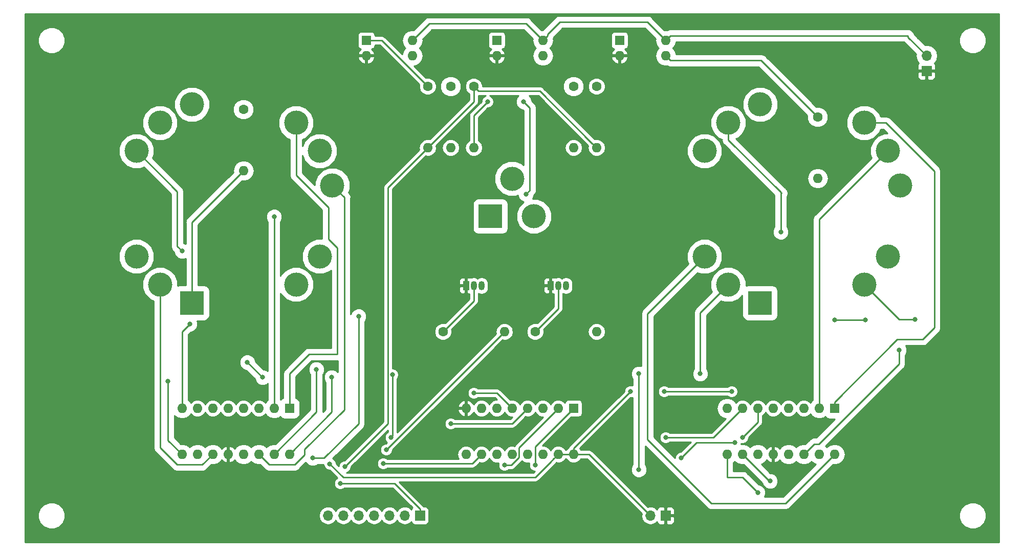
<source format=gbr>
G04 #@! TF.GenerationSoftware,KiCad,Pcbnew,5.0.2+dfsg1-1~bpo9+1*
G04 #@! TF.CreationDate,2020-04-30T19:20:10-04:00*
G04 #@! TF.ProjectId,NixieTest,4e697869-6554-4657-9374-2e6b69636164,rev?*
G04 #@! TF.SameCoordinates,Original*
G04 #@! TF.FileFunction,Copper,L2,Bot*
G04 #@! TF.FilePolarity,Positive*
%FSLAX46Y46*%
G04 Gerber Fmt 4.6, Leading zero omitted, Abs format (unit mm)*
G04 Created by KiCad (PCBNEW 5.0.2+dfsg1-1~bpo9+1) date Thu 30 Apr 2020 07:20:10 PM EDT*
%MOMM*%
%LPD*%
G01*
G04 APERTURE LIST*
G04 #@! TA.AperFunction,ComponentPad*
%ADD10O,1.700000X1.700000*%
G04 #@! TD*
G04 #@! TA.AperFunction,ComponentPad*
%ADD11R,1.700000X1.700000*%
G04 #@! TD*
G04 #@! TA.AperFunction,ComponentPad*
%ADD12O,1.050000X1.500000*%
G04 #@! TD*
G04 #@! TA.AperFunction,ComponentPad*
%ADD13R,1.050000X1.500000*%
G04 #@! TD*
G04 #@! TA.AperFunction,ComponentPad*
%ADD14C,1.600000*%
G04 #@! TD*
G04 #@! TA.AperFunction,ComponentPad*
%ADD15O,1.600000X1.600000*%
G04 #@! TD*
G04 #@! TA.AperFunction,ComponentPad*
%ADD16R,1.600000X1.600000*%
G04 #@! TD*
G04 #@! TA.AperFunction,ComponentPad*
%ADD17C,4.000000*%
G04 #@! TD*
G04 #@! TA.AperFunction,ComponentPad*
%ADD18R,4.000000X4.000000*%
G04 #@! TD*
G04 #@! TA.AperFunction,ViaPad*
%ADD19C,0.800000*%
G04 #@! TD*
G04 #@! TA.AperFunction,Conductor*
%ADD20C,0.250000*%
G04 #@! TD*
G04 #@! TA.AperFunction,Conductor*
%ADD21C,0.254000*%
G04 #@! TD*
G04 APERTURE END LIST*
D10*
G04 #@! TO.P,J1,2*
G04 #@! TO.N,+5V*
X149860000Y-106680000D03*
D11*
G04 #@! TO.P,J1,1*
G04 #@! TO.N,GND*
X152400000Y-106680000D03*
G04 #@! TD*
G04 #@! TO.P,J2,1*
G04 #@! TO.N,GND*
X195580000Y-33020000D03*
D10*
G04 #@! TO.P,J2,2*
G04 #@! TO.N,HT*
X195580000Y-30480000D03*
G04 #@! TD*
D11*
G04 #@! TO.P,J3,1*
G04 #@! TO.N,Net-(J3-Pad1)*
X111760000Y-106680000D03*
D10*
G04 #@! TO.P,J3,2*
G04 #@! TO.N,Net-(J3-Pad2)*
X109220000Y-106680000D03*
G04 #@! TO.P,J3,3*
G04 #@! TO.N,Net-(J3-Pad3)*
X106680000Y-106680000D03*
G04 #@! TO.P,J3,4*
G04 #@! TO.N,Net-(J3-Pad4)*
X104140000Y-106680000D03*
G04 #@! TO.P,J3,5*
G04 #@! TO.N,Net-(J3-Pad5)*
X101600000Y-106680000D03*
G04 #@! TO.P,J3,6*
G04 #@! TO.N,Net-(J3-Pad6)*
X99060000Y-106680000D03*
G04 #@! TO.P,J3,7*
G04 #@! TO.N,Net-(J3-Pad7)*
X96520000Y-106680000D03*
G04 #@! TD*
D12*
G04 #@! TO.P,Q1,2*
G04 #@! TO.N,Net-(Q1-Pad2)*
X134620000Y-68580000D03*
G04 #@! TO.P,Q1,3*
G04 #@! TO.N,Net-(Q1-Pad3)*
X135890000Y-68580000D03*
D13*
G04 #@! TO.P,Q1,1*
G04 #@! TO.N,GND*
X133350000Y-68580000D03*
G04 #@! TD*
G04 #@! TO.P,Q2,1*
G04 #@! TO.N,GND*
X119380000Y-68580000D03*
D12*
G04 #@! TO.P,Q2,3*
G04 #@! TO.N,Net-(Q2-Pad3)*
X121920000Y-68580000D03*
G04 #@! TO.P,Q2,2*
G04 #@! TO.N,Net-(Q2-Pad2)*
X120650000Y-68580000D03*
G04 #@! TD*
D14*
G04 #@! TO.P,R1,1*
G04 #@! TO.N,Net-(R1-Pad1)*
X113030000Y-35560000D03*
D15*
G04 #@! TO.P,R1,2*
G04 #@! TO.N,Net-(J3-Pad1)*
X113030000Y-45720000D03*
G04 #@! TD*
G04 #@! TO.P,R3,2*
G04 #@! TO.N,Net-(N1-PadA)*
X82550000Y-49530000D03*
D14*
G04 #@! TO.P,R3,1*
G04 #@! TO.N,Net-(R3-Pad1)*
X82550000Y-39370000D03*
G04 #@! TD*
D15*
G04 #@! TO.P,R4,2*
G04 #@! TO.N,Net-(J3-Pad1)*
X140970000Y-45720000D03*
D14*
G04 #@! TO.P,R4,1*
G04 #@! TO.N,Net-(R4-Pad1)*
X140970000Y-35560000D03*
G04 #@! TD*
G04 #@! TO.P,R8,1*
G04 #@! TO.N,Net-(R8-Pad1)*
X177546000Y-40640000D03*
D15*
G04 #@! TO.P,R8,2*
G04 #@! TO.N,Net-(N2-PadA)*
X177546000Y-50800000D03*
G04 #@! TD*
D14*
G04 #@! TO.P,R10,1*
G04 #@! TO.N,Net-(J3-Pad1)*
X120650000Y-35560000D03*
D15*
G04 #@! TO.P,R10,2*
G04 #@! TO.N,Net-(R10-Pad2)*
X120650000Y-45720000D03*
G04 #@! TD*
G04 #@! TO.P,R11,2*
G04 #@! TO.N,Net-(J3-Pad5)*
X140970000Y-76200000D03*
D14*
G04 #@! TO.P,R11,1*
G04 #@! TO.N,Net-(Q1-Pad2)*
X130810000Y-76200000D03*
G04 #@! TD*
G04 #@! TO.P,R14,1*
G04 #@! TO.N,Net-(Q2-Pad2)*
X115570000Y-76200000D03*
D15*
G04 #@! TO.P,R14,2*
G04 #@! TO.N,Net-(J3-Pad7)*
X125730000Y-76200000D03*
G04 #@! TD*
D14*
G04 #@! TO.P,R15,1*
G04 #@! TO.N,Net-(N3-PadC2)*
X137160000Y-35560000D03*
D15*
G04 #@! TO.P,R15,2*
G04 #@! TO.N,Net-(Q1-Pad3)*
X137160000Y-45720000D03*
G04 #@! TD*
G04 #@! TO.P,R16,2*
G04 #@! TO.N,Net-(Q2-Pad3)*
X116840000Y-45720000D03*
D14*
G04 #@! TO.P,R16,1*
G04 #@! TO.N,Net-(N3-PadC1)*
X116840000Y-35560000D03*
G04 #@! TD*
D16*
G04 #@! TO.P,U1,1*
G04 #@! TO.N,Net-(R1-Pad1)*
X102870000Y-27940000D03*
D15*
G04 #@! TO.P,U1,3*
G04 #@! TO.N,Net-(R3-Pad1)*
X110490000Y-30480000D03*
G04 #@! TO.P,U1,2*
G04 #@! TO.N,GND*
X102870000Y-30480000D03*
G04 #@! TO.P,U1,4*
G04 #@! TO.N,HT*
X110490000Y-27940000D03*
G04 #@! TD*
D16*
G04 #@! TO.P,U2,1*
G04 #@! TO.N,Net-(N1-Pad8)*
X90170000Y-88900000D03*
D15*
G04 #@! TO.P,U2,9*
G04 #@! TO.N,Net-(N1-Pad3)*
X72390000Y-96520000D03*
G04 #@! TO.P,U2,2*
G04 #@! TO.N,Net-(N1-Pad9)*
X87630000Y-88900000D03*
G04 #@! TO.P,U2,10*
G04 #@! TO.N,Net-(N1-Pad7)*
X74930000Y-96520000D03*
G04 #@! TO.P,U2,3*
G04 #@! TO.N,Net-(U2-Pad3)*
X85090000Y-88900000D03*
G04 #@! TO.P,U2,11*
G04 #@! TO.N,Net-(N1-Pad6)*
X77470000Y-96520000D03*
G04 #@! TO.P,U2,4*
G04 #@! TO.N,Net-(U2-Pad4)*
X82550000Y-88900000D03*
G04 #@! TO.P,U2,12*
G04 #@! TO.N,GND*
X80010000Y-96520000D03*
G04 #@! TO.P,U2,5*
G04 #@! TO.N,+5V*
X80010000Y-88900000D03*
G04 #@! TO.P,U2,13*
G04 #@! TO.N,Net-(N1-Pad4)*
X82550000Y-96520000D03*
G04 #@! TO.P,U2,6*
G04 #@! TO.N,Net-(U2-Pad6)*
X77470000Y-88900000D03*
G04 #@! TO.P,U2,14*
G04 #@! TO.N,Net-(N1-Pad5)*
X85090000Y-96520000D03*
G04 #@! TO.P,U2,7*
G04 #@! TO.N,Net-(U2-Pad7)*
X74930000Y-88900000D03*
G04 #@! TO.P,U2,15*
G04 #@! TO.N,Net-(N1-Pad1)*
X87630000Y-96520000D03*
G04 #@! TO.P,U2,8*
G04 #@! TO.N,Net-(N1-Pad2)*
X72390000Y-88900000D03*
G04 #@! TO.P,U2,16*
G04 #@! TO.N,Net-(N1-Pad0)*
X90170000Y-96520000D03*
G04 #@! TD*
D16*
G04 #@! TO.P,U3,1*
G04 #@! TO.N,Net-(J3-Pad4)*
X137160000Y-88900000D03*
D15*
G04 #@! TO.P,U3,9*
G04 #@! TO.N,Net-(U3-Pad9)*
X119380000Y-96520000D03*
G04 #@! TO.P,U3,2*
G04 #@! TO.N,Net-(J3-Pad2)*
X134620000Y-88900000D03*
G04 #@! TO.P,U3,10*
G04 #@! TO.N,Net-(J3-Pad6)*
X121920000Y-96520000D03*
G04 #@! TO.P,U3,3*
G04 #@! TO.N,Net-(J3-Pad3)*
X132080000Y-88900000D03*
G04 #@! TO.P,U3,11*
G04 #@! TO.N,Net-(U3-Pad11)*
X124460000Y-96520000D03*
G04 #@! TO.P,U3,4*
G04 #@! TO.N,Net-(U2-Pad3)*
X129540000Y-88900000D03*
G04 #@! TO.P,U3,12*
G04 #@! TO.N,Net-(U3-Pad12)*
X127000000Y-96520000D03*
G04 #@! TO.P,U3,5*
G04 #@! TO.N,Net-(U2-Pad6)*
X127000000Y-88900000D03*
G04 #@! TO.P,U3,13*
G04 #@! TO.N,Net-(U3-Pad13)*
X129540000Y-96520000D03*
G04 #@! TO.P,U3,6*
G04 #@! TO.N,Net-(U2-Pad7)*
X124460000Y-88900000D03*
G04 #@! TO.P,U3,14*
G04 #@! TO.N,Net-(U3-Pad14)*
X132080000Y-96520000D03*
G04 #@! TO.P,U3,7*
G04 #@! TO.N,Net-(U2-Pad4)*
X121920000Y-88900000D03*
G04 #@! TO.P,U3,15*
G04 #@! TO.N,+5V*
X134620000Y-96520000D03*
G04 #@! TO.P,U3,8*
G04 #@! TO.N,GND*
X119380000Y-88900000D03*
G04 #@! TO.P,U3,16*
G04 #@! TO.N,+5V*
X137160000Y-96520000D03*
G04 #@! TD*
G04 #@! TO.P,U4,4*
G04 #@! TO.N,HT*
X152400000Y-27940000D03*
G04 #@! TO.P,U4,2*
G04 #@! TO.N,GND*
X144780000Y-30480000D03*
G04 #@! TO.P,U4,3*
G04 #@! TO.N,Net-(R8-Pad1)*
X152400000Y-30480000D03*
D16*
G04 #@! TO.P,U4,1*
G04 #@! TO.N,Net-(R4-Pad1)*
X144780000Y-27940000D03*
G04 #@! TD*
D15*
G04 #@! TO.P,U5,16*
G04 #@! TO.N,Net-(N2-Pad0)*
X180340000Y-96520000D03*
G04 #@! TO.P,U5,8*
G04 #@! TO.N,Net-(N2-Pad2)*
X162560000Y-88900000D03*
G04 #@! TO.P,U5,15*
G04 #@! TO.N,Net-(N2-Pad1)*
X177800000Y-96520000D03*
G04 #@! TO.P,U5,7*
G04 #@! TO.N,Net-(U3-Pad12)*
X165100000Y-88900000D03*
G04 #@! TO.P,U5,14*
G04 #@! TO.N,Net-(N2-Pad5)*
X175260000Y-96520000D03*
G04 #@! TO.P,U5,6*
G04 #@! TO.N,Net-(U3-Pad13)*
X167640000Y-88900000D03*
G04 #@! TO.P,U5,13*
G04 #@! TO.N,Net-(N2-Pad4)*
X172720000Y-96520000D03*
G04 #@! TO.P,U5,5*
G04 #@! TO.N,+5V*
X170180000Y-88900000D03*
G04 #@! TO.P,U5,12*
G04 #@! TO.N,GND*
X170180000Y-96520000D03*
G04 #@! TO.P,U5,4*
G04 #@! TO.N,Net-(U3-Pad11)*
X172720000Y-88900000D03*
G04 #@! TO.P,U5,11*
G04 #@! TO.N,Net-(N2-Pad6)*
X167640000Y-96520000D03*
G04 #@! TO.P,U5,3*
G04 #@! TO.N,Net-(U3-Pad14)*
X175260000Y-88900000D03*
G04 #@! TO.P,U5,10*
G04 #@! TO.N,Net-(N2-Pad7)*
X165100000Y-96520000D03*
G04 #@! TO.P,U5,2*
G04 #@! TO.N,Net-(N2-Pad9)*
X177800000Y-88900000D03*
G04 #@! TO.P,U5,9*
G04 #@! TO.N,Net-(N2-Pad3)*
X162560000Y-96520000D03*
D16*
G04 #@! TO.P,U5,1*
G04 #@! TO.N,Net-(N2-Pad8)*
X180340000Y-88900000D03*
G04 #@! TD*
G04 #@! TO.P,U6,1*
G04 #@! TO.N,Net-(R10-Pad2)*
X124460000Y-27940000D03*
D15*
G04 #@! TO.P,U6,3*
G04 #@! TO.N,Net-(N3-PadA)*
X132080000Y-30480000D03*
G04 #@! TO.P,U6,2*
G04 #@! TO.N,GND*
X124460000Y-30480000D03*
G04 #@! TO.P,U6,4*
G04 #@! TO.N,HT*
X132080000Y-27940000D03*
G04 #@! TD*
D17*
G04 #@! TO.P,N1,8*
G04 #@! TO.N,Net-(N1-Pad8)*
X91248800Y-41594200D03*
G04 #@! TO.P,N1,9*
G04 #@! TO.N,Net-(N1-Pad9)*
X95155400Y-46250000D03*
G04 #@! TO.P,N1,5*
G04 #@! TO.N,Net-(N1-Pad5)*
X97234100Y-51961200D03*
G04 #@! TO.P,N1,7*
G04 #@! TO.N,Net-(N1-Pad7)*
X95155400Y-63750000D03*
G04 #@! TO.P,N1,3*
G04 #@! TO.N,Net-(N1-Pad3)*
X91248800Y-68405800D03*
D18*
G04 #@! TO.P,N1,A*
G04 #@! TO.N,Net-(N1-PadA)*
X74014600Y-71444600D03*
D17*
G04 #@! TO.P,N1,6*
G04 #@! TO.N,Net-(N1-Pad6)*
X68751200Y-68405800D03*
G04 #@! TO.P,N1,0*
G04 #@! TO.N,Net-(N1-Pad0)*
X64844600Y-63750000D03*
G04 #@! TO.P,N1,2*
G04 #@! TO.N,Net-(N1-Pad2)*
X64844600Y-46250000D03*
G04 #@! TO.P,N1,4*
G04 #@! TO.N,Net-(N1-Pad4)*
X68751200Y-41594200D03*
G04 #@! TO.P,N1,1*
G04 #@! TO.N,Net-(N1-Pad1)*
X74014600Y-38555400D03*
G04 #@! TD*
G04 #@! TO.P,N2,1*
G04 #@! TO.N,Net-(N2-Pad1)*
X168014600Y-38555400D03*
G04 #@! TO.P,N2,4*
G04 #@! TO.N,Net-(N2-Pad4)*
X162751200Y-41594200D03*
G04 #@! TO.P,N2,2*
G04 #@! TO.N,Net-(N2-Pad2)*
X158844600Y-46250000D03*
G04 #@! TO.P,N2,0*
G04 #@! TO.N,Net-(N2-Pad0)*
X158844600Y-63750000D03*
G04 #@! TO.P,N2,6*
G04 #@! TO.N,Net-(N2-Pad6)*
X162751200Y-68405800D03*
D18*
G04 #@! TO.P,N2,A*
G04 #@! TO.N,Net-(N2-PadA)*
X168014600Y-71444600D03*
D17*
G04 #@! TO.P,N2,3*
G04 #@! TO.N,Net-(N2-Pad3)*
X185248800Y-68405800D03*
G04 #@! TO.P,N2,7*
G04 #@! TO.N,Net-(N2-Pad7)*
X189155400Y-63750000D03*
G04 #@! TO.P,N2,5*
G04 #@! TO.N,Net-(N2-Pad5)*
X191234100Y-51961200D03*
G04 #@! TO.P,N2,9*
G04 #@! TO.N,Net-(N2-Pad9)*
X189155400Y-46250000D03*
G04 #@! TO.P,N2,8*
G04 #@! TO.N,Net-(N2-Pad8)*
X185248800Y-41594200D03*
G04 #@! TD*
G04 #@! TO.P,N3,C1*
G04 #@! TO.N,Net-(N3-PadC1)*
X127000000Y-50850000D03*
D18*
G04 #@! TO.P,N3,A*
G04 #@! TO.N,Net-(N3-PadA)*
X123406000Y-57075000D03*
D17*
G04 #@! TO.P,N3,C2*
G04 #@! TO.N,Net-(N3-PadC2)*
X130594000Y-57075000D03*
G04 #@! TD*
D19*
G04 #@! TO.N,+5V*
X163322000Y-86106000D03*
X152146000Y-86106000D03*
X146558000Y-86106000D03*
X96821917Y-98091917D03*
G04 #@! TO.N,Net-(J3-Pad1)*
X99314000Y-98552000D03*
X98552000Y-101346000D03*
G04 #@! TO.N,Net-(J3-Pad2)*
X125730000Y-98298000D03*
G04 #@! TO.N,Net-(J3-Pad4)*
X130810000Y-98298000D03*
G04 #@! TO.N,Net-(J3-Pad5)*
X107188000Y-83312000D03*
X106934000Y-93726000D03*
G04 #@! TO.N,Net-(J3-Pad6)*
X105664000Y-98044000D03*
G04 #@! TO.N,Net-(J3-Pad7)*
X106172000Y-95758000D03*
G04 #@! TO.N,Net-(R10-Pad2)*
X122936000Y-38100000D03*
G04 #@! TO.N,Net-(N1-Pad3)*
X70076200Y-84455000D03*
G04 #@! TO.N,Net-(N1-Pad9)*
X87630000Y-57150000D03*
G04 #@! TO.N,Net-(N1-Pad7)*
X93980000Y-97155000D03*
X101600000Y-73660000D03*
G04 #@! TO.N,Net-(U2-Pad3)*
X116840000Y-91440000D03*
G04 #@! TO.N,Net-(U2-Pad6)*
X120650000Y-86360000D03*
G04 #@! TO.N,Net-(N1-Pad1)*
X94615000Y-82440000D03*
G04 #@! TO.N,Net-(N1-Pad2)*
X72390000Y-62865000D03*
X73660000Y-74930000D03*
G04 #@! TO.N,Net-(N1-Pad0)*
X83185000Y-81280000D03*
X97155000Y-83765000D03*
X85725000Y-83765000D03*
G04 #@! TO.N,Net-(U3-Pad12)*
X152400000Y-93726000D03*
G04 #@! TO.N,Net-(U3-Pad13)*
X165100000Y-93726000D03*
G04 #@! TO.N,Net-(U3-Pad14)*
X163830000Y-94615000D03*
X154940000Y-97155000D03*
G04 #@! TO.N,Net-(N2-Pad5)*
X190992526Y-79233196D03*
G04 #@! TO.N,Net-(N2-Pad4)*
X185420000Y-74295000D03*
X180340000Y-74295000D03*
X171450000Y-59690000D03*
G04 #@! TO.N,Net-(N2-Pad6)*
X147955000Y-99060000D03*
X147955000Y-83185000D03*
X158115000Y-83185000D03*
G04 #@! TO.N,Net-(N2-Pad7)*
X169672000Y-100965000D03*
G04 #@! TO.N,Net-(N2-Pad3)*
X193675000Y-74168000D03*
X167640000Y-102870000D03*
G04 #@! TO.N,Net-(N3-PadA)*
X129269000Y-53405999D03*
X128905000Y-38100000D03*
G04 #@! TD*
D20*
G04 #@! TO.N,+5V*
X133820001Y-97319999D02*
X134620000Y-96520000D01*
X134620000Y-96520000D02*
X137160000Y-96520000D01*
X163322000Y-86106000D02*
X152146000Y-86106000D01*
X137160000Y-95504000D02*
X137160000Y-96520000D01*
X146558000Y-86106000D02*
X137160000Y-95504000D01*
X139700000Y-96520000D02*
X149860000Y-106680000D01*
X137160000Y-96520000D02*
X139700000Y-96520000D01*
X99060000Y-100330000D02*
X130810000Y-100330000D01*
X96821917Y-98091917D02*
X99060000Y-100330000D01*
X130810000Y-100330000D02*
X133350000Y-97790000D01*
X133350000Y-97790000D02*
X133820001Y-97319999D01*
X131354999Y-99785001D02*
X133350000Y-97790000D01*
G04 #@! TO.N,HT*
X129286000Y-25146000D02*
X132080000Y-27940000D01*
X113284000Y-25146000D02*
X129286000Y-25146000D01*
X110490000Y-27940000D02*
X113284000Y-25146000D01*
X132879999Y-27140001D02*
X132879999Y-26886001D01*
X132080000Y-27940000D02*
X132879999Y-27140001D01*
X132879999Y-26886001D02*
X134874000Y-24892000D01*
X149352000Y-24892000D02*
X152400000Y-27940000D01*
X134874000Y-24892000D02*
X149352000Y-24892000D01*
X153199999Y-27140001D02*
X192494001Y-27140001D01*
X152400000Y-27940000D02*
X153199999Y-27140001D01*
X192494001Y-27394001D02*
X195580000Y-30480000D01*
X192494001Y-27140001D02*
X192494001Y-27394001D01*
G04 #@! TO.N,Net-(J3-Pad1)*
X106462999Y-52287001D02*
X106462999Y-91403001D01*
X113030000Y-45720000D02*
X106462999Y-52287001D01*
X106462999Y-91403001D02*
X99314000Y-98552000D01*
X111760000Y-105580000D02*
X111760000Y-106680000D01*
X107526000Y-101346000D02*
X111760000Y-105580000D01*
X98552000Y-101346000D02*
X107526000Y-101346000D01*
X131609999Y-36359999D02*
X140170001Y-44920001D01*
X121449999Y-36359999D02*
X131609999Y-36359999D01*
X140170001Y-44920001D02*
X140970000Y-45720000D01*
X120650000Y-35560000D02*
X121449999Y-36359999D01*
X120650000Y-38100000D02*
X113030000Y-45720000D01*
X120650000Y-35560000D02*
X120650000Y-38100000D01*
G04 #@! TO.N,Net-(J3-Pad2)*
X134620000Y-88900000D02*
X128125001Y-95394999D01*
X128125001Y-95394999D02*
X128125001Y-97060001D01*
X128125001Y-97060001D02*
X126887002Y-98298000D01*
X126887002Y-98298000D02*
X125730000Y-98298000D01*
G04 #@! TO.N,Net-(J3-Pad4)*
X130810000Y-95250000D02*
X130810000Y-98298000D01*
X137160000Y-88900000D02*
X130810000Y-95250000D01*
G04 #@! TO.N,Net-(J3-Pad5)*
X107188000Y-93472000D02*
X106934000Y-93726000D01*
X107188000Y-83312000D02*
X107188000Y-93472000D01*
G04 #@! TO.N,Net-(J3-Pad6)*
X120396000Y-98044000D02*
X105664000Y-98044000D01*
X121920000Y-96520000D02*
X120396000Y-98044000D01*
G04 #@! TO.N,Net-(J3-Pad7)*
X125730000Y-76200000D02*
X106172000Y-95758000D01*
G04 #@! TO.N,Net-(Q1-Pad2)*
X134620000Y-72390000D02*
X134620000Y-68580000D01*
X130810000Y-76200000D02*
X134620000Y-72390000D01*
G04 #@! TO.N,Net-(Q2-Pad2)*
X120650000Y-71120000D02*
X120650000Y-68580000D01*
X115570000Y-76200000D02*
X120650000Y-71120000D01*
G04 #@! TO.N,Net-(R1-Pad1)*
X103920000Y-27940000D02*
X102870000Y-27940000D01*
X105410000Y-27940000D02*
X102870000Y-27940000D01*
X113030000Y-35560000D02*
X105410000Y-27940000D01*
G04 #@! TO.N,Net-(N1-PadA)*
X74014600Y-58065400D02*
X74014600Y-71444600D01*
X82550000Y-49530000D02*
X74014600Y-58065400D01*
G04 #@! TO.N,Net-(R8-Pad1)*
X168185999Y-31279999D02*
X177546000Y-40640000D01*
X153199999Y-31279999D02*
X168185999Y-31279999D01*
X152400000Y-30480000D02*
X153199999Y-31279999D01*
G04 #@! TO.N,Net-(R10-Pad2)*
X120650000Y-40386000D02*
X122936000Y-38100000D01*
X120650000Y-45720000D02*
X120650000Y-40386000D01*
G04 #@! TO.N,Net-(N1-Pad8)*
X91248800Y-49416902D02*
X91248800Y-48260000D01*
X91248800Y-48260000D02*
X91248800Y-41594200D01*
X91248800Y-50304902D02*
X91248800Y-48260000D01*
X96592401Y-55648503D02*
X91248800Y-50304902D01*
X96592401Y-60857999D02*
X96592401Y-55648503D01*
X98080401Y-62345999D02*
X96592401Y-60857999D01*
X90170000Y-88900000D02*
X90170000Y-83185000D01*
X93415401Y-79939599D02*
X98080401Y-79939599D01*
X90170000Y-83185000D02*
X93415401Y-79939599D01*
X98080401Y-79939599D02*
X98080401Y-62345999D01*
G04 #@! TO.N,Net-(N1-Pad3)*
X70076200Y-94206200D02*
X70076200Y-84455000D01*
X72390000Y-96520000D02*
X70076200Y-94206200D01*
G04 #@! TO.N,Net-(N1-Pad9)*
X87630000Y-88900000D02*
X87630000Y-57150000D01*
G04 #@! TO.N,Net-(N1-Pad7)*
X101600000Y-91440000D02*
X101600000Y-73660000D01*
X95885000Y-97155000D02*
X101600000Y-91440000D01*
X93980000Y-97155000D02*
X95885000Y-97155000D01*
G04 #@! TO.N,Net-(U2-Pad3)*
X127000000Y-91440000D02*
X129540000Y-88900000D01*
X116840000Y-91440000D02*
X127000000Y-91440000D01*
G04 #@! TO.N,Net-(N1-Pad6)*
X68751200Y-95434202D02*
X68751200Y-93980000D01*
X75744999Y-98245001D02*
X71561999Y-98245001D01*
X77470000Y-96520000D02*
X75744999Y-98245001D01*
X68751200Y-94546202D02*
X68751200Y-93980000D01*
X71561999Y-98245001D02*
X68751200Y-95434202D01*
X68751200Y-93980000D02*
X68751200Y-68405800D01*
G04 #@! TO.N,Net-(U2-Pad6)*
X124460000Y-86360000D02*
X127000000Y-88900000D01*
X120650000Y-86360000D02*
X124460000Y-86360000D01*
G04 #@! TO.N,Net-(N1-Pad5)*
X99234099Y-53961199D02*
X97234100Y-51961200D01*
X99234099Y-89120903D02*
X99234099Y-53961199D01*
X85090000Y-96520000D02*
X86360000Y-97790000D01*
X90998001Y-98245001D02*
X86815001Y-98245001D01*
X92654999Y-96588003D02*
X90998001Y-98245001D01*
X92654999Y-95700003D02*
X92654999Y-96588003D01*
X99234099Y-89120903D02*
X92654999Y-95700003D01*
X86815001Y-98245001D02*
X86360000Y-97790000D01*
G04 #@! TO.N,Net-(N1-Pad1)*
X94615000Y-89535000D02*
X94615000Y-82440000D01*
X87630000Y-96520000D02*
X94615000Y-89535000D01*
G04 #@! TO.N,Net-(N1-Pad2)*
X71590001Y-52995401D02*
X64844600Y-46250000D01*
X71590001Y-62065001D02*
X72390000Y-62865000D01*
X71590001Y-52995401D02*
X71590001Y-62065001D01*
X72390000Y-76200000D02*
X72390000Y-88900000D01*
X73660000Y-74930000D02*
X72390000Y-76200000D01*
G04 #@! TO.N,Net-(N1-Pad0)*
X97155000Y-89535000D02*
X97155000Y-83765000D01*
X90170000Y-96520000D02*
X97155000Y-89535000D01*
X85670000Y-83765000D02*
X85725000Y-83765000D01*
X83185000Y-81280000D02*
X85670000Y-83765000D01*
G04 #@! TO.N,Net-(U3-Pad12)*
X160274000Y-93726000D02*
X165100000Y-88900000D01*
X160274000Y-93726000D02*
X152400000Y-93726000D01*
G04 #@! TO.N,Net-(U3-Pad13)*
X167640000Y-91186000D02*
X167640000Y-88900000D01*
X165100000Y-93726000D02*
X167640000Y-91186000D01*
G04 #@! TO.N,Net-(U3-Pad14)*
X157480000Y-94615000D02*
X154940000Y-97155000D01*
X163830000Y-94615000D02*
X157480000Y-94615000D01*
G04 #@! TO.N,Net-(N2-Pad0)*
X149388999Y-73205601D02*
X158844600Y-63750000D01*
X149388999Y-94074001D02*
X149388999Y-73205601D01*
X172248999Y-104611001D02*
X159925999Y-104611001D01*
X159925999Y-104611001D02*
X149388999Y-94074001D01*
X180340000Y-96520000D02*
X172248999Y-104611001D01*
G04 #@! TO.N,Net-(N2-Pad5)*
X190992526Y-79798881D02*
X190992526Y-79233196D01*
X177710003Y-94794999D02*
X190992526Y-81512476D01*
X190992526Y-81512476D02*
X190992526Y-79798881D01*
X176985001Y-94794999D02*
X177710003Y-94794999D01*
X175260000Y-96520000D02*
X176985001Y-94794999D01*
G04 #@! TO.N,Net-(N2-Pad4)*
X162751200Y-41594200D02*
X162751200Y-44422627D01*
X185420000Y-74295000D02*
X180340000Y-74295000D01*
X171450000Y-53121427D02*
X171594999Y-53266426D01*
X171450000Y-59690000D02*
X171450000Y-53121427D01*
X162751200Y-44422627D02*
X171450000Y-53121427D01*
G04 #@! TO.N,Net-(N2-Pad6)*
X147955000Y-99060000D02*
X147955000Y-83185000D01*
X158115000Y-73042000D02*
X162751200Y-68405800D01*
X158115000Y-83185000D02*
X158115000Y-73042000D01*
G04 #@! TO.N,Net-(N2-Pad7)*
X169672000Y-101092000D02*
X165100000Y-96520000D01*
G04 #@! TO.N,Net-(N2-Pad9)*
X177800000Y-57605400D02*
X189155400Y-46250000D01*
X177800000Y-88900000D02*
X177800000Y-57605400D01*
G04 #@! TO.N,Net-(N2-Pad3)*
X191011000Y-74168000D02*
X192278000Y-74168000D01*
X185248800Y-68405800D02*
X191011000Y-74168000D01*
X162560000Y-96520000D02*
X162560000Y-100330000D01*
X165100000Y-100330000D02*
X167640000Y-102870000D01*
X162560000Y-100330000D02*
X165100000Y-100330000D01*
X192278000Y-74168000D02*
X193675000Y-74168000D01*
G04 #@! TO.N,Net-(N2-Pad8)*
X188828602Y-41594200D02*
X188077227Y-41594200D01*
X196850000Y-75565000D02*
X196850000Y-49615598D01*
X188077227Y-41594200D02*
X185248800Y-41594200D01*
X180340000Y-88900000D02*
X180340000Y-87850000D01*
X194945000Y-77470000D02*
X196850000Y-75565000D01*
X196850000Y-49615598D02*
X188828602Y-41594200D01*
X180340000Y-87850000D02*
X190720000Y-77470000D01*
X190720000Y-77470000D02*
X194945000Y-77470000D01*
G04 #@! TO.N,Net-(N3-PadA)*
X129925001Y-39120001D02*
X128905000Y-38100000D01*
X129925001Y-52749998D02*
X129925001Y-39120001D01*
X129269000Y-53405999D02*
X129925001Y-52749998D01*
G04 #@! TD*
D21*
G04 #@! TO.N,GND*
G36*
X207570001Y-111050000D02*
X46430000Y-111050000D01*
X46430000Y-106235431D01*
X48565000Y-106235431D01*
X48565000Y-107124569D01*
X48905259Y-107946026D01*
X49533974Y-108574741D01*
X50355431Y-108915000D01*
X51244569Y-108915000D01*
X52066026Y-108574741D01*
X52694741Y-107946026D01*
X53035000Y-107124569D01*
X53035000Y-106235431D01*
X52694741Y-105413974D01*
X52066026Y-104785259D01*
X51244569Y-104445000D01*
X50355431Y-104445000D01*
X49533974Y-104785259D01*
X48905259Y-105413974D01*
X48565000Y-106235431D01*
X46430000Y-106235431D01*
X46430000Y-63167784D01*
X61917600Y-63167784D01*
X61917600Y-64332216D01*
X62363209Y-65408012D01*
X63186588Y-66231391D01*
X64262384Y-66677000D01*
X65426816Y-66677000D01*
X66502612Y-66231391D01*
X67325991Y-65408012D01*
X67771600Y-64332216D01*
X67771600Y-63167784D01*
X67325991Y-62091988D01*
X66502612Y-61268609D01*
X65426816Y-60823000D01*
X64262384Y-60823000D01*
X63186588Y-61268609D01*
X62363209Y-62091988D01*
X61917600Y-63167784D01*
X46430000Y-63167784D01*
X46430000Y-45667784D01*
X61917600Y-45667784D01*
X61917600Y-46832216D01*
X62363209Y-47908012D01*
X63186588Y-48731391D01*
X64262384Y-49177000D01*
X65426816Y-49177000D01*
X66032830Y-48925981D01*
X70538001Y-53431154D01*
X70538002Y-61961391D01*
X70517393Y-62065001D01*
X70599039Y-62475470D01*
X70599040Y-62475471D01*
X70831553Y-62823450D01*
X70919389Y-62882140D01*
X71063000Y-63025752D01*
X71063000Y-63128957D01*
X71265024Y-63616685D01*
X71638315Y-63989976D01*
X72126043Y-64192000D01*
X72653957Y-64192000D01*
X72962600Y-64064155D01*
X72962601Y-68499439D01*
X72014600Y-68499439D01*
X71678200Y-68566353D01*
X71678200Y-67823584D01*
X71232591Y-66747788D01*
X70409212Y-65924409D01*
X69333416Y-65478800D01*
X68168984Y-65478800D01*
X67093188Y-65924409D01*
X66269809Y-66747788D01*
X65824200Y-67823584D01*
X65824200Y-68988016D01*
X66269809Y-70063812D01*
X67093188Y-70887191D01*
X67699201Y-71138210D01*
X67699200Y-93876391D01*
X67699200Y-95330597D01*
X67678592Y-95434202D01*
X67699200Y-95537807D01*
X67699200Y-95537810D01*
X67760238Y-95844671D01*
X67992751Y-96192651D01*
X68080591Y-96251344D01*
X70744859Y-98915613D01*
X70803550Y-99003450D01*
X71151529Y-99235963D01*
X71458390Y-99297001D01*
X71458393Y-99297001D01*
X71561998Y-99317609D01*
X71665603Y-99297001D01*
X75641394Y-99297001D01*
X75744999Y-99317609D01*
X75848604Y-99297001D01*
X75848608Y-99297001D01*
X76155469Y-99235963D01*
X76503448Y-99003450D01*
X76562141Y-98915610D01*
X77242226Y-98235526D01*
X77299909Y-98247000D01*
X77640091Y-98247000D01*
X78143842Y-98146798D01*
X78715097Y-97765097D01*
X78931150Y-97441751D01*
X79272577Y-97751041D01*
X79660961Y-97911904D01*
X79883000Y-97789915D01*
X79883000Y-96647000D01*
X79863000Y-96647000D01*
X79863000Y-96393000D01*
X79883000Y-96393000D01*
X79883000Y-95250085D01*
X79660961Y-95128096D01*
X79272577Y-95288959D01*
X78931150Y-95598249D01*
X78715097Y-95274903D01*
X78143842Y-94893202D01*
X77640091Y-94793000D01*
X77299909Y-94793000D01*
X76796158Y-94893202D01*
X76224903Y-95274903D01*
X76200000Y-95312173D01*
X76175097Y-95274903D01*
X75603842Y-94893202D01*
X75100091Y-94793000D01*
X74759909Y-94793000D01*
X74256158Y-94893202D01*
X73684903Y-95274903D01*
X73660000Y-95312173D01*
X73635097Y-95274903D01*
X73063842Y-94893202D01*
X72560091Y-94793000D01*
X72219909Y-94793000D01*
X72162226Y-94804474D01*
X71128200Y-93770449D01*
X71128200Y-90120099D01*
X71144903Y-90145097D01*
X71716158Y-90526798D01*
X72219909Y-90627000D01*
X72560091Y-90627000D01*
X73063842Y-90526798D01*
X73635097Y-90145097D01*
X73835593Y-89845035D01*
X73895423Y-89934577D01*
X74370091Y-90251740D01*
X74788667Y-90335000D01*
X75071333Y-90335000D01*
X75489909Y-90251740D01*
X75964577Y-89934577D01*
X76200000Y-89582242D01*
X76435423Y-89934577D01*
X76910091Y-90251740D01*
X77328667Y-90335000D01*
X77611333Y-90335000D01*
X78029909Y-90251740D01*
X78504577Y-89934577D01*
X78740000Y-89582242D01*
X78975423Y-89934577D01*
X79450091Y-90251740D01*
X79868667Y-90335000D01*
X80151333Y-90335000D01*
X80569909Y-90251740D01*
X81044577Y-89934577D01*
X81280000Y-89582242D01*
X81515423Y-89934577D01*
X81990091Y-90251740D01*
X82408667Y-90335000D01*
X82691333Y-90335000D01*
X83109909Y-90251740D01*
X83584577Y-89934577D01*
X83820000Y-89582242D01*
X84055423Y-89934577D01*
X84530091Y-90251740D01*
X84948667Y-90335000D01*
X85231333Y-90335000D01*
X85649909Y-90251740D01*
X86124577Y-89934577D01*
X86184407Y-89845035D01*
X86384903Y-90145097D01*
X86956158Y-90526798D01*
X87459909Y-90627000D01*
X87800091Y-90627000D01*
X88303842Y-90526798D01*
X88652080Y-90294113D01*
X88701670Y-90368330D01*
X89008303Y-90573215D01*
X89370000Y-90645161D01*
X90970000Y-90645161D01*
X91331697Y-90573215D01*
X91638330Y-90368330D01*
X91843215Y-90061697D01*
X91915161Y-89700000D01*
X91915161Y-88100000D01*
X91843215Y-87738303D01*
X91638330Y-87431670D01*
X91331697Y-87226785D01*
X91222000Y-87204965D01*
X91222000Y-83620751D01*
X93851153Y-80991599D01*
X97976792Y-80991599D01*
X98080401Y-81012208D01*
X98182099Y-80991979D01*
X98182099Y-82915438D01*
X97906685Y-82640024D01*
X97418957Y-82438000D01*
X96891043Y-82438000D01*
X96403315Y-82640024D01*
X96030024Y-83013315D01*
X95828000Y-83501043D01*
X95828000Y-84028957D01*
X96030024Y-84516685D01*
X96103001Y-84589662D01*
X96103000Y-89099247D01*
X95684231Y-89518016D01*
X95667000Y-89431391D01*
X95667000Y-83264661D01*
X95739976Y-83191685D01*
X95942000Y-82703957D01*
X95942000Y-82176043D01*
X95739976Y-81688315D01*
X95366685Y-81315024D01*
X94878957Y-81113000D01*
X94351043Y-81113000D01*
X93863315Y-81315024D01*
X93490024Y-81688315D01*
X93288000Y-82176043D01*
X93288000Y-82703957D01*
X93490024Y-83191685D01*
X93563001Y-83264662D01*
X93563000Y-89099247D01*
X87857775Y-94804474D01*
X87800091Y-94793000D01*
X87459909Y-94793000D01*
X86956158Y-94893202D01*
X86384903Y-95274903D01*
X86360000Y-95312173D01*
X86335097Y-95274903D01*
X85763842Y-94893202D01*
X85260091Y-94793000D01*
X84919909Y-94793000D01*
X84416158Y-94893202D01*
X83844903Y-95274903D01*
X83820000Y-95312173D01*
X83795097Y-95274903D01*
X83223842Y-94893202D01*
X82720091Y-94793000D01*
X82379909Y-94793000D01*
X81876158Y-94893202D01*
X81304903Y-95274903D01*
X81088850Y-95598249D01*
X80747423Y-95288959D01*
X80359039Y-95128096D01*
X80137000Y-95250085D01*
X80137000Y-96393000D01*
X80157000Y-96393000D01*
X80157000Y-96647000D01*
X80137000Y-96647000D01*
X80137000Y-97789915D01*
X80359039Y-97911904D01*
X80747423Y-97751041D01*
X81088850Y-97441751D01*
X81304903Y-97765097D01*
X81876158Y-98146798D01*
X82379909Y-98247000D01*
X82720091Y-98247000D01*
X83223842Y-98146798D01*
X83795097Y-97765097D01*
X83820000Y-97727827D01*
X83844903Y-97765097D01*
X84416158Y-98146798D01*
X84919909Y-98247000D01*
X85260091Y-98247000D01*
X85317774Y-98235526D01*
X85997860Y-98915612D01*
X86056552Y-99003450D01*
X86296246Y-99163609D01*
X86404531Y-99235963D01*
X86815001Y-99317610D01*
X86918610Y-99297001D01*
X90894396Y-99297001D01*
X90998001Y-99317609D01*
X91101606Y-99297001D01*
X91101610Y-99297001D01*
X91408471Y-99235963D01*
X91756450Y-99003450D01*
X91815143Y-98915610D01*
X92845957Y-97884796D01*
X92855024Y-97906685D01*
X93228315Y-98279976D01*
X93716043Y-98482000D01*
X94243957Y-98482000D01*
X94731685Y-98279976D01*
X94804661Y-98207000D01*
X95781395Y-98207000D01*
X95786917Y-98208098D01*
X95786917Y-98297791D01*
X95944486Y-98678197D01*
X96235637Y-98969348D01*
X96616043Y-99126917D01*
X96782116Y-99126917D01*
X98077476Y-100422278D01*
X97965720Y-100468569D01*
X97674569Y-100759720D01*
X97517000Y-101140126D01*
X97517000Y-101551874D01*
X97674569Y-101932280D01*
X97965720Y-102223431D01*
X98346126Y-102381000D01*
X98757874Y-102381000D01*
X99138280Y-102223431D01*
X99255711Y-102106000D01*
X107211199Y-102106000D01*
X110467296Y-105362098D01*
X110452191Y-105372191D01*
X110311843Y-105582235D01*
X110302816Y-105627619D01*
X110290625Y-105609375D01*
X109799418Y-105281161D01*
X109366256Y-105195000D01*
X109073744Y-105195000D01*
X108640582Y-105281161D01*
X108149375Y-105609375D01*
X107950000Y-105907761D01*
X107750625Y-105609375D01*
X107259418Y-105281161D01*
X106826256Y-105195000D01*
X106533744Y-105195000D01*
X106100582Y-105281161D01*
X105609375Y-105609375D01*
X105410000Y-105907761D01*
X105210625Y-105609375D01*
X104719418Y-105281161D01*
X104286256Y-105195000D01*
X103993744Y-105195000D01*
X103560582Y-105281161D01*
X103069375Y-105609375D01*
X102870000Y-105907761D01*
X102670625Y-105609375D01*
X102179418Y-105281161D01*
X101746256Y-105195000D01*
X101453744Y-105195000D01*
X101020582Y-105281161D01*
X100529375Y-105609375D01*
X100330000Y-105907761D01*
X100130625Y-105609375D01*
X99639418Y-105281161D01*
X99206256Y-105195000D01*
X98913744Y-105195000D01*
X98480582Y-105281161D01*
X97989375Y-105609375D01*
X97790000Y-105907761D01*
X97590625Y-105609375D01*
X97099418Y-105281161D01*
X96666256Y-105195000D01*
X96373744Y-105195000D01*
X95940582Y-105281161D01*
X95449375Y-105609375D01*
X95121161Y-106100582D01*
X95005908Y-106680000D01*
X95121161Y-107259418D01*
X95449375Y-107750625D01*
X95940582Y-108078839D01*
X96373744Y-108165000D01*
X96666256Y-108165000D01*
X97099418Y-108078839D01*
X97590625Y-107750625D01*
X97790000Y-107452239D01*
X97989375Y-107750625D01*
X98480582Y-108078839D01*
X98913744Y-108165000D01*
X99206256Y-108165000D01*
X99639418Y-108078839D01*
X100130625Y-107750625D01*
X100330000Y-107452239D01*
X100529375Y-107750625D01*
X101020582Y-108078839D01*
X101453744Y-108165000D01*
X101746256Y-108165000D01*
X102179418Y-108078839D01*
X102670625Y-107750625D01*
X102870000Y-107452239D01*
X103069375Y-107750625D01*
X103560582Y-108078839D01*
X103993744Y-108165000D01*
X104286256Y-108165000D01*
X104719418Y-108078839D01*
X105210625Y-107750625D01*
X105410000Y-107452239D01*
X105609375Y-107750625D01*
X106100582Y-108078839D01*
X106533744Y-108165000D01*
X106826256Y-108165000D01*
X107259418Y-108078839D01*
X107750625Y-107750625D01*
X107950000Y-107452239D01*
X108149375Y-107750625D01*
X108640582Y-108078839D01*
X109073744Y-108165000D01*
X109366256Y-108165000D01*
X109799418Y-108078839D01*
X110290625Y-107750625D01*
X110302816Y-107732381D01*
X110311843Y-107777765D01*
X110452191Y-107987809D01*
X110662235Y-108128157D01*
X110910000Y-108177440D01*
X112610000Y-108177440D01*
X112857765Y-108128157D01*
X113067809Y-107987809D01*
X113208157Y-107777765D01*
X113257440Y-107530000D01*
X113257440Y-105830000D01*
X113208157Y-105582235D01*
X113067809Y-105372191D01*
X112857765Y-105231843D01*
X112610000Y-105182560D01*
X112408483Y-105182560D01*
X112307929Y-105032071D01*
X112244473Y-104989671D01*
X108344801Y-101090000D01*
X130735153Y-101090000D01*
X130810000Y-101104888D01*
X130884847Y-101090000D01*
X130884852Y-101090000D01*
X131106537Y-101045904D01*
X131357929Y-100877929D01*
X131400331Y-100814470D01*
X133940329Y-98274474D01*
X133940333Y-98274468D01*
X134296113Y-97918688D01*
X134478667Y-97955000D01*
X134761333Y-97955000D01*
X135179909Y-97871740D01*
X135654577Y-97554577D01*
X135838043Y-97280000D01*
X135941957Y-97280000D01*
X136125423Y-97554577D01*
X136600091Y-97871740D01*
X137018667Y-97955000D01*
X137301333Y-97955000D01*
X137719909Y-97871740D01*
X138194577Y-97554577D01*
X138378043Y-97280000D01*
X139385199Y-97280000D01*
X148418791Y-106313593D01*
X148345908Y-106680000D01*
X148461161Y-107259418D01*
X148789375Y-107750625D01*
X149280582Y-108078839D01*
X149713744Y-108165000D01*
X150006256Y-108165000D01*
X150439418Y-108078839D01*
X150930625Y-107750625D01*
X150945096Y-107728967D01*
X151011673Y-107889698D01*
X151190301Y-108068327D01*
X151423690Y-108165000D01*
X152114250Y-108165000D01*
X152273000Y-108006250D01*
X152273000Y-106807000D01*
X152527000Y-106807000D01*
X152527000Y-108006250D01*
X152685750Y-108165000D01*
X153376310Y-108165000D01*
X153609699Y-108068327D01*
X153788327Y-107889698D01*
X153885000Y-107656309D01*
X153885000Y-106965750D01*
X153726250Y-106807000D01*
X152527000Y-106807000D01*
X152273000Y-106807000D01*
X152253000Y-106807000D01*
X152253000Y-106553000D01*
X152273000Y-106553000D01*
X152273000Y-105353750D01*
X152527000Y-105353750D01*
X152527000Y-106553000D01*
X153726250Y-106553000D01*
X153885000Y-106394250D01*
X153885000Y-106235431D01*
X200965000Y-106235431D01*
X200965000Y-107124569D01*
X201305259Y-107946026D01*
X201933974Y-108574741D01*
X202755431Y-108915000D01*
X203644569Y-108915000D01*
X204466026Y-108574741D01*
X205094741Y-107946026D01*
X205435000Y-107124569D01*
X205435000Y-106235431D01*
X205094741Y-105413974D01*
X204466026Y-104785259D01*
X203644569Y-104445000D01*
X202755431Y-104445000D01*
X201933974Y-104785259D01*
X201305259Y-105413974D01*
X200965000Y-106235431D01*
X153885000Y-106235431D01*
X153885000Y-105703691D01*
X153788327Y-105470302D01*
X153609699Y-105291673D01*
X153376310Y-105195000D01*
X152685750Y-105195000D01*
X152527000Y-105353750D01*
X152273000Y-105353750D01*
X152114250Y-105195000D01*
X151423690Y-105195000D01*
X151190301Y-105291673D01*
X151011673Y-105470302D01*
X150945096Y-105631033D01*
X150930625Y-105609375D01*
X150439418Y-105281161D01*
X150006256Y-105195000D01*
X149713744Y-105195000D01*
X149493593Y-105238791D01*
X140290331Y-96035530D01*
X140247929Y-95972071D01*
X139996537Y-95804096D01*
X139774852Y-95760000D01*
X139774847Y-95760000D01*
X139700000Y-95745112D01*
X139625153Y-95760000D01*
X138378043Y-95760000D01*
X138218129Y-95520672D01*
X146597802Y-87141000D01*
X146763874Y-87141000D01*
X146903001Y-87083372D01*
X146903000Y-98235339D01*
X146830024Y-98308315D01*
X146628000Y-98796043D01*
X146628000Y-99323957D01*
X146830024Y-99811685D01*
X147203315Y-100184976D01*
X147691043Y-100387000D01*
X148218957Y-100387000D01*
X148706685Y-100184976D01*
X149079976Y-99811685D01*
X149282000Y-99323957D01*
X149282000Y-98796043D01*
X149079976Y-98308315D01*
X149007000Y-98235339D01*
X149007000Y-95179753D01*
X159108859Y-105281613D01*
X159167550Y-105369450D01*
X159515529Y-105601963D01*
X159822390Y-105663001D01*
X159822394Y-105663001D01*
X159925998Y-105683609D01*
X160029602Y-105663001D01*
X172145394Y-105663001D01*
X172248999Y-105683609D01*
X172352604Y-105663001D01*
X172352608Y-105663001D01*
X172659469Y-105601963D01*
X173007448Y-105369450D01*
X173066141Y-105281610D01*
X180112226Y-98235526D01*
X180169909Y-98247000D01*
X180510091Y-98247000D01*
X181013842Y-98146798D01*
X181585097Y-97765097D01*
X181966798Y-97193842D01*
X182100833Y-96520000D01*
X181966798Y-95846158D01*
X181585097Y-95274903D01*
X181013842Y-94893202D01*
X180510091Y-94793000D01*
X180169909Y-94793000D01*
X179666158Y-94893202D01*
X179094903Y-95274903D01*
X179070000Y-95312173D01*
X179045097Y-95274903D01*
X178848927Y-95143826D01*
X191663138Y-82329616D01*
X191750975Y-82270925D01*
X191983488Y-81922946D01*
X192044526Y-81616085D01*
X192044526Y-81616081D01*
X192065134Y-81512477D01*
X192044526Y-81408873D01*
X192044526Y-80057857D01*
X192117502Y-79984881D01*
X192319526Y-79497153D01*
X192319526Y-78969239D01*
X192134273Y-78522000D01*
X194841395Y-78522000D01*
X194945000Y-78542608D01*
X195048605Y-78522000D01*
X195048609Y-78522000D01*
X195355470Y-78460962D01*
X195703449Y-78228449D01*
X195762142Y-78140609D01*
X197520615Y-76382138D01*
X197608449Y-76323449D01*
X197690936Y-76200000D01*
X197840962Y-75975470D01*
X197892667Y-75715528D01*
X197902000Y-75668609D01*
X197902000Y-75668605D01*
X197922608Y-75565000D01*
X197902000Y-75461395D01*
X197902000Y-49719203D01*
X197922608Y-49615598D01*
X197902000Y-49511993D01*
X197902000Y-49511989D01*
X197840962Y-49205128D01*
X197608449Y-48857149D01*
X197520615Y-48798460D01*
X189645744Y-40923591D01*
X189587051Y-40835751D01*
X189239072Y-40603238D01*
X188932211Y-40542200D01*
X188932207Y-40542200D01*
X188828602Y-40521592D01*
X188724997Y-40542200D01*
X187981209Y-40542200D01*
X187730191Y-39936188D01*
X186906812Y-39112809D01*
X185831016Y-38667200D01*
X184666584Y-38667200D01*
X183590788Y-39112809D01*
X182767409Y-39936188D01*
X182321800Y-41011984D01*
X182321800Y-42176416D01*
X182767409Y-43252212D01*
X183590788Y-44075591D01*
X184666584Y-44521200D01*
X185831016Y-44521200D01*
X186906812Y-44075591D01*
X187730191Y-43252212D01*
X187981209Y-42646200D01*
X188392851Y-42646200D01*
X189069651Y-43323000D01*
X188573184Y-43323000D01*
X187497388Y-43768609D01*
X186674009Y-44591988D01*
X186228400Y-45667784D01*
X186228400Y-46832216D01*
X186479419Y-47438229D01*
X177129389Y-56788260D01*
X177041552Y-56846951D01*
X176908290Y-57046391D01*
X176809038Y-57194931D01*
X176727392Y-57605400D01*
X176748001Y-57709010D01*
X176748000Y-87525879D01*
X176554903Y-87654903D01*
X176354407Y-87954965D01*
X176294577Y-87865423D01*
X175819909Y-87548260D01*
X175401333Y-87465000D01*
X175118667Y-87465000D01*
X174700091Y-87548260D01*
X174225423Y-87865423D01*
X173990000Y-88217758D01*
X173754577Y-87865423D01*
X173279909Y-87548260D01*
X172861333Y-87465000D01*
X172578667Y-87465000D01*
X172160091Y-87548260D01*
X171685423Y-87865423D01*
X171450000Y-88217758D01*
X171214577Y-87865423D01*
X170739909Y-87548260D01*
X170321333Y-87465000D01*
X170038667Y-87465000D01*
X169620091Y-87548260D01*
X169145423Y-87865423D01*
X168910000Y-88217758D01*
X168674577Y-87865423D01*
X168199909Y-87548260D01*
X167781333Y-87465000D01*
X167498667Y-87465000D01*
X167080091Y-87548260D01*
X166605423Y-87865423D01*
X166370000Y-88217758D01*
X166134577Y-87865423D01*
X165659909Y-87548260D01*
X165241333Y-87465000D01*
X164958667Y-87465000D01*
X164540091Y-87548260D01*
X164065423Y-87865423D01*
X164005593Y-87954965D01*
X163805097Y-87654903D01*
X163233842Y-87273202D01*
X162730091Y-87173000D01*
X162389909Y-87173000D01*
X161886158Y-87273202D01*
X161314903Y-87654903D01*
X160933202Y-88226158D01*
X160799167Y-88900000D01*
X160933202Y-89573842D01*
X161314903Y-90145097D01*
X161886158Y-90526798D01*
X162313414Y-90611784D01*
X159959199Y-92966000D01*
X153103711Y-92966000D01*
X152986280Y-92848569D01*
X152605874Y-92691000D01*
X152194126Y-92691000D01*
X151813720Y-92848569D01*
X151522569Y-93139720D01*
X151365000Y-93520126D01*
X151365000Y-93931874D01*
X151522569Y-94312280D01*
X151813720Y-94603431D01*
X152194126Y-94761000D01*
X152605874Y-94761000D01*
X152986280Y-94603431D01*
X153103711Y-94486000D01*
X156534197Y-94486000D01*
X154900199Y-96120000D01*
X154734126Y-96120000D01*
X154353720Y-96277569D01*
X154062569Y-96568720D01*
X153905000Y-96949126D01*
X153905000Y-97102251D01*
X150440999Y-93638250D01*
X150440999Y-85900126D01*
X151111000Y-85900126D01*
X151111000Y-86311874D01*
X151268569Y-86692280D01*
X151559720Y-86983431D01*
X151940126Y-87141000D01*
X152351874Y-87141000D01*
X152732280Y-86983431D01*
X152849711Y-86866000D01*
X162618289Y-86866000D01*
X162735720Y-86983431D01*
X163116126Y-87141000D01*
X163527874Y-87141000D01*
X163908280Y-86983431D01*
X164199431Y-86692280D01*
X164357000Y-86311874D01*
X164357000Y-85900126D01*
X164199431Y-85519720D01*
X163908280Y-85228569D01*
X163527874Y-85071000D01*
X163116126Y-85071000D01*
X162735720Y-85228569D01*
X162618289Y-85346000D01*
X152849711Y-85346000D01*
X152732280Y-85228569D01*
X152351874Y-85071000D01*
X151940126Y-85071000D01*
X151559720Y-85228569D01*
X151268569Y-85519720D01*
X151111000Y-85900126D01*
X150440999Y-85900126D01*
X150440999Y-82921043D01*
X156788000Y-82921043D01*
X156788000Y-83448957D01*
X156990024Y-83936685D01*
X157363315Y-84309976D01*
X157851043Y-84512000D01*
X158378957Y-84512000D01*
X158866685Y-84309976D01*
X159239976Y-83936685D01*
X159442000Y-83448957D01*
X159442000Y-82921043D01*
X159239976Y-82433315D01*
X159167000Y-82360339D01*
X159167000Y-73477751D01*
X161562971Y-71081781D01*
X162168984Y-71332800D01*
X163333416Y-71332800D01*
X164409212Y-70887191D01*
X165069439Y-70226964D01*
X165069439Y-73444600D01*
X165141385Y-73806297D01*
X165346270Y-74112930D01*
X165652903Y-74317815D01*
X166014600Y-74389761D01*
X170014600Y-74389761D01*
X170376297Y-74317815D01*
X170682930Y-74112930D01*
X170887815Y-73806297D01*
X170959761Y-73444600D01*
X170959761Y-69444600D01*
X170887815Y-69082903D01*
X170682930Y-68776270D01*
X170376297Y-68571385D01*
X170014600Y-68499439D01*
X166014600Y-68499439D01*
X165678200Y-68566353D01*
X165678200Y-67823584D01*
X165232591Y-66747788D01*
X164409212Y-65924409D01*
X163333416Y-65478800D01*
X162168984Y-65478800D01*
X161093188Y-65924409D01*
X160269809Y-66747788D01*
X159824200Y-67823584D01*
X159824200Y-68988016D01*
X160075219Y-69594029D01*
X157444389Y-72224860D01*
X157356552Y-72283551D01*
X157297862Y-72371387D01*
X157124038Y-72631531D01*
X157042392Y-73042000D01*
X157063001Y-73145610D01*
X157063000Y-82360339D01*
X156990024Y-82433315D01*
X156788000Y-82921043D01*
X150440999Y-82921043D01*
X150440999Y-73641352D01*
X157656371Y-66425981D01*
X158262384Y-66677000D01*
X159426816Y-66677000D01*
X160502612Y-66231391D01*
X161325991Y-65408012D01*
X161771600Y-64332216D01*
X161771600Y-63167784D01*
X161325991Y-62091988D01*
X160502612Y-61268609D01*
X159426816Y-60823000D01*
X158262384Y-60823000D01*
X157186588Y-61268609D01*
X156363209Y-62091988D01*
X155917600Y-63167784D01*
X155917600Y-64332216D01*
X156168619Y-64938229D01*
X148718388Y-72388461D01*
X148630551Y-72447152D01*
X148482291Y-72669038D01*
X148398037Y-72795132D01*
X148316391Y-73205601D01*
X148337000Y-73309211D01*
X148337000Y-81906895D01*
X148218957Y-81858000D01*
X147691043Y-81858000D01*
X147203315Y-82060024D01*
X146830024Y-82433315D01*
X146628000Y-82921043D01*
X146628000Y-83448957D01*
X146830024Y-83936685D01*
X146903001Y-84009662D01*
X146903001Y-85128628D01*
X146763874Y-85071000D01*
X146352126Y-85071000D01*
X145971720Y-85228569D01*
X145680569Y-85519720D01*
X145523000Y-85900126D01*
X145523000Y-86066198D01*
X136675530Y-94913669D01*
X136612071Y-94956071D01*
X136444096Y-95207464D01*
X136429178Y-95282460D01*
X136125423Y-95485423D01*
X135941957Y-95760000D01*
X135838043Y-95760000D01*
X135654577Y-95485423D01*
X135179909Y-95168260D01*
X134761333Y-95085000D01*
X134478667Y-95085000D01*
X134060091Y-95168260D01*
X133585423Y-95485423D01*
X133350000Y-95837758D01*
X133114577Y-95485423D01*
X132639909Y-95168260D01*
X132221333Y-95085000D01*
X132049801Y-95085000D01*
X136787362Y-90347440D01*
X137960000Y-90347440D01*
X138207765Y-90298157D01*
X138417809Y-90157809D01*
X138558157Y-89947765D01*
X138607440Y-89700000D01*
X138607440Y-88100000D01*
X138558157Y-87852235D01*
X138417809Y-87642191D01*
X138207765Y-87501843D01*
X137960000Y-87452560D01*
X136360000Y-87452560D01*
X136112235Y-87501843D01*
X135902191Y-87642191D01*
X135761843Y-87852235D01*
X135735215Y-87986106D01*
X135654577Y-87865423D01*
X135179909Y-87548260D01*
X134761333Y-87465000D01*
X134478667Y-87465000D01*
X134060091Y-87548260D01*
X133585423Y-87865423D01*
X133350000Y-88217758D01*
X133114577Y-87865423D01*
X132639909Y-87548260D01*
X132221333Y-87465000D01*
X131938667Y-87465000D01*
X131520091Y-87548260D01*
X131045423Y-87865423D01*
X130810000Y-88217758D01*
X130574577Y-87865423D01*
X130099909Y-87548260D01*
X129681333Y-87465000D01*
X129398667Y-87465000D01*
X128980091Y-87548260D01*
X128505423Y-87865423D01*
X128270000Y-88217758D01*
X128034577Y-87865423D01*
X127559909Y-87548260D01*
X127141333Y-87465000D01*
X126858667Y-87465000D01*
X126676114Y-87501312D01*
X125050331Y-85875530D01*
X125007929Y-85812071D01*
X124756537Y-85644096D01*
X124534852Y-85600000D01*
X124534847Y-85600000D01*
X124460000Y-85585112D01*
X124385153Y-85600000D01*
X121353711Y-85600000D01*
X121236280Y-85482569D01*
X120855874Y-85325000D01*
X120444126Y-85325000D01*
X120063720Y-85482569D01*
X119772569Y-85773720D01*
X119615000Y-86154126D01*
X119615000Y-86565874D01*
X119772569Y-86946280D01*
X120063720Y-87237431D01*
X120444126Y-87395000D01*
X120855874Y-87395000D01*
X121236280Y-87237431D01*
X121353711Y-87120000D01*
X124145199Y-87120000D01*
X124490199Y-87465000D01*
X124318667Y-87465000D01*
X123900091Y-87548260D01*
X123425423Y-87865423D01*
X123190000Y-88217758D01*
X122954577Y-87865423D01*
X122479909Y-87548260D01*
X122061333Y-87465000D01*
X121778667Y-87465000D01*
X121360091Y-87548260D01*
X120885423Y-87865423D01*
X120629053Y-88249108D01*
X120532389Y-88044866D01*
X120117423Y-87668959D01*
X119729039Y-87508096D01*
X119507000Y-87630085D01*
X119507000Y-88773000D01*
X119527000Y-88773000D01*
X119527000Y-89027000D01*
X119507000Y-89027000D01*
X119507000Y-90169915D01*
X119729039Y-90291904D01*
X120117423Y-90131041D01*
X120532389Y-89755134D01*
X120629053Y-89550892D01*
X120885423Y-89934577D01*
X121360091Y-90251740D01*
X121778667Y-90335000D01*
X122061333Y-90335000D01*
X122479909Y-90251740D01*
X122954577Y-89934577D01*
X123190000Y-89582242D01*
X123425423Y-89934577D01*
X123900091Y-90251740D01*
X124318667Y-90335000D01*
X124601333Y-90335000D01*
X125019909Y-90251740D01*
X125494577Y-89934577D01*
X125730000Y-89582242D01*
X125965423Y-89934577D01*
X126440091Y-90251740D01*
X126858667Y-90335000D01*
X127030199Y-90335000D01*
X126685199Y-90680000D01*
X117543711Y-90680000D01*
X117426280Y-90562569D01*
X117045874Y-90405000D01*
X116634126Y-90405000D01*
X116253720Y-90562569D01*
X115962569Y-90853720D01*
X115805000Y-91234126D01*
X115805000Y-91645874D01*
X115962569Y-92026280D01*
X116253720Y-92317431D01*
X116634126Y-92475000D01*
X117045874Y-92475000D01*
X117426280Y-92317431D01*
X117543711Y-92200000D01*
X126925153Y-92200000D01*
X127000000Y-92214888D01*
X127074847Y-92200000D01*
X127074852Y-92200000D01*
X127296537Y-92155904D01*
X127547929Y-91987929D01*
X127590331Y-91924470D01*
X129216114Y-90298688D01*
X129398667Y-90335000D01*
X129681333Y-90335000D01*
X130099909Y-90251740D01*
X130574577Y-89934577D01*
X130810000Y-89582242D01*
X131045423Y-89934577D01*
X131520091Y-90251740D01*
X131938667Y-90335000D01*
X132110198Y-90335000D01*
X127640531Y-94804668D01*
X127577072Y-94847070D01*
X127409097Y-95098463D01*
X127401482Y-95136747D01*
X127141333Y-95085000D01*
X126858667Y-95085000D01*
X126440091Y-95168260D01*
X125965423Y-95485423D01*
X125730000Y-95837758D01*
X125494577Y-95485423D01*
X125019909Y-95168260D01*
X124601333Y-95085000D01*
X124318667Y-95085000D01*
X123900091Y-95168260D01*
X123425423Y-95485423D01*
X123190000Y-95837758D01*
X122954577Y-95485423D01*
X122479909Y-95168260D01*
X122061333Y-95085000D01*
X121778667Y-95085000D01*
X121360091Y-95168260D01*
X120885423Y-95485423D01*
X120650000Y-95837758D01*
X120414577Y-95485423D01*
X119939909Y-95168260D01*
X119521333Y-95085000D01*
X119238667Y-95085000D01*
X118820091Y-95168260D01*
X118345423Y-95485423D01*
X118028260Y-95960091D01*
X117916887Y-96520000D01*
X118028260Y-97079909D01*
X118164629Y-97284000D01*
X106367711Y-97284000D01*
X106250280Y-97166569D01*
X105869874Y-97009000D01*
X105458126Y-97009000D01*
X105077720Y-97166569D01*
X104786569Y-97457720D01*
X104629000Y-97838126D01*
X104629000Y-98249874D01*
X104786569Y-98630280D01*
X105077720Y-98921431D01*
X105458126Y-99079000D01*
X105869874Y-99079000D01*
X106250280Y-98921431D01*
X106367711Y-98804000D01*
X120321153Y-98804000D01*
X120396000Y-98818888D01*
X120470847Y-98804000D01*
X120470852Y-98804000D01*
X120692537Y-98759904D01*
X120943929Y-98591929D01*
X120986331Y-98528470D01*
X121596114Y-97918688D01*
X121778667Y-97955000D01*
X122061333Y-97955000D01*
X122479909Y-97871740D01*
X122954577Y-97554577D01*
X123190000Y-97202242D01*
X123425423Y-97554577D01*
X123900091Y-97871740D01*
X124318667Y-97955000D01*
X124601333Y-97955000D01*
X124765310Y-97922383D01*
X124695000Y-98092126D01*
X124695000Y-98503874D01*
X124852569Y-98884280D01*
X125143720Y-99175431D01*
X125524126Y-99333000D01*
X125935874Y-99333000D01*
X126316280Y-99175431D01*
X126433711Y-99058000D01*
X126812155Y-99058000D01*
X126887002Y-99072888D01*
X126961849Y-99058000D01*
X126961854Y-99058000D01*
X127183539Y-99013904D01*
X127434931Y-98845929D01*
X127477333Y-98782470D01*
X128609474Y-97650330D01*
X128629101Y-97637216D01*
X128980091Y-97871740D01*
X129398667Y-97955000D01*
X129681333Y-97955000D01*
X129845310Y-97922383D01*
X129775000Y-98092126D01*
X129775000Y-98503874D01*
X129932569Y-98884280D01*
X130223720Y-99175431D01*
X130604126Y-99333000D01*
X130732199Y-99333000D01*
X130495199Y-99570000D01*
X99560916Y-99570000D01*
X99900280Y-99429431D01*
X100191431Y-99138280D01*
X100349000Y-98757874D01*
X100349000Y-98591801D01*
X106428001Y-92512802D01*
X106428001Y-92815316D01*
X106347720Y-92848569D01*
X106056569Y-93139720D01*
X105899000Y-93520126D01*
X105899000Y-93931874D01*
X106056569Y-94312280D01*
X106299744Y-94555455D01*
X106132199Y-94723000D01*
X105966126Y-94723000D01*
X105585720Y-94880569D01*
X105294569Y-95171720D01*
X105137000Y-95552126D01*
X105137000Y-95963874D01*
X105294569Y-96344280D01*
X105585720Y-96635431D01*
X105966126Y-96793000D01*
X106377874Y-96793000D01*
X106758280Y-96635431D01*
X107049431Y-96344280D01*
X107207000Y-95963874D01*
X107207000Y-95797801D01*
X113755760Y-89249041D01*
X117988086Y-89249041D01*
X118227611Y-89755134D01*
X118642577Y-90131041D01*
X119030961Y-90291904D01*
X119253000Y-90169915D01*
X119253000Y-89027000D01*
X118109371Y-89027000D01*
X117988086Y-89249041D01*
X113755760Y-89249041D01*
X114453842Y-88550959D01*
X117988086Y-88550959D01*
X118109371Y-88773000D01*
X119253000Y-88773000D01*
X119253000Y-87630085D01*
X119030961Y-87508096D01*
X118642577Y-87668959D01*
X118227611Y-88044866D01*
X117988086Y-88550959D01*
X114453842Y-88550959D01*
X125406114Y-77598688D01*
X125588667Y-77635000D01*
X125871333Y-77635000D01*
X126289909Y-77551740D01*
X126764577Y-77234577D01*
X127081740Y-76759909D01*
X127193113Y-76200000D01*
X127136336Y-75914561D01*
X129375000Y-75914561D01*
X129375000Y-76485439D01*
X129593466Y-77012862D01*
X129997138Y-77416534D01*
X130524561Y-77635000D01*
X131095439Y-77635000D01*
X131622862Y-77416534D01*
X132026534Y-77012862D01*
X132245000Y-76485439D01*
X132245000Y-76200000D01*
X139506887Y-76200000D01*
X139618260Y-76759909D01*
X139935423Y-77234577D01*
X140410091Y-77551740D01*
X140828667Y-77635000D01*
X141111333Y-77635000D01*
X141529909Y-77551740D01*
X142004577Y-77234577D01*
X142321740Y-76759909D01*
X142433113Y-76200000D01*
X142321740Y-75640091D01*
X142004577Y-75165423D01*
X141529909Y-74848260D01*
X141111333Y-74765000D01*
X140828667Y-74765000D01*
X140410091Y-74848260D01*
X139935423Y-75165423D01*
X139618260Y-75640091D01*
X139506887Y-76200000D01*
X132245000Y-76200000D01*
X132245000Y-75914561D01*
X132223103Y-75861698D01*
X135104473Y-72980329D01*
X135167929Y-72937929D01*
X135263344Y-72795131D01*
X135335904Y-72686538D01*
X135355625Y-72587391D01*
X135380000Y-72464852D01*
X135380000Y-72464848D01*
X135394888Y-72390000D01*
X135380000Y-72315152D01*
X135380000Y-69859347D01*
X135437392Y-69897695D01*
X135890000Y-69987725D01*
X136342609Y-69897695D01*
X136726313Y-69641313D01*
X136982695Y-69257608D01*
X137050000Y-68919245D01*
X137050000Y-68240754D01*
X136982695Y-67902391D01*
X136726313Y-67518687D01*
X136342608Y-67262305D01*
X135890000Y-67172275D01*
X135437391Y-67262305D01*
X135255000Y-67384175D01*
X135072608Y-67262305D01*
X134620000Y-67172275D01*
X134167391Y-67262305D01*
X134166016Y-67263224D01*
X134001309Y-67195000D01*
X133635750Y-67195000D01*
X133477000Y-67353750D01*
X133477000Y-68155291D01*
X133460000Y-68240755D01*
X133460000Y-68919246D01*
X133477000Y-69004710D01*
X133477000Y-69806250D01*
X133635750Y-69965000D01*
X133860001Y-69965000D01*
X133860000Y-72075198D01*
X131148302Y-74786897D01*
X131095439Y-74765000D01*
X130524561Y-74765000D01*
X129997138Y-74983466D01*
X129593466Y-75387138D01*
X129375000Y-75914561D01*
X127136336Y-75914561D01*
X127081740Y-75640091D01*
X126764577Y-75165423D01*
X126289909Y-74848260D01*
X125871333Y-74765000D01*
X125588667Y-74765000D01*
X125170091Y-74848260D01*
X124695423Y-75165423D01*
X124378260Y-75640091D01*
X124266887Y-76200000D01*
X124331312Y-76523886D01*
X107948000Y-92907199D01*
X107948000Y-84015711D01*
X108065431Y-83898280D01*
X108223000Y-83517874D01*
X108223000Y-83106126D01*
X108065431Y-82725720D01*
X107774280Y-82434569D01*
X107393874Y-82277000D01*
X107222999Y-82277000D01*
X107222999Y-75914561D01*
X114135000Y-75914561D01*
X114135000Y-76485439D01*
X114353466Y-77012862D01*
X114757138Y-77416534D01*
X115284561Y-77635000D01*
X115855439Y-77635000D01*
X116382862Y-77416534D01*
X116786534Y-77012862D01*
X117005000Y-76485439D01*
X117005000Y-75914561D01*
X116983103Y-75861698D01*
X121134473Y-71710329D01*
X121197929Y-71667929D01*
X121365904Y-71416537D01*
X121410000Y-71194852D01*
X121410000Y-71194847D01*
X121424888Y-71120000D01*
X121410000Y-71045153D01*
X121410000Y-69859347D01*
X121467392Y-69897695D01*
X121920000Y-69987725D01*
X122372609Y-69897695D01*
X122756313Y-69641313D01*
X123012695Y-69257608D01*
X123080000Y-68919245D01*
X123080000Y-68865750D01*
X132190000Y-68865750D01*
X132190000Y-69456310D01*
X132286673Y-69689699D01*
X132465302Y-69868327D01*
X132698691Y-69965000D01*
X133064250Y-69965000D01*
X133223000Y-69806250D01*
X133223000Y-68707000D01*
X132348750Y-68707000D01*
X132190000Y-68865750D01*
X123080000Y-68865750D01*
X123080000Y-68240754D01*
X123012695Y-67902391D01*
X122879928Y-67703690D01*
X132190000Y-67703690D01*
X132190000Y-68294250D01*
X132348750Y-68453000D01*
X133223000Y-68453000D01*
X133223000Y-67353750D01*
X133064250Y-67195000D01*
X132698691Y-67195000D01*
X132465302Y-67291673D01*
X132286673Y-67470301D01*
X132190000Y-67703690D01*
X122879928Y-67703690D01*
X122756313Y-67518687D01*
X122372608Y-67262305D01*
X121920000Y-67172275D01*
X121467391Y-67262305D01*
X121285000Y-67384175D01*
X121102608Y-67262305D01*
X120650000Y-67172275D01*
X120197391Y-67262305D01*
X120196016Y-67263224D01*
X120031309Y-67195000D01*
X119665750Y-67195000D01*
X119507000Y-67353750D01*
X119507000Y-68155291D01*
X119490000Y-68240755D01*
X119490000Y-68919246D01*
X119507000Y-69004710D01*
X119507000Y-69806250D01*
X119665750Y-69965000D01*
X119890000Y-69965000D01*
X119890000Y-70805198D01*
X115908302Y-74786897D01*
X115855439Y-74765000D01*
X115284561Y-74765000D01*
X114757138Y-74983466D01*
X114353466Y-75387138D01*
X114135000Y-75914561D01*
X107222999Y-75914561D01*
X107222999Y-68865750D01*
X118220000Y-68865750D01*
X118220000Y-69456310D01*
X118316673Y-69689699D01*
X118495302Y-69868327D01*
X118728691Y-69965000D01*
X119094250Y-69965000D01*
X119253000Y-69806250D01*
X119253000Y-68707000D01*
X118378750Y-68707000D01*
X118220000Y-68865750D01*
X107222999Y-68865750D01*
X107222999Y-67703690D01*
X118220000Y-67703690D01*
X118220000Y-68294250D01*
X118378750Y-68453000D01*
X119253000Y-68453000D01*
X119253000Y-67353750D01*
X119094250Y-67195000D01*
X118728691Y-67195000D01*
X118495302Y-67291673D01*
X118316673Y-67470301D01*
X118220000Y-67703690D01*
X107222999Y-67703690D01*
X107222999Y-55075000D01*
X120460839Y-55075000D01*
X120460839Y-59075000D01*
X120532785Y-59436697D01*
X120737670Y-59743330D01*
X121044303Y-59948215D01*
X121406000Y-60020161D01*
X125406000Y-60020161D01*
X125767697Y-59948215D01*
X126074330Y-59743330D01*
X126279215Y-59436697D01*
X126351161Y-59075000D01*
X126351161Y-55075000D01*
X126279215Y-54713303D01*
X126074330Y-54406670D01*
X125767697Y-54201785D01*
X125406000Y-54129839D01*
X121406000Y-54129839D01*
X121044303Y-54201785D01*
X120737670Y-54406670D01*
X120532785Y-54713303D01*
X120460839Y-55075000D01*
X107222999Y-55075000D01*
X107222999Y-52601802D01*
X112706114Y-47118688D01*
X112888667Y-47155000D01*
X113171333Y-47155000D01*
X113589909Y-47071740D01*
X114064577Y-46754577D01*
X114381740Y-46279909D01*
X114493113Y-45720000D01*
X115376887Y-45720000D01*
X115488260Y-46279909D01*
X115805423Y-46754577D01*
X116280091Y-47071740D01*
X116698667Y-47155000D01*
X116981333Y-47155000D01*
X117399909Y-47071740D01*
X117874577Y-46754577D01*
X118191740Y-46279909D01*
X118303113Y-45720000D01*
X118191740Y-45160091D01*
X117874577Y-44685423D01*
X117399909Y-44368260D01*
X116981333Y-44285000D01*
X116698667Y-44285000D01*
X116280091Y-44368260D01*
X115805423Y-44685423D01*
X115488260Y-45160091D01*
X115376887Y-45720000D01*
X114493113Y-45720000D01*
X114428688Y-45396113D01*
X121134476Y-38690327D01*
X121197929Y-38647929D01*
X121240327Y-38584476D01*
X121240329Y-38584474D01*
X121365903Y-38396538D01*
X121365904Y-38396537D01*
X121410000Y-38174852D01*
X121410000Y-38174848D01*
X121424888Y-38100001D01*
X121410000Y-38025154D01*
X121410000Y-37126931D01*
X121449998Y-37134887D01*
X121524845Y-37119999D01*
X122597346Y-37119999D01*
X122349720Y-37222569D01*
X122058569Y-37513720D01*
X121901000Y-37894126D01*
X121901000Y-38060198D01*
X120165528Y-39795671D01*
X120102072Y-39838071D01*
X120059672Y-39901527D01*
X120059671Y-39901528D01*
X119934097Y-40089463D01*
X119875112Y-40386000D01*
X119890001Y-40460852D01*
X119890000Y-44501956D01*
X119615423Y-44685423D01*
X119298260Y-45160091D01*
X119186887Y-45720000D01*
X119298260Y-46279909D01*
X119615423Y-46754577D01*
X120090091Y-47071740D01*
X120508667Y-47155000D01*
X120791333Y-47155000D01*
X121209909Y-47071740D01*
X121684577Y-46754577D01*
X122001740Y-46279909D01*
X122113113Y-45720000D01*
X122001740Y-45160091D01*
X121684577Y-44685423D01*
X121410000Y-44501957D01*
X121410000Y-40700801D01*
X122975802Y-39135000D01*
X123141874Y-39135000D01*
X123522280Y-38977431D01*
X123813431Y-38686280D01*
X123971000Y-38305874D01*
X123971000Y-37894126D01*
X123813431Y-37513720D01*
X123522280Y-37222569D01*
X123274654Y-37119999D01*
X128008340Y-37119999D01*
X127780024Y-37348315D01*
X127578000Y-37836043D01*
X127578000Y-38363957D01*
X127780024Y-38851685D01*
X128153315Y-39224976D01*
X128641043Y-39427000D01*
X128744248Y-39427000D01*
X128873002Y-39555754D01*
X128873001Y-48583598D01*
X128658012Y-48368609D01*
X127582216Y-47923000D01*
X126417784Y-47923000D01*
X125341988Y-48368609D01*
X124518609Y-49191988D01*
X124073000Y-50267784D01*
X124073000Y-51432216D01*
X124518609Y-52508012D01*
X125341988Y-53331391D01*
X126417784Y-53777000D01*
X127582216Y-53777000D01*
X127942000Y-53627973D01*
X127942000Y-53669956D01*
X128144024Y-54157684D01*
X128517315Y-54530975D01*
X128857650Y-54671947D01*
X128112609Y-55416988D01*
X127667000Y-56492784D01*
X127667000Y-57657216D01*
X128112609Y-58733012D01*
X128935988Y-59556391D01*
X130011784Y-60002000D01*
X131176216Y-60002000D01*
X132252012Y-59556391D01*
X133075391Y-58733012D01*
X133521000Y-57657216D01*
X133521000Y-56492784D01*
X133075391Y-55416988D01*
X132252012Y-54593609D01*
X131176216Y-54148000D01*
X130397987Y-54148000D01*
X130596000Y-53669956D01*
X130596000Y-53566879D01*
X130683450Y-53508447D01*
X130915963Y-53160468D01*
X130969406Y-52891792D01*
X130997610Y-52749998D01*
X130977001Y-52646389D01*
X130977001Y-45720000D01*
X135696887Y-45720000D01*
X135808260Y-46279909D01*
X136125423Y-46754577D01*
X136600091Y-47071740D01*
X137018667Y-47155000D01*
X137301333Y-47155000D01*
X137719909Y-47071740D01*
X138194577Y-46754577D01*
X138511740Y-46279909D01*
X138623113Y-45720000D01*
X138511740Y-45160091D01*
X138194577Y-44685423D01*
X137719909Y-44368260D01*
X137301333Y-44285000D01*
X137018667Y-44285000D01*
X136600091Y-44368260D01*
X136125423Y-44685423D01*
X135808260Y-45160091D01*
X135696887Y-45720000D01*
X130977001Y-45720000D01*
X130977001Y-39223604D01*
X130997609Y-39120000D01*
X130977001Y-39016396D01*
X130977001Y-39016392D01*
X130915963Y-38709531D01*
X130683450Y-38361552D01*
X130595613Y-38302861D01*
X130232000Y-37939248D01*
X130232000Y-37836043D01*
X130029976Y-37348315D01*
X129801660Y-37119999D01*
X131295198Y-37119999D01*
X139571312Y-45396114D01*
X139506887Y-45720000D01*
X139618260Y-46279909D01*
X139935423Y-46754577D01*
X140410091Y-47071740D01*
X140828667Y-47155000D01*
X141111333Y-47155000D01*
X141529909Y-47071740D01*
X142004577Y-46754577D01*
X142321740Y-46279909D01*
X142433113Y-45720000D01*
X142422727Y-45667784D01*
X155917600Y-45667784D01*
X155917600Y-46832216D01*
X156363209Y-47908012D01*
X157186588Y-48731391D01*
X158262384Y-49177000D01*
X159426816Y-49177000D01*
X160502612Y-48731391D01*
X161325991Y-47908012D01*
X161771600Y-46832216D01*
X161771600Y-45667784D01*
X161325991Y-44591988D01*
X160502612Y-43768609D01*
X159426816Y-43323000D01*
X158262384Y-43323000D01*
X157186588Y-43768609D01*
X156363209Y-44591988D01*
X155917600Y-45667784D01*
X142422727Y-45667784D01*
X142321740Y-45160091D01*
X142004577Y-44685423D01*
X141529909Y-44368260D01*
X141111333Y-44285000D01*
X140828667Y-44285000D01*
X140646114Y-44321312D01*
X137336786Y-41011984D01*
X159824200Y-41011984D01*
X159824200Y-42176416D01*
X160269809Y-43252212D01*
X161093188Y-44075591D01*
X161697806Y-44326032D01*
X161678592Y-44422627D01*
X161760238Y-44833096D01*
X161760239Y-44833097D01*
X161992752Y-45181076D01*
X162080589Y-45239767D01*
X170398001Y-53557181D01*
X170398000Y-58865339D01*
X170325024Y-58938315D01*
X170123000Y-59426043D01*
X170123000Y-59953957D01*
X170325024Y-60441685D01*
X170698315Y-60814976D01*
X171186043Y-61017000D01*
X171713957Y-61017000D01*
X172201685Y-60814976D01*
X172574976Y-60441685D01*
X172777000Y-59953957D01*
X172777000Y-59426043D01*
X172574976Y-58938315D01*
X172502000Y-58865339D01*
X172502000Y-53802552D01*
X172585961Y-53676896D01*
X172667608Y-53266426D01*
X172585961Y-52855957D01*
X172412138Y-52595813D01*
X172267142Y-52450818D01*
X172267139Y-52450813D01*
X172267138Y-52450812D01*
X172208449Y-52362978D01*
X172120615Y-52304289D01*
X170616326Y-50800000D01*
X175785167Y-50800000D01*
X175919202Y-51473842D01*
X176300903Y-52045097D01*
X176872158Y-52426798D01*
X177375909Y-52527000D01*
X177716091Y-52527000D01*
X178219842Y-52426798D01*
X178791097Y-52045097D01*
X179172798Y-51473842D01*
X179306833Y-50800000D01*
X179172798Y-50126158D01*
X178791097Y-49554903D01*
X178219842Y-49173202D01*
X177716091Y-49073000D01*
X177375909Y-49073000D01*
X176872158Y-49173202D01*
X176300903Y-49554903D01*
X175919202Y-50126158D01*
X175785167Y-50800000D01*
X170616326Y-50800000D01*
X164043428Y-44227104D01*
X164409212Y-44075591D01*
X165232591Y-43252212D01*
X165678200Y-42176416D01*
X165678200Y-41011984D01*
X165232591Y-39936188D01*
X164409212Y-39112809D01*
X163333416Y-38667200D01*
X162168984Y-38667200D01*
X161093188Y-39112809D01*
X160269809Y-39936188D01*
X159824200Y-41011984D01*
X137336786Y-41011984D01*
X134297986Y-37973184D01*
X165087600Y-37973184D01*
X165087600Y-39137616D01*
X165533209Y-40213412D01*
X166356588Y-41036791D01*
X167432384Y-41482400D01*
X168596816Y-41482400D01*
X169672612Y-41036791D01*
X170495991Y-40213412D01*
X170941600Y-39137616D01*
X170941600Y-37973184D01*
X170495991Y-36897388D01*
X169672612Y-36074009D01*
X168596816Y-35628400D01*
X167432384Y-35628400D01*
X166356588Y-36074009D01*
X165533209Y-36897388D01*
X165087600Y-37973184D01*
X134297986Y-37973184D01*
X132200330Y-35875529D01*
X132157928Y-35812070D01*
X131906536Y-35644095D01*
X131684851Y-35599999D01*
X131684846Y-35599999D01*
X131609999Y-35585111D01*
X131535152Y-35599999D01*
X122085000Y-35599999D01*
X122085000Y-35274561D01*
X122060942Y-35216478D01*
X135433000Y-35216478D01*
X135433000Y-35903522D01*
X135695920Y-36538267D01*
X136181733Y-37024080D01*
X136816478Y-37287000D01*
X137503522Y-37287000D01*
X138138267Y-37024080D01*
X138624080Y-36538267D01*
X138887000Y-35903522D01*
X138887000Y-35274561D01*
X139535000Y-35274561D01*
X139535000Y-35845439D01*
X139753466Y-36372862D01*
X140157138Y-36776534D01*
X140684561Y-36995000D01*
X141255439Y-36995000D01*
X141782862Y-36776534D01*
X142186534Y-36372862D01*
X142405000Y-35845439D01*
X142405000Y-35274561D01*
X142186534Y-34747138D01*
X141782862Y-34343466D01*
X141255439Y-34125000D01*
X140684561Y-34125000D01*
X140157138Y-34343466D01*
X139753466Y-34747138D01*
X139535000Y-35274561D01*
X138887000Y-35274561D01*
X138887000Y-35216478D01*
X138624080Y-34581733D01*
X138138267Y-34095920D01*
X137503522Y-33833000D01*
X136816478Y-33833000D01*
X136181733Y-34095920D01*
X135695920Y-34581733D01*
X135433000Y-35216478D01*
X122060942Y-35216478D01*
X121866534Y-34747138D01*
X121462862Y-34343466D01*
X120935439Y-34125000D01*
X120364561Y-34125000D01*
X119837138Y-34343466D01*
X119433466Y-34747138D01*
X119215000Y-35274561D01*
X119215000Y-35845439D01*
X119433466Y-36372862D01*
X119837138Y-36776534D01*
X119890000Y-36798430D01*
X119890001Y-37785196D01*
X113353887Y-44321312D01*
X113171333Y-44285000D01*
X112888667Y-44285000D01*
X112470091Y-44368260D01*
X111995423Y-44685423D01*
X111678260Y-45160091D01*
X111566887Y-45720000D01*
X111631312Y-46043886D01*
X105978529Y-51696670D01*
X105915070Y-51739072D01*
X105747095Y-51990465D01*
X105702999Y-52212150D01*
X105702999Y-52212154D01*
X105688111Y-52287001D01*
X105702999Y-52361848D01*
X105703000Y-91088197D01*
X99274199Y-97517000D01*
X99108126Y-97517000D01*
X98727720Y-97674569D01*
X98436569Y-97965720D01*
X98279000Y-98346126D01*
X98279000Y-98474198D01*
X97856917Y-98052116D01*
X97856917Y-97886043D01*
X97699348Y-97505637D01*
X97408197Y-97214486D01*
X97341070Y-97186681D01*
X102270615Y-92257138D01*
X102358449Y-92198449D01*
X102499115Y-91987929D01*
X102590962Y-91850470D01*
X102672609Y-91440000D01*
X102652000Y-91336391D01*
X102652000Y-74484661D01*
X102724976Y-74411685D01*
X102927000Y-73923957D01*
X102927000Y-73396043D01*
X102724976Y-72908315D01*
X102351685Y-72535024D01*
X101863957Y-72333000D01*
X101336043Y-72333000D01*
X100848315Y-72535024D01*
X100475024Y-72908315D01*
X100286099Y-73364419D01*
X100286099Y-54064808D01*
X100306708Y-53961199D01*
X100225061Y-53550729D01*
X100051238Y-53290585D01*
X100051237Y-53290584D01*
X99992548Y-53202750D01*
X99910659Y-53148034D01*
X100161100Y-52543416D01*
X100161100Y-51378984D01*
X99715491Y-50303188D01*
X98892112Y-49479809D01*
X97816316Y-49034200D01*
X96651884Y-49034200D01*
X95576088Y-49479809D01*
X94752709Y-50303188D01*
X94307100Y-51378984D01*
X94307100Y-51875451D01*
X92300800Y-49869151D01*
X92300800Y-47007005D01*
X92674009Y-47908012D01*
X93497388Y-48731391D01*
X94573184Y-49177000D01*
X95737616Y-49177000D01*
X96813412Y-48731391D01*
X97636791Y-47908012D01*
X98082400Y-46832216D01*
X98082400Y-45667784D01*
X97636791Y-44591988D01*
X96813412Y-43768609D01*
X95737616Y-43323000D01*
X94573184Y-43323000D01*
X93497388Y-43768609D01*
X92674009Y-44591988D01*
X92300800Y-45492995D01*
X92300800Y-44326609D01*
X92906812Y-44075591D01*
X93730191Y-43252212D01*
X94175800Y-42176416D01*
X94175800Y-41011984D01*
X93730191Y-39936188D01*
X92906812Y-39112809D01*
X91831016Y-38667200D01*
X90666584Y-38667200D01*
X89590788Y-39112809D01*
X88767409Y-39936188D01*
X88321800Y-41011984D01*
X88321800Y-42176416D01*
X88767409Y-43252212D01*
X89590788Y-44075591D01*
X90196801Y-44326609D01*
X90196800Y-48156391D01*
X90196800Y-50201296D01*
X90176192Y-50304902D01*
X90196800Y-50408507D01*
X90196800Y-50408510D01*
X90257838Y-50715371D01*
X90490351Y-51063351D01*
X90578191Y-51122044D01*
X95540402Y-56084256D01*
X95540401Y-60754394D01*
X95526755Y-60823000D01*
X94573184Y-60823000D01*
X93497388Y-61268609D01*
X92674009Y-62091988D01*
X92228400Y-63167784D01*
X92228400Y-64332216D01*
X92674009Y-65408012D01*
X93497388Y-66231391D01*
X94573184Y-66677000D01*
X95737616Y-66677000D01*
X96813412Y-66231391D01*
X97028402Y-66016401D01*
X97028401Y-78887599D01*
X93519004Y-78887599D01*
X93415400Y-78866991D01*
X93311796Y-78887599D01*
X93311792Y-78887599D01*
X93004931Y-78948637D01*
X92656952Y-79181150D01*
X92598261Y-79268987D01*
X89499389Y-82367860D01*
X89411552Y-82426551D01*
X89352862Y-82514387D01*
X89179038Y-82774531D01*
X89097392Y-83185000D01*
X89118001Y-83288608D01*
X89118000Y-87204965D01*
X89008303Y-87226785D01*
X88701670Y-87431670D01*
X88682000Y-87461108D01*
X88682000Y-69857616D01*
X88767409Y-70063812D01*
X89590788Y-70887191D01*
X90666584Y-71332800D01*
X91831016Y-71332800D01*
X92906812Y-70887191D01*
X93730191Y-70063812D01*
X94175800Y-68988016D01*
X94175800Y-67823584D01*
X93730191Y-66747788D01*
X92906812Y-65924409D01*
X91831016Y-65478800D01*
X90666584Y-65478800D01*
X89590788Y-65924409D01*
X88767409Y-66747788D01*
X88682000Y-66953984D01*
X88682000Y-57974661D01*
X88754976Y-57901685D01*
X88957000Y-57413957D01*
X88957000Y-56886043D01*
X88754976Y-56398315D01*
X88381685Y-56025024D01*
X87893957Y-55823000D01*
X87366043Y-55823000D01*
X86878315Y-56025024D01*
X86505024Y-56398315D01*
X86303000Y-56886043D01*
X86303000Y-57413957D01*
X86505024Y-57901685D01*
X86578001Y-57974662D01*
X86578000Y-82741339D01*
X86476685Y-82640024D01*
X85988957Y-82438000D01*
X85830753Y-82438000D01*
X84512000Y-81119249D01*
X84512000Y-81016043D01*
X84309976Y-80528315D01*
X83936685Y-80155024D01*
X83448957Y-79953000D01*
X82921043Y-79953000D01*
X82433315Y-80155024D01*
X82060024Y-80528315D01*
X81858000Y-81016043D01*
X81858000Y-81543957D01*
X82060024Y-82031685D01*
X82433315Y-82404976D01*
X82921043Y-82607000D01*
X83024249Y-82607000D01*
X84398000Y-83980753D01*
X84398000Y-84028957D01*
X84600024Y-84516685D01*
X84973315Y-84889976D01*
X85461043Y-85092000D01*
X85988957Y-85092000D01*
X86476685Y-84889976D01*
X86578000Y-84788661D01*
X86578000Y-87525879D01*
X86384903Y-87654903D01*
X86184407Y-87954965D01*
X86124577Y-87865423D01*
X85649909Y-87548260D01*
X85231333Y-87465000D01*
X84948667Y-87465000D01*
X84530091Y-87548260D01*
X84055423Y-87865423D01*
X83820000Y-88217758D01*
X83584577Y-87865423D01*
X83109909Y-87548260D01*
X82691333Y-87465000D01*
X82408667Y-87465000D01*
X81990091Y-87548260D01*
X81515423Y-87865423D01*
X81280000Y-88217758D01*
X81044577Y-87865423D01*
X80569909Y-87548260D01*
X80151333Y-87465000D01*
X79868667Y-87465000D01*
X79450091Y-87548260D01*
X78975423Y-87865423D01*
X78740000Y-88217758D01*
X78504577Y-87865423D01*
X78029909Y-87548260D01*
X77611333Y-87465000D01*
X77328667Y-87465000D01*
X76910091Y-87548260D01*
X76435423Y-87865423D01*
X76200000Y-88217758D01*
X75964577Y-87865423D01*
X75489909Y-87548260D01*
X75071333Y-87465000D01*
X74788667Y-87465000D01*
X74370091Y-87548260D01*
X73895423Y-87865423D01*
X73835593Y-87954965D01*
X73635097Y-87654903D01*
X73442000Y-87525880D01*
X73442000Y-76635751D01*
X73820752Y-76257000D01*
X73923957Y-76257000D01*
X74411685Y-76054976D01*
X74784976Y-75681685D01*
X74987000Y-75193957D01*
X74987000Y-74666043D01*
X74872560Y-74389761D01*
X76014600Y-74389761D01*
X76376297Y-74317815D01*
X76682930Y-74112930D01*
X76887815Y-73806297D01*
X76959761Y-73444600D01*
X76959761Y-69444600D01*
X76887815Y-69082903D01*
X76682930Y-68776270D01*
X76376297Y-68571385D01*
X76014600Y-68499439D01*
X75066600Y-68499439D01*
X75066600Y-58501151D01*
X82322226Y-51245526D01*
X82379909Y-51257000D01*
X82720091Y-51257000D01*
X83223842Y-51156798D01*
X83795097Y-50775097D01*
X84176798Y-50203842D01*
X84310833Y-49530000D01*
X84176798Y-48856158D01*
X83795097Y-48284903D01*
X83223842Y-47903202D01*
X82720091Y-47803000D01*
X82379909Y-47803000D01*
X81876158Y-47903202D01*
X81304903Y-48284903D01*
X80923202Y-48856158D01*
X80789167Y-49530000D01*
X80834474Y-49757773D01*
X73343991Y-57248258D01*
X73256151Y-57306951D01*
X73023638Y-57654931D01*
X72962600Y-57961792D01*
X72962600Y-57961795D01*
X72941992Y-58065400D01*
X72962600Y-58169005D01*
X72962600Y-61665845D01*
X72653957Y-61538000D01*
X72642001Y-61538000D01*
X72642001Y-53099010D01*
X72662610Y-52995401D01*
X72580963Y-52584931D01*
X72407140Y-52324787D01*
X72407139Y-52324786D01*
X72348450Y-52236952D01*
X72260616Y-52178263D01*
X67520581Y-47438230D01*
X67771600Y-46832216D01*
X67771600Y-45667784D01*
X67325991Y-44591988D01*
X66502612Y-43768609D01*
X65426816Y-43323000D01*
X64262384Y-43323000D01*
X63186588Y-43768609D01*
X62363209Y-44591988D01*
X61917600Y-45667784D01*
X46430000Y-45667784D01*
X46430000Y-41011984D01*
X65824200Y-41011984D01*
X65824200Y-42176416D01*
X66269809Y-43252212D01*
X67093188Y-44075591D01*
X68168984Y-44521200D01*
X69333416Y-44521200D01*
X70409212Y-44075591D01*
X71232591Y-43252212D01*
X71678200Y-42176416D01*
X71678200Y-41011984D01*
X71232591Y-39936188D01*
X70409212Y-39112809D01*
X69333416Y-38667200D01*
X68168984Y-38667200D01*
X67093188Y-39112809D01*
X66269809Y-39936188D01*
X65824200Y-41011984D01*
X46430000Y-41011984D01*
X46430000Y-37973184D01*
X71087600Y-37973184D01*
X71087600Y-39137616D01*
X71533209Y-40213412D01*
X72356588Y-41036791D01*
X73432384Y-41482400D01*
X74596816Y-41482400D01*
X75672612Y-41036791D01*
X76495991Y-40213412D01*
X76941600Y-39137616D01*
X76941600Y-39026478D01*
X80823000Y-39026478D01*
X80823000Y-39713522D01*
X81085920Y-40348267D01*
X81571733Y-40834080D01*
X82206478Y-41097000D01*
X82893522Y-41097000D01*
X83528267Y-40834080D01*
X84014080Y-40348267D01*
X84277000Y-39713522D01*
X84277000Y-39026478D01*
X84014080Y-38391733D01*
X83528267Y-37905920D01*
X82893522Y-37643000D01*
X82206478Y-37643000D01*
X81571733Y-37905920D01*
X81085920Y-38391733D01*
X80823000Y-39026478D01*
X76941600Y-39026478D01*
X76941600Y-37973184D01*
X76495991Y-36897388D01*
X75672612Y-36074009D01*
X74596816Y-35628400D01*
X73432384Y-35628400D01*
X72356588Y-36074009D01*
X71533209Y-36897388D01*
X71087600Y-37973184D01*
X46430000Y-37973184D01*
X46430000Y-30829039D01*
X101478096Y-30829039D01*
X101638959Y-31217423D01*
X102014866Y-31632389D01*
X102520959Y-31871914D01*
X102743000Y-31750629D01*
X102743000Y-30607000D01*
X102997000Y-30607000D01*
X102997000Y-31750629D01*
X103219041Y-31871914D01*
X103725134Y-31632389D01*
X104101041Y-31217423D01*
X104261904Y-30829039D01*
X104139915Y-30607000D01*
X102997000Y-30607000D01*
X102743000Y-30607000D01*
X101600085Y-30607000D01*
X101478096Y-30829039D01*
X46430000Y-30829039D01*
X46430000Y-27495431D01*
X48565000Y-27495431D01*
X48565000Y-28384569D01*
X48905259Y-29206026D01*
X49533974Y-29834741D01*
X50355431Y-30175000D01*
X51244569Y-30175000D01*
X52066026Y-29834741D01*
X52694741Y-29206026D01*
X53035000Y-28384569D01*
X53035000Y-27495431D01*
X52887776Y-27140000D01*
X101422560Y-27140000D01*
X101422560Y-28740000D01*
X101471843Y-28987765D01*
X101612191Y-29197809D01*
X101822235Y-29338157D01*
X101977361Y-29369013D01*
X101638959Y-29742577D01*
X101478096Y-30130961D01*
X101600085Y-30353000D01*
X102743000Y-30353000D01*
X102743000Y-30333000D01*
X102997000Y-30333000D01*
X102997000Y-30353000D01*
X104139915Y-30353000D01*
X104261904Y-30130961D01*
X104101041Y-29742577D01*
X103762639Y-29369013D01*
X103917765Y-29338157D01*
X104127809Y-29197809D01*
X104268157Y-28987765D01*
X104317440Y-28740000D01*
X104317440Y-28700000D01*
X105095199Y-28700000D01*
X111616896Y-35221699D01*
X111595000Y-35274561D01*
X111595000Y-35845439D01*
X111813466Y-36372862D01*
X112217138Y-36776534D01*
X112744561Y-36995000D01*
X113315439Y-36995000D01*
X113842862Y-36776534D01*
X114246534Y-36372862D01*
X114465000Y-35845439D01*
X114465000Y-35274561D01*
X114440942Y-35216478D01*
X115113000Y-35216478D01*
X115113000Y-35903522D01*
X115375920Y-36538267D01*
X115861733Y-37024080D01*
X116496478Y-37287000D01*
X117183522Y-37287000D01*
X117818267Y-37024080D01*
X118304080Y-36538267D01*
X118567000Y-35903522D01*
X118567000Y-35216478D01*
X118304080Y-34581733D01*
X117818267Y-34095920D01*
X117183522Y-33833000D01*
X116496478Y-33833000D01*
X115861733Y-34095920D01*
X115375920Y-34581733D01*
X115113000Y-35216478D01*
X114440942Y-35216478D01*
X114246534Y-34747138D01*
X113842862Y-34343466D01*
X113315439Y-34125000D01*
X112744561Y-34125000D01*
X112691699Y-34146896D01*
X110736586Y-32191784D01*
X111163842Y-32106798D01*
X111735097Y-31725097D01*
X112116798Y-31153842D01*
X112181405Y-30829039D01*
X123068096Y-30829039D01*
X123228959Y-31217423D01*
X123604866Y-31632389D01*
X124110959Y-31871914D01*
X124333000Y-31750629D01*
X124333000Y-30607000D01*
X124587000Y-30607000D01*
X124587000Y-31750629D01*
X124809041Y-31871914D01*
X125315134Y-31632389D01*
X125691041Y-31217423D01*
X125851904Y-30829039D01*
X125729915Y-30607000D01*
X124587000Y-30607000D01*
X124333000Y-30607000D01*
X123190085Y-30607000D01*
X123068096Y-30829039D01*
X112181405Y-30829039D01*
X112250833Y-30480000D01*
X112116798Y-29806158D01*
X111735097Y-29234903D01*
X111697827Y-29210000D01*
X111735097Y-29185097D01*
X112116798Y-28613842D01*
X112250833Y-27940000D01*
X112205526Y-27712226D01*
X112777752Y-27140000D01*
X123012560Y-27140000D01*
X123012560Y-28740000D01*
X123061843Y-28987765D01*
X123202191Y-29197809D01*
X123412235Y-29338157D01*
X123567361Y-29369013D01*
X123228959Y-29742577D01*
X123068096Y-30130961D01*
X123190085Y-30353000D01*
X124333000Y-30353000D01*
X124333000Y-30333000D01*
X124587000Y-30333000D01*
X124587000Y-30353000D01*
X125729915Y-30353000D01*
X125851904Y-30130961D01*
X125691041Y-29742577D01*
X125352639Y-29369013D01*
X125507765Y-29338157D01*
X125717809Y-29197809D01*
X125858157Y-28987765D01*
X125907440Y-28740000D01*
X125907440Y-27140000D01*
X125858157Y-26892235D01*
X125717809Y-26682191D01*
X125507765Y-26541843D01*
X125260000Y-26492560D01*
X123660000Y-26492560D01*
X123412235Y-26541843D01*
X123202191Y-26682191D01*
X123061843Y-26892235D01*
X123012560Y-27140000D01*
X112777752Y-27140000D01*
X113719753Y-26198000D01*
X128850249Y-26198000D01*
X130364474Y-27712226D01*
X130319167Y-27940000D01*
X130453202Y-28613842D01*
X130834903Y-29185097D01*
X130872173Y-29210000D01*
X130834903Y-29234903D01*
X130453202Y-29806158D01*
X130319167Y-30480000D01*
X130453202Y-31153842D01*
X130834903Y-31725097D01*
X131406158Y-32106798D01*
X131909909Y-32207000D01*
X132250091Y-32207000D01*
X132753842Y-32106798D01*
X133325097Y-31725097D01*
X133706798Y-31153842D01*
X133771405Y-30829039D01*
X143388096Y-30829039D01*
X143548959Y-31217423D01*
X143924866Y-31632389D01*
X144430959Y-31871914D01*
X144653000Y-31750629D01*
X144653000Y-30607000D01*
X144907000Y-30607000D01*
X144907000Y-31750629D01*
X145129041Y-31871914D01*
X145635134Y-31632389D01*
X146011041Y-31217423D01*
X146171904Y-30829039D01*
X146049915Y-30607000D01*
X144907000Y-30607000D01*
X144653000Y-30607000D01*
X143510085Y-30607000D01*
X143388096Y-30829039D01*
X133771405Y-30829039D01*
X133840833Y-30480000D01*
X133706798Y-29806158D01*
X133325097Y-29234903D01*
X133287827Y-29210000D01*
X133325097Y-29185097D01*
X133706798Y-28613842D01*
X133840833Y-27940000D01*
X133788037Y-27674575D01*
X133870961Y-27550471D01*
X133912596Y-27341155D01*
X134113751Y-27140000D01*
X143332560Y-27140000D01*
X143332560Y-28740000D01*
X143381843Y-28987765D01*
X143522191Y-29197809D01*
X143732235Y-29338157D01*
X143887361Y-29369013D01*
X143548959Y-29742577D01*
X143388096Y-30130961D01*
X143510085Y-30353000D01*
X144653000Y-30353000D01*
X144653000Y-30333000D01*
X144907000Y-30333000D01*
X144907000Y-30353000D01*
X146049915Y-30353000D01*
X146171904Y-30130961D01*
X146011041Y-29742577D01*
X145672639Y-29369013D01*
X145827765Y-29338157D01*
X146037809Y-29197809D01*
X146178157Y-28987765D01*
X146227440Y-28740000D01*
X146227440Y-27140000D01*
X146178157Y-26892235D01*
X146037809Y-26682191D01*
X145827765Y-26541843D01*
X145580000Y-26492560D01*
X143980000Y-26492560D01*
X143732235Y-26541843D01*
X143522191Y-26682191D01*
X143381843Y-26892235D01*
X143332560Y-27140000D01*
X134113751Y-27140000D01*
X135309752Y-25944000D01*
X148916249Y-25944000D01*
X150684474Y-27712226D01*
X150639167Y-27940000D01*
X150773202Y-28613842D01*
X151154903Y-29185097D01*
X151192173Y-29210000D01*
X151154903Y-29234903D01*
X150773202Y-29806158D01*
X150639167Y-30480000D01*
X150773202Y-31153842D01*
X151154903Y-31725097D01*
X151726158Y-32106798D01*
X152229909Y-32207000D01*
X152570091Y-32207000D01*
X152665425Y-32188037D01*
X152789529Y-32270961D01*
X153096390Y-32331999D01*
X153096394Y-32331999D01*
X153199998Y-32352607D01*
X153303602Y-32331999D01*
X167750248Y-32331999D01*
X175819000Y-40400752D01*
X175819000Y-40983522D01*
X176081920Y-41618267D01*
X176567733Y-42104080D01*
X177202478Y-42367000D01*
X177889522Y-42367000D01*
X178524267Y-42104080D01*
X179010080Y-41618267D01*
X179273000Y-40983522D01*
X179273000Y-40296478D01*
X179010080Y-39661733D01*
X178524267Y-39175920D01*
X177889522Y-38913000D01*
X177306752Y-38913000D01*
X171699502Y-33305750D01*
X194095000Y-33305750D01*
X194095000Y-33996310D01*
X194191673Y-34229699D01*
X194370302Y-34408327D01*
X194603691Y-34505000D01*
X195294250Y-34505000D01*
X195453000Y-34346250D01*
X195453000Y-33147000D01*
X195707000Y-33147000D01*
X195707000Y-34346250D01*
X195865750Y-34505000D01*
X196556309Y-34505000D01*
X196789698Y-34408327D01*
X196968327Y-34229699D01*
X197065000Y-33996310D01*
X197065000Y-33305750D01*
X196906250Y-33147000D01*
X195707000Y-33147000D01*
X195453000Y-33147000D01*
X194253750Y-33147000D01*
X194095000Y-33305750D01*
X171699502Y-33305750D01*
X169003141Y-30609390D01*
X168944448Y-30521550D01*
X168596469Y-30289037D01*
X168289608Y-30227999D01*
X168289604Y-30227999D01*
X168185999Y-30207391D01*
X168082394Y-30227999D01*
X154110707Y-30227999D01*
X154026798Y-29806158D01*
X153645097Y-29234903D01*
X153607827Y-29210000D01*
X153645097Y-29185097D01*
X154026798Y-28613842D01*
X154110707Y-28192001D01*
X191794745Y-28192001D01*
X191823390Y-28211141D01*
X193821952Y-30209704D01*
X193768187Y-30480000D01*
X193906103Y-31173351D01*
X194275613Y-31726361D01*
X194191673Y-31810301D01*
X194095000Y-32043690D01*
X194095000Y-32734250D01*
X194253750Y-32893000D01*
X195453000Y-32893000D01*
X195453000Y-32873000D01*
X195707000Y-32873000D01*
X195707000Y-32893000D01*
X196906250Y-32893000D01*
X197065000Y-32734250D01*
X197065000Y-32043690D01*
X196968327Y-31810301D01*
X196884387Y-31726361D01*
X197253897Y-31173351D01*
X197391813Y-30480000D01*
X197253897Y-29786649D01*
X196861145Y-29198855D01*
X196273351Y-28806103D01*
X195755017Y-28703000D01*
X195404983Y-28703000D01*
X195309704Y-28721952D01*
X194083183Y-27495431D01*
X200965000Y-27495431D01*
X200965000Y-28384569D01*
X201305259Y-29206026D01*
X201933974Y-29834741D01*
X202755431Y-30175000D01*
X203644569Y-30175000D01*
X204466026Y-29834741D01*
X205094741Y-29206026D01*
X205435000Y-28384569D01*
X205435000Y-27495431D01*
X205094741Y-26673974D01*
X204466026Y-26045259D01*
X203644569Y-25705000D01*
X202755431Y-25705000D01*
X201933974Y-26045259D01*
X201305259Y-26673974D01*
X200965000Y-27495431D01*
X194083183Y-27495431D01*
X193526598Y-26938847D01*
X193484963Y-26729531D01*
X193252450Y-26381552D01*
X192904471Y-26149039D01*
X192597610Y-26088001D01*
X192494001Y-26067392D01*
X192390392Y-26088001D01*
X153303602Y-26088001D01*
X153199998Y-26067393D01*
X153096394Y-26088001D01*
X153096390Y-26088001D01*
X152789529Y-26149039D01*
X152665425Y-26231963D01*
X152570091Y-26213000D01*
X152229909Y-26213000D01*
X152172226Y-26224474D01*
X150169142Y-24221391D01*
X150110449Y-24133551D01*
X149762470Y-23901038D01*
X149455609Y-23840000D01*
X149455605Y-23840000D01*
X149352000Y-23819392D01*
X149248395Y-23840000D01*
X134977603Y-23840000D01*
X134873999Y-23819392D01*
X134770395Y-23840000D01*
X134770391Y-23840000D01*
X134463530Y-23901038D01*
X134115551Y-24133551D01*
X134056860Y-24221388D01*
X132209388Y-26068861D01*
X132121551Y-26127552D01*
X132064456Y-26213000D01*
X131909909Y-26213000D01*
X131852226Y-26224474D01*
X130103142Y-24475391D01*
X130044449Y-24387551D01*
X129696470Y-24155038D01*
X129389609Y-24094000D01*
X129389605Y-24094000D01*
X129286000Y-24073392D01*
X129182395Y-24094000D01*
X113387609Y-24094000D01*
X113284000Y-24073391D01*
X113180391Y-24094000D01*
X112873530Y-24155038D01*
X112525551Y-24387551D01*
X112466862Y-24475385D01*
X110717774Y-26224474D01*
X110660091Y-26213000D01*
X110319909Y-26213000D01*
X109816158Y-26313202D01*
X109244903Y-26694903D01*
X108863202Y-27266158D01*
X108729167Y-27940000D01*
X108863202Y-28613842D01*
X109244903Y-29185097D01*
X109282173Y-29210000D01*
X109244903Y-29234903D01*
X108863202Y-29806158D01*
X108778216Y-30233414D01*
X106000331Y-27455530D01*
X105957929Y-27392071D01*
X105706537Y-27224096D01*
X105484852Y-27180000D01*
X105484847Y-27180000D01*
X105410000Y-27165112D01*
X105335153Y-27180000D01*
X104317440Y-27180000D01*
X104317440Y-27140000D01*
X104268157Y-26892235D01*
X104127809Y-26682191D01*
X103917765Y-26541843D01*
X103670000Y-26492560D01*
X102070000Y-26492560D01*
X101822235Y-26541843D01*
X101612191Y-26682191D01*
X101471843Y-26892235D01*
X101422560Y-27140000D01*
X52887776Y-27140000D01*
X52694741Y-26673974D01*
X52066026Y-26045259D01*
X51244569Y-25705000D01*
X50355431Y-25705000D01*
X49533974Y-26045259D01*
X48905259Y-26673974D01*
X48565000Y-27495431D01*
X46430000Y-27495431D01*
X46430000Y-23570000D01*
X207570000Y-23570000D01*
X207570001Y-111050000D01*
X207570001Y-111050000D01*
G37*
X207570001Y-111050000D02*
X46430000Y-111050000D01*
X46430000Y-106235431D01*
X48565000Y-106235431D01*
X48565000Y-107124569D01*
X48905259Y-107946026D01*
X49533974Y-108574741D01*
X50355431Y-108915000D01*
X51244569Y-108915000D01*
X52066026Y-108574741D01*
X52694741Y-107946026D01*
X53035000Y-107124569D01*
X53035000Y-106235431D01*
X52694741Y-105413974D01*
X52066026Y-104785259D01*
X51244569Y-104445000D01*
X50355431Y-104445000D01*
X49533974Y-104785259D01*
X48905259Y-105413974D01*
X48565000Y-106235431D01*
X46430000Y-106235431D01*
X46430000Y-63167784D01*
X61917600Y-63167784D01*
X61917600Y-64332216D01*
X62363209Y-65408012D01*
X63186588Y-66231391D01*
X64262384Y-66677000D01*
X65426816Y-66677000D01*
X66502612Y-66231391D01*
X67325991Y-65408012D01*
X67771600Y-64332216D01*
X67771600Y-63167784D01*
X67325991Y-62091988D01*
X66502612Y-61268609D01*
X65426816Y-60823000D01*
X64262384Y-60823000D01*
X63186588Y-61268609D01*
X62363209Y-62091988D01*
X61917600Y-63167784D01*
X46430000Y-63167784D01*
X46430000Y-45667784D01*
X61917600Y-45667784D01*
X61917600Y-46832216D01*
X62363209Y-47908012D01*
X63186588Y-48731391D01*
X64262384Y-49177000D01*
X65426816Y-49177000D01*
X66032830Y-48925981D01*
X70538001Y-53431154D01*
X70538002Y-61961391D01*
X70517393Y-62065001D01*
X70599039Y-62475470D01*
X70599040Y-62475471D01*
X70831553Y-62823450D01*
X70919389Y-62882140D01*
X71063000Y-63025752D01*
X71063000Y-63128957D01*
X71265024Y-63616685D01*
X71638315Y-63989976D01*
X72126043Y-64192000D01*
X72653957Y-64192000D01*
X72962600Y-64064155D01*
X72962601Y-68499439D01*
X72014600Y-68499439D01*
X71678200Y-68566353D01*
X71678200Y-67823584D01*
X71232591Y-66747788D01*
X70409212Y-65924409D01*
X69333416Y-65478800D01*
X68168984Y-65478800D01*
X67093188Y-65924409D01*
X66269809Y-66747788D01*
X65824200Y-67823584D01*
X65824200Y-68988016D01*
X66269809Y-70063812D01*
X67093188Y-70887191D01*
X67699201Y-71138210D01*
X67699200Y-93876391D01*
X67699200Y-95330597D01*
X67678592Y-95434202D01*
X67699200Y-95537807D01*
X67699200Y-95537810D01*
X67760238Y-95844671D01*
X67992751Y-96192651D01*
X68080591Y-96251344D01*
X70744859Y-98915613D01*
X70803550Y-99003450D01*
X71151529Y-99235963D01*
X71458390Y-99297001D01*
X71458393Y-99297001D01*
X71561998Y-99317609D01*
X71665603Y-99297001D01*
X75641394Y-99297001D01*
X75744999Y-99317609D01*
X75848604Y-99297001D01*
X75848608Y-99297001D01*
X76155469Y-99235963D01*
X76503448Y-99003450D01*
X76562141Y-98915610D01*
X77242226Y-98235526D01*
X77299909Y-98247000D01*
X77640091Y-98247000D01*
X78143842Y-98146798D01*
X78715097Y-97765097D01*
X78931150Y-97441751D01*
X79272577Y-97751041D01*
X79660961Y-97911904D01*
X79883000Y-97789915D01*
X79883000Y-96647000D01*
X79863000Y-96647000D01*
X79863000Y-96393000D01*
X79883000Y-96393000D01*
X79883000Y-95250085D01*
X79660961Y-95128096D01*
X79272577Y-95288959D01*
X78931150Y-95598249D01*
X78715097Y-95274903D01*
X78143842Y-94893202D01*
X77640091Y-94793000D01*
X77299909Y-94793000D01*
X76796158Y-94893202D01*
X76224903Y-95274903D01*
X76200000Y-95312173D01*
X76175097Y-95274903D01*
X75603842Y-94893202D01*
X75100091Y-94793000D01*
X74759909Y-94793000D01*
X74256158Y-94893202D01*
X73684903Y-95274903D01*
X73660000Y-95312173D01*
X73635097Y-95274903D01*
X73063842Y-94893202D01*
X72560091Y-94793000D01*
X72219909Y-94793000D01*
X72162226Y-94804474D01*
X71128200Y-93770449D01*
X71128200Y-90120099D01*
X71144903Y-90145097D01*
X71716158Y-90526798D01*
X72219909Y-90627000D01*
X72560091Y-90627000D01*
X73063842Y-90526798D01*
X73635097Y-90145097D01*
X73835593Y-89845035D01*
X73895423Y-89934577D01*
X74370091Y-90251740D01*
X74788667Y-90335000D01*
X75071333Y-90335000D01*
X75489909Y-90251740D01*
X75964577Y-89934577D01*
X76200000Y-89582242D01*
X76435423Y-89934577D01*
X76910091Y-90251740D01*
X77328667Y-90335000D01*
X77611333Y-90335000D01*
X78029909Y-90251740D01*
X78504577Y-89934577D01*
X78740000Y-89582242D01*
X78975423Y-89934577D01*
X79450091Y-90251740D01*
X79868667Y-90335000D01*
X80151333Y-90335000D01*
X80569909Y-90251740D01*
X81044577Y-89934577D01*
X81280000Y-89582242D01*
X81515423Y-89934577D01*
X81990091Y-90251740D01*
X82408667Y-90335000D01*
X82691333Y-90335000D01*
X83109909Y-90251740D01*
X83584577Y-89934577D01*
X83820000Y-89582242D01*
X84055423Y-89934577D01*
X84530091Y-90251740D01*
X84948667Y-90335000D01*
X85231333Y-90335000D01*
X85649909Y-90251740D01*
X86124577Y-89934577D01*
X86184407Y-89845035D01*
X86384903Y-90145097D01*
X86956158Y-90526798D01*
X87459909Y-90627000D01*
X87800091Y-90627000D01*
X88303842Y-90526798D01*
X88652080Y-90294113D01*
X88701670Y-90368330D01*
X89008303Y-90573215D01*
X89370000Y-90645161D01*
X90970000Y-90645161D01*
X91331697Y-90573215D01*
X91638330Y-90368330D01*
X91843215Y-90061697D01*
X91915161Y-89700000D01*
X91915161Y-88100000D01*
X91843215Y-87738303D01*
X91638330Y-87431670D01*
X91331697Y-87226785D01*
X91222000Y-87204965D01*
X91222000Y-83620751D01*
X93851153Y-80991599D01*
X97976792Y-80991599D01*
X98080401Y-81012208D01*
X98182099Y-80991979D01*
X98182099Y-82915438D01*
X97906685Y-82640024D01*
X97418957Y-82438000D01*
X96891043Y-82438000D01*
X96403315Y-82640024D01*
X96030024Y-83013315D01*
X95828000Y-83501043D01*
X95828000Y-84028957D01*
X96030024Y-84516685D01*
X96103001Y-84589662D01*
X96103000Y-89099247D01*
X95684231Y-89518016D01*
X95667000Y-89431391D01*
X95667000Y-83264661D01*
X95739976Y-83191685D01*
X95942000Y-82703957D01*
X95942000Y-82176043D01*
X95739976Y-81688315D01*
X95366685Y-81315024D01*
X94878957Y-81113000D01*
X94351043Y-81113000D01*
X93863315Y-81315024D01*
X93490024Y-81688315D01*
X93288000Y-82176043D01*
X93288000Y-82703957D01*
X93490024Y-83191685D01*
X93563001Y-83264662D01*
X93563000Y-89099247D01*
X87857775Y-94804474D01*
X87800091Y-94793000D01*
X87459909Y-94793000D01*
X86956158Y-94893202D01*
X86384903Y-95274903D01*
X86360000Y-95312173D01*
X86335097Y-95274903D01*
X85763842Y-94893202D01*
X85260091Y-94793000D01*
X84919909Y-94793000D01*
X84416158Y-94893202D01*
X83844903Y-95274903D01*
X83820000Y-95312173D01*
X83795097Y-95274903D01*
X83223842Y-94893202D01*
X82720091Y-94793000D01*
X82379909Y-94793000D01*
X81876158Y-94893202D01*
X81304903Y-95274903D01*
X81088850Y-95598249D01*
X80747423Y-95288959D01*
X80359039Y-95128096D01*
X80137000Y-95250085D01*
X80137000Y-96393000D01*
X80157000Y-96393000D01*
X80157000Y-96647000D01*
X80137000Y-96647000D01*
X80137000Y-97789915D01*
X80359039Y-97911904D01*
X80747423Y-97751041D01*
X81088850Y-97441751D01*
X81304903Y-97765097D01*
X81876158Y-98146798D01*
X82379909Y-98247000D01*
X82720091Y-98247000D01*
X83223842Y-98146798D01*
X83795097Y-97765097D01*
X83820000Y-97727827D01*
X83844903Y-97765097D01*
X84416158Y-98146798D01*
X84919909Y-98247000D01*
X85260091Y-98247000D01*
X85317774Y-98235526D01*
X85997860Y-98915612D01*
X86056552Y-99003450D01*
X86296246Y-99163609D01*
X86404531Y-99235963D01*
X86815001Y-99317610D01*
X86918610Y-99297001D01*
X90894396Y-99297001D01*
X90998001Y-99317609D01*
X91101606Y-99297001D01*
X91101610Y-99297001D01*
X91408471Y-99235963D01*
X91756450Y-99003450D01*
X91815143Y-98915610D01*
X92845957Y-97884796D01*
X92855024Y-97906685D01*
X93228315Y-98279976D01*
X93716043Y-98482000D01*
X94243957Y-98482000D01*
X94731685Y-98279976D01*
X94804661Y-98207000D01*
X95781395Y-98207000D01*
X95786917Y-98208098D01*
X95786917Y-98297791D01*
X95944486Y-98678197D01*
X96235637Y-98969348D01*
X96616043Y-99126917D01*
X96782116Y-99126917D01*
X98077476Y-100422278D01*
X97965720Y-100468569D01*
X97674569Y-100759720D01*
X97517000Y-101140126D01*
X97517000Y-101551874D01*
X97674569Y-101932280D01*
X97965720Y-102223431D01*
X98346126Y-102381000D01*
X98757874Y-102381000D01*
X99138280Y-102223431D01*
X99255711Y-102106000D01*
X107211199Y-102106000D01*
X110467296Y-105362098D01*
X110452191Y-105372191D01*
X110311843Y-105582235D01*
X110302816Y-105627619D01*
X110290625Y-105609375D01*
X109799418Y-105281161D01*
X109366256Y-105195000D01*
X109073744Y-105195000D01*
X108640582Y-105281161D01*
X108149375Y-105609375D01*
X107950000Y-105907761D01*
X107750625Y-105609375D01*
X107259418Y-105281161D01*
X106826256Y-105195000D01*
X106533744Y-105195000D01*
X106100582Y-105281161D01*
X105609375Y-105609375D01*
X105410000Y-105907761D01*
X105210625Y-105609375D01*
X104719418Y-105281161D01*
X104286256Y-105195000D01*
X103993744Y-105195000D01*
X103560582Y-105281161D01*
X103069375Y-105609375D01*
X102870000Y-105907761D01*
X102670625Y-105609375D01*
X102179418Y-105281161D01*
X101746256Y-105195000D01*
X101453744Y-105195000D01*
X101020582Y-105281161D01*
X100529375Y-105609375D01*
X100330000Y-105907761D01*
X100130625Y-105609375D01*
X99639418Y-105281161D01*
X99206256Y-105195000D01*
X98913744Y-105195000D01*
X98480582Y-105281161D01*
X97989375Y-105609375D01*
X97790000Y-105907761D01*
X97590625Y-105609375D01*
X97099418Y-105281161D01*
X96666256Y-105195000D01*
X96373744Y-105195000D01*
X95940582Y-105281161D01*
X95449375Y-105609375D01*
X95121161Y-106100582D01*
X95005908Y-106680000D01*
X95121161Y-107259418D01*
X95449375Y-107750625D01*
X95940582Y-108078839D01*
X96373744Y-108165000D01*
X96666256Y-108165000D01*
X97099418Y-108078839D01*
X97590625Y-107750625D01*
X97790000Y-107452239D01*
X97989375Y-107750625D01*
X98480582Y-108078839D01*
X98913744Y-108165000D01*
X99206256Y-108165000D01*
X99639418Y-108078839D01*
X100130625Y-107750625D01*
X100330000Y-107452239D01*
X100529375Y-107750625D01*
X101020582Y-108078839D01*
X101453744Y-108165000D01*
X101746256Y-108165000D01*
X102179418Y-108078839D01*
X102670625Y-107750625D01*
X102870000Y-107452239D01*
X103069375Y-107750625D01*
X103560582Y-108078839D01*
X103993744Y-108165000D01*
X104286256Y-108165000D01*
X104719418Y-108078839D01*
X105210625Y-107750625D01*
X105410000Y-107452239D01*
X105609375Y-107750625D01*
X106100582Y-108078839D01*
X106533744Y-108165000D01*
X106826256Y-108165000D01*
X107259418Y-108078839D01*
X107750625Y-107750625D01*
X107950000Y-107452239D01*
X108149375Y-107750625D01*
X108640582Y-108078839D01*
X109073744Y-108165000D01*
X109366256Y-108165000D01*
X109799418Y-108078839D01*
X110290625Y-107750625D01*
X110302816Y-107732381D01*
X110311843Y-107777765D01*
X110452191Y-107987809D01*
X110662235Y-108128157D01*
X110910000Y-108177440D01*
X112610000Y-108177440D01*
X112857765Y-108128157D01*
X113067809Y-107987809D01*
X113208157Y-107777765D01*
X113257440Y-107530000D01*
X113257440Y-105830000D01*
X113208157Y-105582235D01*
X113067809Y-105372191D01*
X112857765Y-105231843D01*
X112610000Y-105182560D01*
X112408483Y-105182560D01*
X112307929Y-105032071D01*
X112244473Y-104989671D01*
X108344801Y-101090000D01*
X130735153Y-101090000D01*
X130810000Y-101104888D01*
X130884847Y-101090000D01*
X130884852Y-101090000D01*
X131106537Y-101045904D01*
X131357929Y-100877929D01*
X131400331Y-100814470D01*
X133940329Y-98274474D01*
X133940333Y-98274468D01*
X134296113Y-97918688D01*
X134478667Y-97955000D01*
X134761333Y-97955000D01*
X135179909Y-97871740D01*
X135654577Y-97554577D01*
X135838043Y-97280000D01*
X135941957Y-97280000D01*
X136125423Y-97554577D01*
X136600091Y-97871740D01*
X137018667Y-97955000D01*
X137301333Y-97955000D01*
X137719909Y-97871740D01*
X138194577Y-97554577D01*
X138378043Y-97280000D01*
X139385199Y-97280000D01*
X148418791Y-106313593D01*
X148345908Y-106680000D01*
X148461161Y-107259418D01*
X148789375Y-107750625D01*
X149280582Y-108078839D01*
X149713744Y-108165000D01*
X150006256Y-108165000D01*
X150439418Y-108078839D01*
X150930625Y-107750625D01*
X150945096Y-107728967D01*
X151011673Y-107889698D01*
X151190301Y-108068327D01*
X151423690Y-108165000D01*
X152114250Y-108165000D01*
X152273000Y-108006250D01*
X152273000Y-106807000D01*
X152527000Y-106807000D01*
X152527000Y-108006250D01*
X152685750Y-108165000D01*
X153376310Y-108165000D01*
X153609699Y-108068327D01*
X153788327Y-107889698D01*
X153885000Y-107656309D01*
X153885000Y-106965750D01*
X153726250Y-106807000D01*
X152527000Y-106807000D01*
X152273000Y-106807000D01*
X152253000Y-106807000D01*
X152253000Y-106553000D01*
X152273000Y-106553000D01*
X152273000Y-105353750D01*
X152527000Y-105353750D01*
X152527000Y-106553000D01*
X153726250Y-106553000D01*
X153885000Y-106394250D01*
X153885000Y-106235431D01*
X200965000Y-106235431D01*
X200965000Y-107124569D01*
X201305259Y-107946026D01*
X201933974Y-108574741D01*
X202755431Y-108915000D01*
X203644569Y-108915000D01*
X204466026Y-108574741D01*
X205094741Y-107946026D01*
X205435000Y-107124569D01*
X205435000Y-106235431D01*
X205094741Y-105413974D01*
X204466026Y-104785259D01*
X203644569Y-104445000D01*
X202755431Y-104445000D01*
X201933974Y-104785259D01*
X201305259Y-105413974D01*
X200965000Y-106235431D01*
X153885000Y-106235431D01*
X153885000Y-105703691D01*
X153788327Y-105470302D01*
X153609699Y-105291673D01*
X153376310Y-105195000D01*
X152685750Y-105195000D01*
X152527000Y-105353750D01*
X152273000Y-105353750D01*
X152114250Y-105195000D01*
X151423690Y-105195000D01*
X151190301Y-105291673D01*
X151011673Y-105470302D01*
X150945096Y-105631033D01*
X150930625Y-105609375D01*
X150439418Y-105281161D01*
X150006256Y-105195000D01*
X149713744Y-105195000D01*
X149493593Y-105238791D01*
X140290331Y-96035530D01*
X140247929Y-95972071D01*
X139996537Y-95804096D01*
X139774852Y-95760000D01*
X139774847Y-95760000D01*
X139700000Y-95745112D01*
X139625153Y-95760000D01*
X138378043Y-95760000D01*
X138218129Y-95520672D01*
X146597802Y-87141000D01*
X146763874Y-87141000D01*
X146903001Y-87083372D01*
X146903000Y-98235339D01*
X146830024Y-98308315D01*
X146628000Y-98796043D01*
X146628000Y-99323957D01*
X146830024Y-99811685D01*
X147203315Y-100184976D01*
X147691043Y-100387000D01*
X148218957Y-100387000D01*
X148706685Y-100184976D01*
X149079976Y-99811685D01*
X149282000Y-99323957D01*
X149282000Y-98796043D01*
X149079976Y-98308315D01*
X149007000Y-98235339D01*
X149007000Y-95179753D01*
X159108859Y-105281613D01*
X159167550Y-105369450D01*
X159515529Y-105601963D01*
X159822390Y-105663001D01*
X159822394Y-105663001D01*
X159925998Y-105683609D01*
X160029602Y-105663001D01*
X172145394Y-105663001D01*
X172248999Y-105683609D01*
X172352604Y-105663001D01*
X172352608Y-105663001D01*
X172659469Y-105601963D01*
X173007448Y-105369450D01*
X173066141Y-105281610D01*
X180112226Y-98235526D01*
X180169909Y-98247000D01*
X180510091Y-98247000D01*
X181013842Y-98146798D01*
X181585097Y-97765097D01*
X181966798Y-97193842D01*
X182100833Y-96520000D01*
X181966798Y-95846158D01*
X181585097Y-95274903D01*
X181013842Y-94893202D01*
X180510091Y-94793000D01*
X180169909Y-94793000D01*
X179666158Y-94893202D01*
X179094903Y-95274903D01*
X179070000Y-95312173D01*
X179045097Y-95274903D01*
X178848927Y-95143826D01*
X191663138Y-82329616D01*
X191750975Y-82270925D01*
X191983488Y-81922946D01*
X192044526Y-81616085D01*
X192044526Y-81616081D01*
X192065134Y-81512477D01*
X192044526Y-81408873D01*
X192044526Y-80057857D01*
X192117502Y-79984881D01*
X192319526Y-79497153D01*
X192319526Y-78969239D01*
X192134273Y-78522000D01*
X194841395Y-78522000D01*
X194945000Y-78542608D01*
X195048605Y-78522000D01*
X195048609Y-78522000D01*
X195355470Y-78460962D01*
X195703449Y-78228449D01*
X195762142Y-78140609D01*
X197520615Y-76382138D01*
X197608449Y-76323449D01*
X197690936Y-76200000D01*
X197840962Y-75975470D01*
X197892667Y-75715528D01*
X197902000Y-75668609D01*
X197902000Y-75668605D01*
X197922608Y-75565000D01*
X197902000Y-75461395D01*
X197902000Y-49719203D01*
X197922608Y-49615598D01*
X197902000Y-49511993D01*
X197902000Y-49511989D01*
X197840962Y-49205128D01*
X197608449Y-48857149D01*
X197520615Y-48798460D01*
X189645744Y-40923591D01*
X189587051Y-40835751D01*
X189239072Y-40603238D01*
X188932211Y-40542200D01*
X188932207Y-40542200D01*
X188828602Y-40521592D01*
X188724997Y-40542200D01*
X187981209Y-40542200D01*
X187730191Y-39936188D01*
X186906812Y-39112809D01*
X185831016Y-38667200D01*
X184666584Y-38667200D01*
X183590788Y-39112809D01*
X182767409Y-39936188D01*
X182321800Y-41011984D01*
X182321800Y-42176416D01*
X182767409Y-43252212D01*
X183590788Y-44075591D01*
X184666584Y-44521200D01*
X185831016Y-44521200D01*
X186906812Y-44075591D01*
X187730191Y-43252212D01*
X187981209Y-42646200D01*
X188392851Y-42646200D01*
X189069651Y-43323000D01*
X188573184Y-43323000D01*
X187497388Y-43768609D01*
X186674009Y-44591988D01*
X186228400Y-45667784D01*
X186228400Y-46832216D01*
X186479419Y-47438229D01*
X177129389Y-56788260D01*
X177041552Y-56846951D01*
X176908290Y-57046391D01*
X176809038Y-57194931D01*
X176727392Y-57605400D01*
X176748001Y-57709010D01*
X176748000Y-87525879D01*
X176554903Y-87654903D01*
X176354407Y-87954965D01*
X176294577Y-87865423D01*
X175819909Y-87548260D01*
X175401333Y-87465000D01*
X175118667Y-87465000D01*
X174700091Y-87548260D01*
X174225423Y-87865423D01*
X173990000Y-88217758D01*
X173754577Y-87865423D01*
X173279909Y-87548260D01*
X172861333Y-87465000D01*
X172578667Y-87465000D01*
X172160091Y-87548260D01*
X171685423Y-87865423D01*
X171450000Y-88217758D01*
X171214577Y-87865423D01*
X170739909Y-87548260D01*
X170321333Y-87465000D01*
X170038667Y-87465000D01*
X169620091Y-87548260D01*
X169145423Y-87865423D01*
X168910000Y-88217758D01*
X168674577Y-87865423D01*
X168199909Y-87548260D01*
X167781333Y-87465000D01*
X167498667Y-87465000D01*
X167080091Y-87548260D01*
X166605423Y-87865423D01*
X166370000Y-88217758D01*
X166134577Y-87865423D01*
X165659909Y-87548260D01*
X165241333Y-87465000D01*
X164958667Y-87465000D01*
X164540091Y-87548260D01*
X164065423Y-87865423D01*
X164005593Y-87954965D01*
X163805097Y-87654903D01*
X163233842Y-87273202D01*
X162730091Y-87173000D01*
X162389909Y-87173000D01*
X161886158Y-87273202D01*
X161314903Y-87654903D01*
X160933202Y-88226158D01*
X160799167Y-88900000D01*
X160933202Y-89573842D01*
X161314903Y-90145097D01*
X161886158Y-90526798D01*
X162313414Y-90611784D01*
X159959199Y-92966000D01*
X153103711Y-92966000D01*
X152986280Y-92848569D01*
X152605874Y-92691000D01*
X152194126Y-92691000D01*
X151813720Y-92848569D01*
X151522569Y-93139720D01*
X151365000Y-93520126D01*
X151365000Y-93931874D01*
X151522569Y-94312280D01*
X151813720Y-94603431D01*
X152194126Y-94761000D01*
X152605874Y-94761000D01*
X152986280Y-94603431D01*
X153103711Y-94486000D01*
X156534197Y-94486000D01*
X154900199Y-96120000D01*
X154734126Y-96120000D01*
X154353720Y-96277569D01*
X154062569Y-96568720D01*
X153905000Y-96949126D01*
X153905000Y-97102251D01*
X150440999Y-93638250D01*
X150440999Y-85900126D01*
X151111000Y-85900126D01*
X151111000Y-86311874D01*
X151268569Y-86692280D01*
X151559720Y-86983431D01*
X151940126Y-87141000D01*
X152351874Y-87141000D01*
X152732280Y-86983431D01*
X152849711Y-86866000D01*
X162618289Y-86866000D01*
X162735720Y-86983431D01*
X163116126Y-87141000D01*
X163527874Y-87141000D01*
X163908280Y-86983431D01*
X164199431Y-86692280D01*
X164357000Y-86311874D01*
X164357000Y-85900126D01*
X164199431Y-85519720D01*
X163908280Y-85228569D01*
X163527874Y-85071000D01*
X163116126Y-85071000D01*
X162735720Y-85228569D01*
X162618289Y-85346000D01*
X152849711Y-85346000D01*
X152732280Y-85228569D01*
X152351874Y-85071000D01*
X151940126Y-85071000D01*
X151559720Y-85228569D01*
X151268569Y-85519720D01*
X151111000Y-85900126D01*
X150440999Y-85900126D01*
X150440999Y-82921043D01*
X156788000Y-82921043D01*
X156788000Y-83448957D01*
X156990024Y-83936685D01*
X157363315Y-84309976D01*
X157851043Y-84512000D01*
X158378957Y-84512000D01*
X158866685Y-84309976D01*
X159239976Y-83936685D01*
X159442000Y-83448957D01*
X159442000Y-82921043D01*
X159239976Y-82433315D01*
X159167000Y-82360339D01*
X159167000Y-73477751D01*
X161562971Y-71081781D01*
X162168984Y-71332800D01*
X163333416Y-71332800D01*
X164409212Y-70887191D01*
X165069439Y-70226964D01*
X165069439Y-73444600D01*
X165141385Y-73806297D01*
X165346270Y-74112930D01*
X165652903Y-74317815D01*
X166014600Y-74389761D01*
X170014600Y-74389761D01*
X170376297Y-74317815D01*
X170682930Y-74112930D01*
X170887815Y-73806297D01*
X170959761Y-73444600D01*
X170959761Y-69444600D01*
X170887815Y-69082903D01*
X170682930Y-68776270D01*
X170376297Y-68571385D01*
X170014600Y-68499439D01*
X166014600Y-68499439D01*
X165678200Y-68566353D01*
X165678200Y-67823584D01*
X165232591Y-66747788D01*
X164409212Y-65924409D01*
X163333416Y-65478800D01*
X162168984Y-65478800D01*
X161093188Y-65924409D01*
X160269809Y-66747788D01*
X159824200Y-67823584D01*
X159824200Y-68988016D01*
X160075219Y-69594029D01*
X157444389Y-72224860D01*
X157356552Y-72283551D01*
X157297862Y-72371387D01*
X157124038Y-72631531D01*
X157042392Y-73042000D01*
X157063001Y-73145610D01*
X157063000Y-82360339D01*
X156990024Y-82433315D01*
X156788000Y-82921043D01*
X150440999Y-82921043D01*
X150440999Y-73641352D01*
X157656371Y-66425981D01*
X158262384Y-66677000D01*
X159426816Y-66677000D01*
X160502612Y-66231391D01*
X161325991Y-65408012D01*
X161771600Y-64332216D01*
X161771600Y-63167784D01*
X161325991Y-62091988D01*
X160502612Y-61268609D01*
X159426816Y-60823000D01*
X158262384Y-60823000D01*
X157186588Y-61268609D01*
X156363209Y-62091988D01*
X155917600Y-63167784D01*
X155917600Y-64332216D01*
X156168619Y-64938229D01*
X148718388Y-72388461D01*
X148630551Y-72447152D01*
X148482291Y-72669038D01*
X148398037Y-72795132D01*
X148316391Y-73205601D01*
X148337000Y-73309211D01*
X148337000Y-81906895D01*
X148218957Y-81858000D01*
X147691043Y-81858000D01*
X147203315Y-82060024D01*
X146830024Y-82433315D01*
X146628000Y-82921043D01*
X146628000Y-83448957D01*
X146830024Y-83936685D01*
X146903001Y-84009662D01*
X146903001Y-85128628D01*
X146763874Y-85071000D01*
X146352126Y-85071000D01*
X145971720Y-85228569D01*
X145680569Y-85519720D01*
X145523000Y-85900126D01*
X145523000Y-86066198D01*
X136675530Y-94913669D01*
X136612071Y-94956071D01*
X136444096Y-95207464D01*
X136429178Y-95282460D01*
X136125423Y-95485423D01*
X135941957Y-95760000D01*
X135838043Y-95760000D01*
X135654577Y-95485423D01*
X135179909Y-95168260D01*
X134761333Y-95085000D01*
X134478667Y-95085000D01*
X134060091Y-95168260D01*
X133585423Y-95485423D01*
X133350000Y-95837758D01*
X133114577Y-95485423D01*
X132639909Y-95168260D01*
X132221333Y-95085000D01*
X132049801Y-95085000D01*
X136787362Y-90347440D01*
X137960000Y-90347440D01*
X138207765Y-90298157D01*
X138417809Y-90157809D01*
X138558157Y-89947765D01*
X138607440Y-89700000D01*
X138607440Y-88100000D01*
X138558157Y-87852235D01*
X138417809Y-87642191D01*
X138207765Y-87501843D01*
X137960000Y-87452560D01*
X136360000Y-87452560D01*
X136112235Y-87501843D01*
X135902191Y-87642191D01*
X135761843Y-87852235D01*
X135735215Y-87986106D01*
X135654577Y-87865423D01*
X135179909Y-87548260D01*
X134761333Y-87465000D01*
X134478667Y-87465000D01*
X134060091Y-87548260D01*
X133585423Y-87865423D01*
X133350000Y-88217758D01*
X133114577Y-87865423D01*
X132639909Y-87548260D01*
X132221333Y-87465000D01*
X131938667Y-87465000D01*
X131520091Y-87548260D01*
X131045423Y-87865423D01*
X130810000Y-88217758D01*
X130574577Y-87865423D01*
X130099909Y-87548260D01*
X129681333Y-87465000D01*
X129398667Y-87465000D01*
X128980091Y-87548260D01*
X128505423Y-87865423D01*
X128270000Y-88217758D01*
X128034577Y-87865423D01*
X127559909Y-87548260D01*
X127141333Y-87465000D01*
X126858667Y-87465000D01*
X126676114Y-87501312D01*
X125050331Y-85875530D01*
X125007929Y-85812071D01*
X124756537Y-85644096D01*
X124534852Y-85600000D01*
X124534847Y-85600000D01*
X124460000Y-85585112D01*
X124385153Y-85600000D01*
X121353711Y-85600000D01*
X121236280Y-85482569D01*
X120855874Y-85325000D01*
X120444126Y-85325000D01*
X120063720Y-85482569D01*
X119772569Y-85773720D01*
X119615000Y-86154126D01*
X119615000Y-86565874D01*
X119772569Y-86946280D01*
X120063720Y-87237431D01*
X120444126Y-87395000D01*
X120855874Y-87395000D01*
X121236280Y-87237431D01*
X121353711Y-87120000D01*
X124145199Y-87120000D01*
X124490199Y-87465000D01*
X124318667Y-87465000D01*
X123900091Y-87548260D01*
X123425423Y-87865423D01*
X123190000Y-88217758D01*
X122954577Y-87865423D01*
X122479909Y-87548260D01*
X122061333Y-87465000D01*
X121778667Y-87465000D01*
X121360091Y-87548260D01*
X120885423Y-87865423D01*
X120629053Y-88249108D01*
X120532389Y-88044866D01*
X120117423Y-87668959D01*
X119729039Y-87508096D01*
X119507000Y-87630085D01*
X119507000Y-88773000D01*
X119527000Y-88773000D01*
X119527000Y-89027000D01*
X119507000Y-89027000D01*
X119507000Y-90169915D01*
X119729039Y-90291904D01*
X120117423Y-90131041D01*
X120532389Y-89755134D01*
X120629053Y-89550892D01*
X120885423Y-89934577D01*
X121360091Y-90251740D01*
X121778667Y-90335000D01*
X122061333Y-90335000D01*
X122479909Y-90251740D01*
X122954577Y-89934577D01*
X123190000Y-89582242D01*
X123425423Y-89934577D01*
X123900091Y-90251740D01*
X124318667Y-90335000D01*
X124601333Y-90335000D01*
X125019909Y-90251740D01*
X125494577Y-89934577D01*
X125730000Y-89582242D01*
X125965423Y-89934577D01*
X126440091Y-90251740D01*
X126858667Y-90335000D01*
X127030199Y-90335000D01*
X126685199Y-90680000D01*
X117543711Y-90680000D01*
X117426280Y-90562569D01*
X117045874Y-90405000D01*
X116634126Y-90405000D01*
X116253720Y-90562569D01*
X115962569Y-90853720D01*
X115805000Y-91234126D01*
X115805000Y-91645874D01*
X115962569Y-92026280D01*
X116253720Y-92317431D01*
X116634126Y-92475000D01*
X117045874Y-92475000D01*
X117426280Y-92317431D01*
X117543711Y-92200000D01*
X126925153Y-92200000D01*
X127000000Y-92214888D01*
X127074847Y-92200000D01*
X127074852Y-92200000D01*
X127296537Y-92155904D01*
X127547929Y-91987929D01*
X127590331Y-91924470D01*
X129216114Y-90298688D01*
X129398667Y-90335000D01*
X129681333Y-90335000D01*
X130099909Y-90251740D01*
X130574577Y-89934577D01*
X130810000Y-89582242D01*
X131045423Y-89934577D01*
X131520091Y-90251740D01*
X131938667Y-90335000D01*
X132110198Y-90335000D01*
X127640531Y-94804668D01*
X127577072Y-94847070D01*
X127409097Y-95098463D01*
X127401482Y-95136747D01*
X127141333Y-95085000D01*
X126858667Y-95085000D01*
X126440091Y-95168260D01*
X125965423Y-95485423D01*
X125730000Y-95837758D01*
X125494577Y-95485423D01*
X125019909Y-95168260D01*
X124601333Y-95085000D01*
X124318667Y-95085000D01*
X123900091Y-95168260D01*
X123425423Y-95485423D01*
X123190000Y-95837758D01*
X122954577Y-95485423D01*
X122479909Y-95168260D01*
X122061333Y-95085000D01*
X121778667Y-95085000D01*
X121360091Y-95168260D01*
X120885423Y-95485423D01*
X120650000Y-95837758D01*
X120414577Y-95485423D01*
X119939909Y-95168260D01*
X119521333Y-95085000D01*
X119238667Y-95085000D01*
X118820091Y-95168260D01*
X118345423Y-95485423D01*
X118028260Y-95960091D01*
X117916887Y-96520000D01*
X118028260Y-97079909D01*
X118164629Y-97284000D01*
X106367711Y-97284000D01*
X106250280Y-97166569D01*
X105869874Y-97009000D01*
X105458126Y-97009000D01*
X105077720Y-97166569D01*
X104786569Y-97457720D01*
X104629000Y-97838126D01*
X104629000Y-98249874D01*
X104786569Y-98630280D01*
X105077720Y-98921431D01*
X105458126Y-99079000D01*
X105869874Y-99079000D01*
X106250280Y-98921431D01*
X106367711Y-98804000D01*
X120321153Y-98804000D01*
X120396000Y-98818888D01*
X120470847Y-98804000D01*
X120470852Y-98804000D01*
X120692537Y-98759904D01*
X120943929Y-98591929D01*
X120986331Y-98528470D01*
X121596114Y-97918688D01*
X121778667Y-97955000D01*
X122061333Y-97955000D01*
X122479909Y-97871740D01*
X122954577Y-97554577D01*
X123190000Y-97202242D01*
X123425423Y-97554577D01*
X123900091Y-97871740D01*
X124318667Y-97955000D01*
X124601333Y-97955000D01*
X124765310Y-97922383D01*
X124695000Y-98092126D01*
X124695000Y-98503874D01*
X124852569Y-98884280D01*
X125143720Y-99175431D01*
X125524126Y-99333000D01*
X125935874Y-99333000D01*
X126316280Y-99175431D01*
X126433711Y-99058000D01*
X126812155Y-99058000D01*
X126887002Y-99072888D01*
X126961849Y-99058000D01*
X126961854Y-99058000D01*
X127183539Y-99013904D01*
X127434931Y-98845929D01*
X127477333Y-98782470D01*
X128609474Y-97650330D01*
X128629101Y-97637216D01*
X128980091Y-97871740D01*
X129398667Y-97955000D01*
X129681333Y-97955000D01*
X129845310Y-97922383D01*
X129775000Y-98092126D01*
X129775000Y-98503874D01*
X129932569Y-98884280D01*
X130223720Y-99175431D01*
X130604126Y-99333000D01*
X130732199Y-99333000D01*
X130495199Y-99570000D01*
X99560916Y-99570000D01*
X99900280Y-99429431D01*
X100191431Y-99138280D01*
X100349000Y-98757874D01*
X100349000Y-98591801D01*
X106428001Y-92512802D01*
X106428001Y-92815316D01*
X106347720Y-92848569D01*
X106056569Y-93139720D01*
X105899000Y-93520126D01*
X105899000Y-93931874D01*
X106056569Y-94312280D01*
X106299744Y-94555455D01*
X106132199Y-94723000D01*
X105966126Y-94723000D01*
X105585720Y-94880569D01*
X105294569Y-95171720D01*
X105137000Y-95552126D01*
X105137000Y-95963874D01*
X105294569Y-96344280D01*
X105585720Y-96635431D01*
X105966126Y-96793000D01*
X106377874Y-96793000D01*
X106758280Y-96635431D01*
X107049431Y-96344280D01*
X107207000Y-95963874D01*
X107207000Y-95797801D01*
X113755760Y-89249041D01*
X117988086Y-89249041D01*
X118227611Y-89755134D01*
X118642577Y-90131041D01*
X119030961Y-90291904D01*
X119253000Y-90169915D01*
X119253000Y-89027000D01*
X118109371Y-89027000D01*
X117988086Y-89249041D01*
X113755760Y-89249041D01*
X114453842Y-88550959D01*
X117988086Y-88550959D01*
X118109371Y-88773000D01*
X119253000Y-88773000D01*
X119253000Y-87630085D01*
X119030961Y-87508096D01*
X118642577Y-87668959D01*
X118227611Y-88044866D01*
X117988086Y-88550959D01*
X114453842Y-88550959D01*
X125406114Y-77598688D01*
X125588667Y-77635000D01*
X125871333Y-77635000D01*
X126289909Y-77551740D01*
X126764577Y-77234577D01*
X127081740Y-76759909D01*
X127193113Y-76200000D01*
X127136336Y-75914561D01*
X129375000Y-75914561D01*
X129375000Y-76485439D01*
X129593466Y-77012862D01*
X129997138Y-77416534D01*
X130524561Y-77635000D01*
X131095439Y-77635000D01*
X131622862Y-77416534D01*
X132026534Y-77012862D01*
X132245000Y-76485439D01*
X132245000Y-76200000D01*
X139506887Y-76200000D01*
X139618260Y-76759909D01*
X139935423Y-77234577D01*
X140410091Y-77551740D01*
X140828667Y-77635000D01*
X141111333Y-77635000D01*
X141529909Y-77551740D01*
X142004577Y-77234577D01*
X142321740Y-76759909D01*
X142433113Y-76200000D01*
X142321740Y-75640091D01*
X142004577Y-75165423D01*
X141529909Y-74848260D01*
X141111333Y-74765000D01*
X140828667Y-74765000D01*
X140410091Y-74848260D01*
X139935423Y-75165423D01*
X139618260Y-75640091D01*
X139506887Y-76200000D01*
X132245000Y-76200000D01*
X132245000Y-75914561D01*
X132223103Y-75861698D01*
X135104473Y-72980329D01*
X135167929Y-72937929D01*
X135263344Y-72795131D01*
X135335904Y-72686538D01*
X135355625Y-72587391D01*
X135380000Y-72464852D01*
X135380000Y-72464848D01*
X135394888Y-72390000D01*
X135380000Y-72315152D01*
X135380000Y-69859347D01*
X135437392Y-69897695D01*
X135890000Y-69987725D01*
X136342609Y-69897695D01*
X136726313Y-69641313D01*
X136982695Y-69257608D01*
X137050000Y-68919245D01*
X137050000Y-68240754D01*
X136982695Y-67902391D01*
X136726313Y-67518687D01*
X136342608Y-67262305D01*
X135890000Y-67172275D01*
X135437391Y-67262305D01*
X135255000Y-67384175D01*
X135072608Y-67262305D01*
X134620000Y-67172275D01*
X134167391Y-67262305D01*
X134166016Y-67263224D01*
X134001309Y-67195000D01*
X133635750Y-67195000D01*
X133477000Y-67353750D01*
X133477000Y-68155291D01*
X133460000Y-68240755D01*
X133460000Y-68919246D01*
X133477000Y-69004710D01*
X133477000Y-69806250D01*
X133635750Y-69965000D01*
X133860001Y-69965000D01*
X133860000Y-72075198D01*
X131148302Y-74786897D01*
X131095439Y-74765000D01*
X130524561Y-74765000D01*
X129997138Y-74983466D01*
X129593466Y-75387138D01*
X129375000Y-75914561D01*
X127136336Y-75914561D01*
X127081740Y-75640091D01*
X126764577Y-75165423D01*
X126289909Y-74848260D01*
X125871333Y-74765000D01*
X125588667Y-74765000D01*
X125170091Y-74848260D01*
X124695423Y-75165423D01*
X124378260Y-75640091D01*
X124266887Y-76200000D01*
X124331312Y-76523886D01*
X107948000Y-92907199D01*
X107948000Y-84015711D01*
X108065431Y-83898280D01*
X108223000Y-83517874D01*
X108223000Y-83106126D01*
X108065431Y-82725720D01*
X107774280Y-82434569D01*
X107393874Y-82277000D01*
X107222999Y-82277000D01*
X107222999Y-75914561D01*
X114135000Y-75914561D01*
X114135000Y-76485439D01*
X114353466Y-77012862D01*
X114757138Y-77416534D01*
X115284561Y-77635000D01*
X115855439Y-77635000D01*
X116382862Y-77416534D01*
X116786534Y-77012862D01*
X117005000Y-76485439D01*
X117005000Y-75914561D01*
X116983103Y-75861698D01*
X121134473Y-71710329D01*
X121197929Y-71667929D01*
X121365904Y-71416537D01*
X121410000Y-71194852D01*
X121410000Y-71194847D01*
X121424888Y-71120000D01*
X121410000Y-71045153D01*
X121410000Y-69859347D01*
X121467392Y-69897695D01*
X121920000Y-69987725D01*
X122372609Y-69897695D01*
X122756313Y-69641313D01*
X123012695Y-69257608D01*
X123080000Y-68919245D01*
X123080000Y-68865750D01*
X132190000Y-68865750D01*
X132190000Y-69456310D01*
X132286673Y-69689699D01*
X132465302Y-69868327D01*
X132698691Y-69965000D01*
X133064250Y-69965000D01*
X133223000Y-69806250D01*
X133223000Y-68707000D01*
X132348750Y-68707000D01*
X132190000Y-68865750D01*
X123080000Y-68865750D01*
X123080000Y-68240754D01*
X123012695Y-67902391D01*
X122879928Y-67703690D01*
X132190000Y-67703690D01*
X132190000Y-68294250D01*
X132348750Y-68453000D01*
X133223000Y-68453000D01*
X133223000Y-67353750D01*
X133064250Y-67195000D01*
X132698691Y-67195000D01*
X132465302Y-67291673D01*
X132286673Y-67470301D01*
X132190000Y-67703690D01*
X122879928Y-67703690D01*
X122756313Y-67518687D01*
X122372608Y-67262305D01*
X121920000Y-67172275D01*
X121467391Y-67262305D01*
X121285000Y-67384175D01*
X121102608Y-67262305D01*
X120650000Y-67172275D01*
X120197391Y-67262305D01*
X120196016Y-67263224D01*
X120031309Y-67195000D01*
X119665750Y-67195000D01*
X119507000Y-67353750D01*
X119507000Y-68155291D01*
X119490000Y-68240755D01*
X119490000Y-68919246D01*
X119507000Y-69004710D01*
X119507000Y-69806250D01*
X119665750Y-69965000D01*
X119890000Y-69965000D01*
X119890000Y-70805198D01*
X115908302Y-74786897D01*
X115855439Y-74765000D01*
X115284561Y-74765000D01*
X114757138Y-74983466D01*
X114353466Y-75387138D01*
X114135000Y-75914561D01*
X107222999Y-75914561D01*
X107222999Y-68865750D01*
X118220000Y-68865750D01*
X118220000Y-69456310D01*
X118316673Y-69689699D01*
X118495302Y-69868327D01*
X118728691Y-69965000D01*
X119094250Y-69965000D01*
X119253000Y-69806250D01*
X119253000Y-68707000D01*
X118378750Y-68707000D01*
X118220000Y-68865750D01*
X107222999Y-68865750D01*
X107222999Y-67703690D01*
X118220000Y-67703690D01*
X118220000Y-68294250D01*
X118378750Y-68453000D01*
X119253000Y-68453000D01*
X119253000Y-67353750D01*
X119094250Y-67195000D01*
X118728691Y-67195000D01*
X118495302Y-67291673D01*
X118316673Y-67470301D01*
X118220000Y-67703690D01*
X107222999Y-67703690D01*
X107222999Y-55075000D01*
X120460839Y-55075000D01*
X120460839Y-59075000D01*
X120532785Y-59436697D01*
X120737670Y-59743330D01*
X121044303Y-59948215D01*
X121406000Y-60020161D01*
X125406000Y-60020161D01*
X125767697Y-59948215D01*
X126074330Y-59743330D01*
X126279215Y-59436697D01*
X126351161Y-59075000D01*
X126351161Y-55075000D01*
X126279215Y-54713303D01*
X126074330Y-54406670D01*
X125767697Y-54201785D01*
X125406000Y-54129839D01*
X121406000Y-54129839D01*
X121044303Y-54201785D01*
X120737670Y-54406670D01*
X120532785Y-54713303D01*
X120460839Y-55075000D01*
X107222999Y-55075000D01*
X107222999Y-52601802D01*
X112706114Y-47118688D01*
X112888667Y-47155000D01*
X113171333Y-47155000D01*
X113589909Y-47071740D01*
X114064577Y-46754577D01*
X114381740Y-46279909D01*
X114493113Y-45720000D01*
X115376887Y-45720000D01*
X115488260Y-46279909D01*
X115805423Y-46754577D01*
X116280091Y-47071740D01*
X116698667Y-47155000D01*
X116981333Y-47155000D01*
X117399909Y-47071740D01*
X117874577Y-46754577D01*
X118191740Y-46279909D01*
X118303113Y-45720000D01*
X118191740Y-45160091D01*
X117874577Y-44685423D01*
X117399909Y-44368260D01*
X116981333Y-44285000D01*
X116698667Y-44285000D01*
X116280091Y-44368260D01*
X115805423Y-44685423D01*
X115488260Y-45160091D01*
X115376887Y-45720000D01*
X114493113Y-45720000D01*
X114428688Y-45396113D01*
X121134476Y-38690327D01*
X121197929Y-38647929D01*
X121240327Y-38584476D01*
X121240329Y-38584474D01*
X121365903Y-38396538D01*
X121365904Y-38396537D01*
X121410000Y-38174852D01*
X121410000Y-38174848D01*
X121424888Y-38100001D01*
X121410000Y-38025154D01*
X121410000Y-37126931D01*
X121449998Y-37134887D01*
X121524845Y-37119999D01*
X122597346Y-37119999D01*
X122349720Y-37222569D01*
X122058569Y-37513720D01*
X121901000Y-37894126D01*
X121901000Y-38060198D01*
X120165528Y-39795671D01*
X120102072Y-39838071D01*
X120059672Y-39901527D01*
X120059671Y-39901528D01*
X119934097Y-40089463D01*
X119875112Y-40386000D01*
X119890001Y-40460852D01*
X119890000Y-44501956D01*
X119615423Y-44685423D01*
X119298260Y-45160091D01*
X119186887Y-45720000D01*
X119298260Y-46279909D01*
X119615423Y-46754577D01*
X120090091Y-47071740D01*
X120508667Y-47155000D01*
X120791333Y-47155000D01*
X121209909Y-47071740D01*
X121684577Y-46754577D01*
X122001740Y-46279909D01*
X122113113Y-45720000D01*
X122001740Y-45160091D01*
X121684577Y-44685423D01*
X121410000Y-44501957D01*
X121410000Y-40700801D01*
X122975802Y-39135000D01*
X123141874Y-39135000D01*
X123522280Y-38977431D01*
X123813431Y-38686280D01*
X123971000Y-38305874D01*
X123971000Y-37894126D01*
X123813431Y-37513720D01*
X123522280Y-37222569D01*
X123274654Y-37119999D01*
X128008340Y-37119999D01*
X127780024Y-37348315D01*
X127578000Y-37836043D01*
X127578000Y-38363957D01*
X127780024Y-38851685D01*
X128153315Y-39224976D01*
X128641043Y-39427000D01*
X128744248Y-39427000D01*
X128873002Y-39555754D01*
X128873001Y-48583598D01*
X128658012Y-48368609D01*
X127582216Y-47923000D01*
X126417784Y-47923000D01*
X125341988Y-48368609D01*
X124518609Y-49191988D01*
X124073000Y-50267784D01*
X124073000Y-51432216D01*
X124518609Y-52508012D01*
X125341988Y-53331391D01*
X126417784Y-53777000D01*
X127582216Y-53777000D01*
X127942000Y-53627973D01*
X127942000Y-53669956D01*
X128144024Y-54157684D01*
X128517315Y-54530975D01*
X128857650Y-54671947D01*
X128112609Y-55416988D01*
X127667000Y-56492784D01*
X127667000Y-57657216D01*
X128112609Y-58733012D01*
X128935988Y-59556391D01*
X130011784Y-60002000D01*
X131176216Y-60002000D01*
X132252012Y-59556391D01*
X133075391Y-58733012D01*
X133521000Y-57657216D01*
X133521000Y-56492784D01*
X133075391Y-55416988D01*
X132252012Y-54593609D01*
X131176216Y-54148000D01*
X130397987Y-54148000D01*
X130596000Y-53669956D01*
X130596000Y-53566879D01*
X130683450Y-53508447D01*
X130915963Y-53160468D01*
X130969406Y-52891792D01*
X130997610Y-52749998D01*
X130977001Y-52646389D01*
X130977001Y-45720000D01*
X135696887Y-45720000D01*
X135808260Y-46279909D01*
X136125423Y-46754577D01*
X136600091Y-47071740D01*
X137018667Y-47155000D01*
X137301333Y-47155000D01*
X137719909Y-47071740D01*
X138194577Y-46754577D01*
X138511740Y-46279909D01*
X138623113Y-45720000D01*
X138511740Y-45160091D01*
X138194577Y-44685423D01*
X137719909Y-44368260D01*
X137301333Y-44285000D01*
X137018667Y-44285000D01*
X136600091Y-44368260D01*
X136125423Y-44685423D01*
X135808260Y-45160091D01*
X135696887Y-45720000D01*
X130977001Y-45720000D01*
X130977001Y-39223604D01*
X130997609Y-39120000D01*
X130977001Y-39016396D01*
X130977001Y-39016392D01*
X130915963Y-38709531D01*
X130683450Y-38361552D01*
X130595613Y-38302861D01*
X130232000Y-37939248D01*
X130232000Y-37836043D01*
X130029976Y-37348315D01*
X129801660Y-37119999D01*
X131295198Y-37119999D01*
X139571312Y-45396114D01*
X139506887Y-45720000D01*
X139618260Y-46279909D01*
X139935423Y-46754577D01*
X140410091Y-47071740D01*
X140828667Y-47155000D01*
X141111333Y-47155000D01*
X141529909Y-47071740D01*
X142004577Y-46754577D01*
X142321740Y-46279909D01*
X142433113Y-45720000D01*
X142422727Y-45667784D01*
X155917600Y-45667784D01*
X155917600Y-46832216D01*
X156363209Y-47908012D01*
X157186588Y-48731391D01*
X158262384Y-49177000D01*
X159426816Y-49177000D01*
X160502612Y-48731391D01*
X161325991Y-47908012D01*
X161771600Y-46832216D01*
X161771600Y-45667784D01*
X161325991Y-44591988D01*
X160502612Y-43768609D01*
X159426816Y-43323000D01*
X158262384Y-43323000D01*
X157186588Y-43768609D01*
X156363209Y-44591988D01*
X155917600Y-45667784D01*
X142422727Y-45667784D01*
X142321740Y-45160091D01*
X142004577Y-44685423D01*
X141529909Y-44368260D01*
X141111333Y-44285000D01*
X140828667Y-44285000D01*
X140646114Y-44321312D01*
X137336786Y-41011984D01*
X159824200Y-41011984D01*
X159824200Y-42176416D01*
X160269809Y-43252212D01*
X161093188Y-44075591D01*
X161697806Y-44326032D01*
X161678592Y-44422627D01*
X161760238Y-44833096D01*
X161760239Y-44833097D01*
X161992752Y-45181076D01*
X162080589Y-45239767D01*
X170398001Y-53557181D01*
X170398000Y-58865339D01*
X170325024Y-58938315D01*
X170123000Y-59426043D01*
X170123000Y-59953957D01*
X170325024Y-60441685D01*
X170698315Y-60814976D01*
X171186043Y-61017000D01*
X171713957Y-61017000D01*
X172201685Y-60814976D01*
X172574976Y-60441685D01*
X172777000Y-59953957D01*
X172777000Y-59426043D01*
X172574976Y-58938315D01*
X172502000Y-58865339D01*
X172502000Y-53802552D01*
X172585961Y-53676896D01*
X172667608Y-53266426D01*
X172585961Y-52855957D01*
X172412138Y-52595813D01*
X172267142Y-52450818D01*
X172267139Y-52450813D01*
X172267138Y-52450812D01*
X172208449Y-52362978D01*
X172120615Y-52304289D01*
X170616326Y-50800000D01*
X175785167Y-50800000D01*
X175919202Y-51473842D01*
X176300903Y-52045097D01*
X176872158Y-52426798D01*
X177375909Y-52527000D01*
X177716091Y-52527000D01*
X178219842Y-52426798D01*
X178791097Y-52045097D01*
X179172798Y-51473842D01*
X179306833Y-50800000D01*
X179172798Y-50126158D01*
X178791097Y-49554903D01*
X178219842Y-49173202D01*
X177716091Y-49073000D01*
X177375909Y-49073000D01*
X176872158Y-49173202D01*
X176300903Y-49554903D01*
X175919202Y-50126158D01*
X175785167Y-50800000D01*
X170616326Y-50800000D01*
X164043428Y-44227104D01*
X164409212Y-44075591D01*
X165232591Y-43252212D01*
X165678200Y-42176416D01*
X165678200Y-41011984D01*
X165232591Y-39936188D01*
X164409212Y-39112809D01*
X163333416Y-38667200D01*
X162168984Y-38667200D01*
X161093188Y-39112809D01*
X160269809Y-39936188D01*
X159824200Y-41011984D01*
X137336786Y-41011984D01*
X134297986Y-37973184D01*
X165087600Y-37973184D01*
X165087600Y-39137616D01*
X165533209Y-40213412D01*
X166356588Y-41036791D01*
X167432384Y-41482400D01*
X168596816Y-41482400D01*
X169672612Y-41036791D01*
X170495991Y-40213412D01*
X170941600Y-39137616D01*
X170941600Y-37973184D01*
X170495991Y-36897388D01*
X169672612Y-36074009D01*
X168596816Y-35628400D01*
X167432384Y-35628400D01*
X166356588Y-36074009D01*
X165533209Y-36897388D01*
X165087600Y-37973184D01*
X134297986Y-37973184D01*
X132200330Y-35875529D01*
X132157928Y-35812070D01*
X131906536Y-35644095D01*
X131684851Y-35599999D01*
X131684846Y-35599999D01*
X131609999Y-35585111D01*
X131535152Y-35599999D01*
X122085000Y-35599999D01*
X122085000Y-35274561D01*
X122060942Y-35216478D01*
X135433000Y-35216478D01*
X135433000Y-35903522D01*
X135695920Y-36538267D01*
X136181733Y-37024080D01*
X136816478Y-37287000D01*
X137503522Y-37287000D01*
X138138267Y-37024080D01*
X138624080Y-36538267D01*
X138887000Y-35903522D01*
X138887000Y-35274561D01*
X139535000Y-35274561D01*
X139535000Y-35845439D01*
X139753466Y-36372862D01*
X140157138Y-36776534D01*
X140684561Y-36995000D01*
X141255439Y-36995000D01*
X141782862Y-36776534D01*
X142186534Y-36372862D01*
X142405000Y-35845439D01*
X142405000Y-35274561D01*
X142186534Y-34747138D01*
X141782862Y-34343466D01*
X141255439Y-34125000D01*
X140684561Y-34125000D01*
X140157138Y-34343466D01*
X139753466Y-34747138D01*
X139535000Y-35274561D01*
X138887000Y-35274561D01*
X138887000Y-35216478D01*
X138624080Y-34581733D01*
X138138267Y-34095920D01*
X137503522Y-33833000D01*
X136816478Y-33833000D01*
X136181733Y-34095920D01*
X135695920Y-34581733D01*
X135433000Y-35216478D01*
X122060942Y-35216478D01*
X121866534Y-34747138D01*
X121462862Y-34343466D01*
X120935439Y-34125000D01*
X120364561Y-34125000D01*
X119837138Y-34343466D01*
X119433466Y-34747138D01*
X119215000Y-35274561D01*
X119215000Y-35845439D01*
X119433466Y-36372862D01*
X119837138Y-36776534D01*
X119890000Y-36798430D01*
X119890001Y-37785196D01*
X113353887Y-44321312D01*
X113171333Y-44285000D01*
X112888667Y-44285000D01*
X112470091Y-44368260D01*
X111995423Y-44685423D01*
X111678260Y-45160091D01*
X111566887Y-45720000D01*
X111631312Y-46043886D01*
X105978529Y-51696670D01*
X105915070Y-51739072D01*
X105747095Y-51990465D01*
X105702999Y-52212150D01*
X105702999Y-52212154D01*
X105688111Y-52287001D01*
X105702999Y-52361848D01*
X105703000Y-91088197D01*
X99274199Y-97517000D01*
X99108126Y-97517000D01*
X98727720Y-97674569D01*
X98436569Y-97965720D01*
X98279000Y-98346126D01*
X98279000Y-98474198D01*
X97856917Y-98052116D01*
X97856917Y-97886043D01*
X97699348Y-97505637D01*
X97408197Y-97214486D01*
X97341070Y-97186681D01*
X102270615Y-92257138D01*
X102358449Y-92198449D01*
X102499115Y-91987929D01*
X102590962Y-91850470D01*
X102672609Y-91440000D01*
X102652000Y-91336391D01*
X102652000Y-74484661D01*
X102724976Y-74411685D01*
X102927000Y-73923957D01*
X102927000Y-73396043D01*
X102724976Y-72908315D01*
X102351685Y-72535024D01*
X101863957Y-72333000D01*
X101336043Y-72333000D01*
X100848315Y-72535024D01*
X100475024Y-72908315D01*
X100286099Y-73364419D01*
X100286099Y-54064808D01*
X100306708Y-53961199D01*
X100225061Y-53550729D01*
X100051238Y-53290585D01*
X100051237Y-53290584D01*
X99992548Y-53202750D01*
X99910659Y-53148034D01*
X100161100Y-52543416D01*
X100161100Y-51378984D01*
X99715491Y-50303188D01*
X98892112Y-49479809D01*
X97816316Y-49034200D01*
X96651884Y-49034200D01*
X95576088Y-49479809D01*
X94752709Y-50303188D01*
X94307100Y-51378984D01*
X94307100Y-51875451D01*
X92300800Y-49869151D01*
X92300800Y-47007005D01*
X92674009Y-47908012D01*
X93497388Y-48731391D01*
X94573184Y-49177000D01*
X95737616Y-49177000D01*
X96813412Y-48731391D01*
X97636791Y-47908012D01*
X98082400Y-46832216D01*
X98082400Y-45667784D01*
X97636791Y-44591988D01*
X96813412Y-43768609D01*
X95737616Y-43323000D01*
X94573184Y-43323000D01*
X93497388Y-43768609D01*
X92674009Y-44591988D01*
X92300800Y-45492995D01*
X92300800Y-44326609D01*
X92906812Y-44075591D01*
X93730191Y-43252212D01*
X94175800Y-42176416D01*
X94175800Y-41011984D01*
X93730191Y-39936188D01*
X92906812Y-39112809D01*
X91831016Y-38667200D01*
X90666584Y-38667200D01*
X89590788Y-39112809D01*
X88767409Y-39936188D01*
X88321800Y-41011984D01*
X88321800Y-42176416D01*
X88767409Y-43252212D01*
X89590788Y-44075591D01*
X90196801Y-44326609D01*
X90196800Y-48156391D01*
X90196800Y-50201296D01*
X90176192Y-50304902D01*
X90196800Y-50408507D01*
X90196800Y-50408510D01*
X90257838Y-50715371D01*
X90490351Y-51063351D01*
X90578191Y-51122044D01*
X95540402Y-56084256D01*
X95540401Y-60754394D01*
X95526755Y-60823000D01*
X94573184Y-60823000D01*
X93497388Y-61268609D01*
X92674009Y-62091988D01*
X92228400Y-63167784D01*
X92228400Y-64332216D01*
X92674009Y-65408012D01*
X93497388Y-66231391D01*
X94573184Y-66677000D01*
X95737616Y-66677000D01*
X96813412Y-66231391D01*
X97028402Y-66016401D01*
X97028401Y-78887599D01*
X93519004Y-78887599D01*
X93415400Y-78866991D01*
X93311796Y-78887599D01*
X93311792Y-78887599D01*
X93004931Y-78948637D01*
X92656952Y-79181150D01*
X92598261Y-79268987D01*
X89499389Y-82367860D01*
X89411552Y-82426551D01*
X89352862Y-82514387D01*
X89179038Y-82774531D01*
X89097392Y-83185000D01*
X89118001Y-83288608D01*
X89118000Y-87204965D01*
X89008303Y-87226785D01*
X88701670Y-87431670D01*
X88682000Y-87461108D01*
X88682000Y-69857616D01*
X88767409Y-70063812D01*
X89590788Y-70887191D01*
X90666584Y-71332800D01*
X91831016Y-71332800D01*
X92906812Y-70887191D01*
X93730191Y-70063812D01*
X94175800Y-68988016D01*
X94175800Y-67823584D01*
X93730191Y-66747788D01*
X92906812Y-65924409D01*
X91831016Y-65478800D01*
X90666584Y-65478800D01*
X89590788Y-65924409D01*
X88767409Y-66747788D01*
X88682000Y-66953984D01*
X88682000Y-57974661D01*
X88754976Y-57901685D01*
X88957000Y-57413957D01*
X88957000Y-56886043D01*
X88754976Y-56398315D01*
X88381685Y-56025024D01*
X87893957Y-55823000D01*
X87366043Y-55823000D01*
X86878315Y-56025024D01*
X86505024Y-56398315D01*
X86303000Y-56886043D01*
X86303000Y-57413957D01*
X86505024Y-57901685D01*
X86578001Y-57974662D01*
X86578000Y-82741339D01*
X86476685Y-82640024D01*
X85988957Y-82438000D01*
X85830753Y-82438000D01*
X84512000Y-81119249D01*
X84512000Y-81016043D01*
X84309976Y-80528315D01*
X83936685Y-80155024D01*
X83448957Y-79953000D01*
X82921043Y-79953000D01*
X82433315Y-80155024D01*
X82060024Y-80528315D01*
X81858000Y-81016043D01*
X81858000Y-81543957D01*
X82060024Y-82031685D01*
X82433315Y-82404976D01*
X82921043Y-82607000D01*
X83024249Y-82607000D01*
X84398000Y-83980753D01*
X84398000Y-84028957D01*
X84600024Y-84516685D01*
X84973315Y-84889976D01*
X85461043Y-85092000D01*
X85988957Y-85092000D01*
X86476685Y-84889976D01*
X86578000Y-84788661D01*
X86578000Y-87525879D01*
X86384903Y-87654903D01*
X86184407Y-87954965D01*
X86124577Y-87865423D01*
X85649909Y-87548260D01*
X85231333Y-87465000D01*
X84948667Y-87465000D01*
X84530091Y-87548260D01*
X84055423Y-87865423D01*
X83820000Y-88217758D01*
X83584577Y-87865423D01*
X83109909Y-87548260D01*
X82691333Y-87465000D01*
X82408667Y-87465000D01*
X81990091Y-87548260D01*
X81515423Y-87865423D01*
X81280000Y-88217758D01*
X81044577Y-87865423D01*
X80569909Y-87548260D01*
X80151333Y-87465000D01*
X79868667Y-87465000D01*
X79450091Y-87548260D01*
X78975423Y-87865423D01*
X78740000Y-88217758D01*
X78504577Y-87865423D01*
X78029909Y-87548260D01*
X77611333Y-87465000D01*
X77328667Y-87465000D01*
X76910091Y-87548260D01*
X76435423Y-87865423D01*
X76200000Y-88217758D01*
X75964577Y-87865423D01*
X75489909Y-87548260D01*
X75071333Y-87465000D01*
X74788667Y-87465000D01*
X74370091Y-87548260D01*
X73895423Y-87865423D01*
X73835593Y-87954965D01*
X73635097Y-87654903D01*
X73442000Y-87525880D01*
X73442000Y-76635751D01*
X73820752Y-76257000D01*
X73923957Y-76257000D01*
X74411685Y-76054976D01*
X74784976Y-75681685D01*
X74987000Y-75193957D01*
X74987000Y-74666043D01*
X74872560Y-74389761D01*
X76014600Y-74389761D01*
X76376297Y-74317815D01*
X76682930Y-74112930D01*
X76887815Y-73806297D01*
X76959761Y-73444600D01*
X76959761Y-69444600D01*
X76887815Y-69082903D01*
X76682930Y-68776270D01*
X76376297Y-68571385D01*
X76014600Y-68499439D01*
X75066600Y-68499439D01*
X75066600Y-58501151D01*
X82322226Y-51245526D01*
X82379909Y-51257000D01*
X82720091Y-51257000D01*
X83223842Y-51156798D01*
X83795097Y-50775097D01*
X84176798Y-50203842D01*
X84310833Y-49530000D01*
X84176798Y-48856158D01*
X83795097Y-48284903D01*
X83223842Y-47903202D01*
X82720091Y-47803000D01*
X82379909Y-47803000D01*
X81876158Y-47903202D01*
X81304903Y-48284903D01*
X80923202Y-48856158D01*
X80789167Y-49530000D01*
X80834474Y-49757773D01*
X73343991Y-57248258D01*
X73256151Y-57306951D01*
X73023638Y-57654931D01*
X72962600Y-57961792D01*
X72962600Y-57961795D01*
X72941992Y-58065400D01*
X72962600Y-58169005D01*
X72962600Y-61665845D01*
X72653957Y-61538000D01*
X72642001Y-61538000D01*
X72642001Y-53099010D01*
X72662610Y-52995401D01*
X72580963Y-52584931D01*
X72407140Y-52324787D01*
X72407139Y-52324786D01*
X72348450Y-52236952D01*
X72260616Y-52178263D01*
X67520581Y-47438230D01*
X67771600Y-46832216D01*
X67771600Y-45667784D01*
X67325991Y-44591988D01*
X66502612Y-43768609D01*
X65426816Y-43323000D01*
X64262384Y-43323000D01*
X63186588Y-43768609D01*
X62363209Y-44591988D01*
X61917600Y-45667784D01*
X46430000Y-45667784D01*
X46430000Y-41011984D01*
X65824200Y-41011984D01*
X65824200Y-42176416D01*
X66269809Y-43252212D01*
X67093188Y-44075591D01*
X68168984Y-44521200D01*
X69333416Y-44521200D01*
X70409212Y-44075591D01*
X71232591Y-43252212D01*
X71678200Y-42176416D01*
X71678200Y-41011984D01*
X71232591Y-39936188D01*
X70409212Y-39112809D01*
X69333416Y-38667200D01*
X68168984Y-38667200D01*
X67093188Y-39112809D01*
X66269809Y-39936188D01*
X65824200Y-41011984D01*
X46430000Y-41011984D01*
X46430000Y-37973184D01*
X71087600Y-37973184D01*
X71087600Y-39137616D01*
X71533209Y-40213412D01*
X72356588Y-41036791D01*
X73432384Y-41482400D01*
X74596816Y-41482400D01*
X75672612Y-41036791D01*
X76495991Y-40213412D01*
X76941600Y-39137616D01*
X76941600Y-39026478D01*
X80823000Y-39026478D01*
X80823000Y-39713522D01*
X81085920Y-40348267D01*
X81571733Y-40834080D01*
X82206478Y-41097000D01*
X82893522Y-41097000D01*
X83528267Y-40834080D01*
X84014080Y-40348267D01*
X84277000Y-39713522D01*
X84277000Y-39026478D01*
X84014080Y-38391733D01*
X83528267Y-37905920D01*
X82893522Y-37643000D01*
X82206478Y-37643000D01*
X81571733Y-37905920D01*
X81085920Y-38391733D01*
X80823000Y-39026478D01*
X76941600Y-39026478D01*
X76941600Y-37973184D01*
X76495991Y-36897388D01*
X75672612Y-36074009D01*
X74596816Y-35628400D01*
X73432384Y-35628400D01*
X72356588Y-36074009D01*
X71533209Y-36897388D01*
X71087600Y-37973184D01*
X46430000Y-37973184D01*
X46430000Y-30829039D01*
X101478096Y-30829039D01*
X101638959Y-31217423D01*
X102014866Y-31632389D01*
X102520959Y-31871914D01*
X102743000Y-31750629D01*
X102743000Y-30607000D01*
X102997000Y-30607000D01*
X102997000Y-31750629D01*
X103219041Y-31871914D01*
X103725134Y-31632389D01*
X104101041Y-31217423D01*
X104261904Y-30829039D01*
X104139915Y-30607000D01*
X102997000Y-30607000D01*
X102743000Y-30607000D01*
X101600085Y-30607000D01*
X101478096Y-30829039D01*
X46430000Y-30829039D01*
X46430000Y-27495431D01*
X48565000Y-27495431D01*
X48565000Y-28384569D01*
X48905259Y-29206026D01*
X49533974Y-29834741D01*
X50355431Y-30175000D01*
X51244569Y-30175000D01*
X52066026Y-29834741D01*
X52694741Y-29206026D01*
X53035000Y-28384569D01*
X53035000Y-27495431D01*
X52887776Y-27140000D01*
X101422560Y-27140000D01*
X101422560Y-28740000D01*
X101471843Y-28987765D01*
X101612191Y-29197809D01*
X101822235Y-29338157D01*
X101977361Y-29369013D01*
X101638959Y-29742577D01*
X101478096Y-30130961D01*
X101600085Y-30353000D01*
X102743000Y-30353000D01*
X102743000Y-30333000D01*
X102997000Y-30333000D01*
X102997000Y-30353000D01*
X104139915Y-30353000D01*
X104261904Y-30130961D01*
X104101041Y-29742577D01*
X103762639Y-29369013D01*
X103917765Y-29338157D01*
X104127809Y-29197809D01*
X104268157Y-28987765D01*
X104317440Y-28740000D01*
X104317440Y-28700000D01*
X105095199Y-28700000D01*
X111616896Y-35221699D01*
X111595000Y-35274561D01*
X111595000Y-35845439D01*
X111813466Y-36372862D01*
X112217138Y-36776534D01*
X112744561Y-36995000D01*
X113315439Y-36995000D01*
X113842862Y-36776534D01*
X114246534Y-36372862D01*
X114465000Y-35845439D01*
X114465000Y-35274561D01*
X114440942Y-35216478D01*
X115113000Y-35216478D01*
X115113000Y-35903522D01*
X115375920Y-36538267D01*
X115861733Y-37024080D01*
X116496478Y-37287000D01*
X117183522Y-37287000D01*
X117818267Y-37024080D01*
X118304080Y-36538267D01*
X118567000Y-35903522D01*
X118567000Y-35216478D01*
X118304080Y-34581733D01*
X117818267Y-34095920D01*
X117183522Y-33833000D01*
X116496478Y-33833000D01*
X115861733Y-34095920D01*
X115375920Y-34581733D01*
X115113000Y-35216478D01*
X114440942Y-35216478D01*
X114246534Y-34747138D01*
X113842862Y-34343466D01*
X113315439Y-34125000D01*
X112744561Y-34125000D01*
X112691699Y-34146896D01*
X110736586Y-32191784D01*
X111163842Y-32106798D01*
X111735097Y-31725097D01*
X112116798Y-31153842D01*
X112181405Y-30829039D01*
X123068096Y-30829039D01*
X123228959Y-31217423D01*
X123604866Y-31632389D01*
X124110959Y-31871914D01*
X124333000Y-31750629D01*
X124333000Y-30607000D01*
X124587000Y-30607000D01*
X124587000Y-31750629D01*
X124809041Y-31871914D01*
X125315134Y-31632389D01*
X125691041Y-31217423D01*
X125851904Y-30829039D01*
X125729915Y-30607000D01*
X124587000Y-30607000D01*
X124333000Y-30607000D01*
X123190085Y-30607000D01*
X123068096Y-30829039D01*
X112181405Y-30829039D01*
X112250833Y-30480000D01*
X112116798Y-29806158D01*
X111735097Y-29234903D01*
X111697827Y-29210000D01*
X111735097Y-29185097D01*
X112116798Y-28613842D01*
X112250833Y-27940000D01*
X112205526Y-27712226D01*
X112777752Y-27140000D01*
X123012560Y-27140000D01*
X123012560Y-28740000D01*
X123061843Y-28987765D01*
X123202191Y-29197809D01*
X123412235Y-29338157D01*
X123567361Y-29369013D01*
X123228959Y-29742577D01*
X123068096Y-30130961D01*
X123190085Y-30353000D01*
X124333000Y-30353000D01*
X124333000Y-30333000D01*
X124587000Y-30333000D01*
X124587000Y-30353000D01*
X125729915Y-30353000D01*
X125851904Y-30130961D01*
X125691041Y-29742577D01*
X125352639Y-29369013D01*
X125507765Y-29338157D01*
X125717809Y-29197809D01*
X125858157Y-28987765D01*
X125907440Y-28740000D01*
X125907440Y-27140000D01*
X125858157Y-26892235D01*
X125717809Y-26682191D01*
X125507765Y-26541843D01*
X125260000Y-26492560D01*
X123660000Y-26492560D01*
X123412235Y-26541843D01*
X123202191Y-26682191D01*
X123061843Y-26892235D01*
X123012560Y-27140000D01*
X112777752Y-27140000D01*
X113719753Y-26198000D01*
X128850249Y-26198000D01*
X130364474Y-27712226D01*
X130319167Y-27940000D01*
X130453202Y-28613842D01*
X130834903Y-29185097D01*
X130872173Y-29210000D01*
X130834903Y-29234903D01*
X130453202Y-29806158D01*
X130319167Y-30480000D01*
X130453202Y-31153842D01*
X130834903Y-31725097D01*
X131406158Y-32106798D01*
X131909909Y-32207000D01*
X132250091Y-32207000D01*
X132753842Y-32106798D01*
X133325097Y-31725097D01*
X133706798Y-31153842D01*
X133771405Y-30829039D01*
X143388096Y-30829039D01*
X143548959Y-31217423D01*
X143924866Y-31632389D01*
X144430959Y-31871914D01*
X144653000Y-31750629D01*
X144653000Y-30607000D01*
X144907000Y-30607000D01*
X144907000Y-31750629D01*
X145129041Y-31871914D01*
X145635134Y-31632389D01*
X146011041Y-31217423D01*
X146171904Y-30829039D01*
X146049915Y-30607000D01*
X144907000Y-30607000D01*
X144653000Y-30607000D01*
X143510085Y-30607000D01*
X143388096Y-30829039D01*
X133771405Y-30829039D01*
X133840833Y-30480000D01*
X133706798Y-29806158D01*
X133325097Y-29234903D01*
X133287827Y-29210000D01*
X133325097Y-29185097D01*
X133706798Y-28613842D01*
X133840833Y-27940000D01*
X133788037Y-27674575D01*
X133870961Y-27550471D01*
X133912596Y-27341155D01*
X134113751Y-27140000D01*
X143332560Y-27140000D01*
X143332560Y-28740000D01*
X143381843Y-28987765D01*
X143522191Y-29197809D01*
X143732235Y-29338157D01*
X143887361Y-29369013D01*
X143548959Y-29742577D01*
X143388096Y-30130961D01*
X143510085Y-30353000D01*
X144653000Y-30353000D01*
X144653000Y-30333000D01*
X144907000Y-30333000D01*
X144907000Y-30353000D01*
X146049915Y-30353000D01*
X146171904Y-30130961D01*
X146011041Y-29742577D01*
X145672639Y-29369013D01*
X145827765Y-29338157D01*
X146037809Y-29197809D01*
X146178157Y-28987765D01*
X146227440Y-28740000D01*
X146227440Y-27140000D01*
X146178157Y-26892235D01*
X146037809Y-26682191D01*
X145827765Y-26541843D01*
X145580000Y-26492560D01*
X143980000Y-26492560D01*
X143732235Y-26541843D01*
X143522191Y-26682191D01*
X143381843Y-26892235D01*
X143332560Y-27140000D01*
X134113751Y-27140000D01*
X135309752Y-25944000D01*
X148916249Y-25944000D01*
X150684474Y-27712226D01*
X150639167Y-27940000D01*
X150773202Y-28613842D01*
X151154903Y-29185097D01*
X151192173Y-29210000D01*
X151154903Y-29234903D01*
X150773202Y-29806158D01*
X150639167Y-30480000D01*
X150773202Y-31153842D01*
X151154903Y-31725097D01*
X151726158Y-32106798D01*
X152229909Y-32207000D01*
X152570091Y-32207000D01*
X152665425Y-32188037D01*
X152789529Y-32270961D01*
X153096390Y-32331999D01*
X153096394Y-32331999D01*
X153199998Y-32352607D01*
X153303602Y-32331999D01*
X167750248Y-32331999D01*
X175819000Y-40400752D01*
X175819000Y-40983522D01*
X176081920Y-41618267D01*
X176567733Y-42104080D01*
X177202478Y-42367000D01*
X177889522Y-42367000D01*
X178524267Y-42104080D01*
X179010080Y-41618267D01*
X179273000Y-40983522D01*
X179273000Y-40296478D01*
X179010080Y-39661733D01*
X178524267Y-39175920D01*
X177889522Y-38913000D01*
X177306752Y-38913000D01*
X171699502Y-33305750D01*
X194095000Y-33305750D01*
X194095000Y-33996310D01*
X194191673Y-34229699D01*
X194370302Y-34408327D01*
X194603691Y-34505000D01*
X195294250Y-34505000D01*
X195453000Y-34346250D01*
X195453000Y-33147000D01*
X195707000Y-33147000D01*
X195707000Y-34346250D01*
X195865750Y-34505000D01*
X196556309Y-34505000D01*
X196789698Y-34408327D01*
X196968327Y-34229699D01*
X197065000Y-33996310D01*
X197065000Y-33305750D01*
X196906250Y-33147000D01*
X195707000Y-33147000D01*
X195453000Y-33147000D01*
X194253750Y-33147000D01*
X194095000Y-33305750D01*
X171699502Y-33305750D01*
X169003141Y-30609390D01*
X168944448Y-30521550D01*
X168596469Y-30289037D01*
X168289608Y-30227999D01*
X168289604Y-30227999D01*
X168185999Y-30207391D01*
X168082394Y-30227999D01*
X154110707Y-30227999D01*
X154026798Y-29806158D01*
X153645097Y-29234903D01*
X153607827Y-29210000D01*
X153645097Y-29185097D01*
X154026798Y-28613842D01*
X154110707Y-28192001D01*
X191794745Y-28192001D01*
X191823390Y-28211141D01*
X193821952Y-30209704D01*
X193768187Y-30480000D01*
X193906103Y-31173351D01*
X194275613Y-31726361D01*
X194191673Y-31810301D01*
X194095000Y-32043690D01*
X194095000Y-32734250D01*
X194253750Y-32893000D01*
X195453000Y-32893000D01*
X195453000Y-32873000D01*
X195707000Y-32873000D01*
X195707000Y-32893000D01*
X196906250Y-32893000D01*
X197065000Y-32734250D01*
X197065000Y-32043690D01*
X196968327Y-31810301D01*
X196884387Y-31726361D01*
X197253897Y-31173351D01*
X197391813Y-30480000D01*
X197253897Y-29786649D01*
X196861145Y-29198855D01*
X196273351Y-28806103D01*
X195755017Y-28703000D01*
X195404983Y-28703000D01*
X195309704Y-28721952D01*
X194083183Y-27495431D01*
X200965000Y-27495431D01*
X200965000Y-28384569D01*
X201305259Y-29206026D01*
X201933974Y-29834741D01*
X202755431Y-30175000D01*
X203644569Y-30175000D01*
X204466026Y-29834741D01*
X205094741Y-29206026D01*
X205435000Y-28384569D01*
X205435000Y-27495431D01*
X205094741Y-26673974D01*
X204466026Y-26045259D01*
X203644569Y-25705000D01*
X202755431Y-25705000D01*
X201933974Y-26045259D01*
X201305259Y-26673974D01*
X200965000Y-27495431D01*
X194083183Y-27495431D01*
X193526598Y-26938847D01*
X193484963Y-26729531D01*
X193252450Y-26381552D01*
X192904471Y-26149039D01*
X192597610Y-26088001D01*
X192494001Y-26067392D01*
X192390392Y-26088001D01*
X153303602Y-26088001D01*
X153199998Y-26067393D01*
X153096394Y-26088001D01*
X153096390Y-26088001D01*
X152789529Y-26149039D01*
X152665425Y-26231963D01*
X152570091Y-26213000D01*
X152229909Y-26213000D01*
X152172226Y-26224474D01*
X150169142Y-24221391D01*
X150110449Y-24133551D01*
X149762470Y-23901038D01*
X149455609Y-23840000D01*
X149455605Y-23840000D01*
X149352000Y-23819392D01*
X149248395Y-23840000D01*
X134977603Y-23840000D01*
X134873999Y-23819392D01*
X134770395Y-23840000D01*
X134770391Y-23840000D01*
X134463530Y-23901038D01*
X134115551Y-24133551D01*
X134056860Y-24221388D01*
X132209388Y-26068861D01*
X132121551Y-26127552D01*
X132064456Y-26213000D01*
X131909909Y-26213000D01*
X131852226Y-26224474D01*
X130103142Y-24475391D01*
X130044449Y-24387551D01*
X129696470Y-24155038D01*
X129389609Y-24094000D01*
X129389605Y-24094000D01*
X129286000Y-24073392D01*
X129182395Y-24094000D01*
X113387609Y-24094000D01*
X113284000Y-24073391D01*
X113180391Y-24094000D01*
X112873530Y-24155038D01*
X112525551Y-24387551D01*
X112466862Y-24475385D01*
X110717774Y-26224474D01*
X110660091Y-26213000D01*
X110319909Y-26213000D01*
X109816158Y-26313202D01*
X109244903Y-26694903D01*
X108863202Y-27266158D01*
X108729167Y-27940000D01*
X108863202Y-28613842D01*
X109244903Y-29185097D01*
X109282173Y-29210000D01*
X109244903Y-29234903D01*
X108863202Y-29806158D01*
X108778216Y-30233414D01*
X106000331Y-27455530D01*
X105957929Y-27392071D01*
X105706537Y-27224096D01*
X105484852Y-27180000D01*
X105484847Y-27180000D01*
X105410000Y-27165112D01*
X105335153Y-27180000D01*
X104317440Y-27180000D01*
X104317440Y-27140000D01*
X104268157Y-26892235D01*
X104127809Y-26682191D01*
X103917765Y-26541843D01*
X103670000Y-26492560D01*
X102070000Y-26492560D01*
X101822235Y-26541843D01*
X101612191Y-26682191D01*
X101471843Y-26892235D01*
X101422560Y-27140000D01*
X52887776Y-27140000D01*
X52694741Y-26673974D01*
X52066026Y-26045259D01*
X51244569Y-25705000D01*
X50355431Y-25705000D01*
X49533974Y-26045259D01*
X48905259Y-26673974D01*
X48565000Y-27495431D01*
X46430000Y-27495431D01*
X46430000Y-23570000D01*
X207570000Y-23570000D01*
X207570001Y-111050000D01*
G36*
X174225423Y-89934577D02*
X174700091Y-90251740D01*
X175118667Y-90335000D01*
X175401333Y-90335000D01*
X175819909Y-90251740D01*
X176294577Y-89934577D01*
X176354407Y-89845035D01*
X176554903Y-90145097D01*
X177126158Y-90526798D01*
X177629909Y-90627000D01*
X177970091Y-90627000D01*
X178473842Y-90526798D01*
X178822080Y-90294113D01*
X178871670Y-90368330D01*
X179178303Y-90573215D01*
X179540000Y-90645161D01*
X180372090Y-90645161D01*
X177274252Y-93742999D01*
X177088606Y-93742999D01*
X176985001Y-93722391D01*
X176881396Y-93742999D01*
X176881392Y-93742999D01*
X176574531Y-93804037D01*
X176346397Y-93956472D01*
X176226552Y-94036550D01*
X176167863Y-94124385D01*
X175487774Y-94804474D01*
X175430091Y-94793000D01*
X175089909Y-94793000D01*
X174586158Y-94893202D01*
X174014903Y-95274903D01*
X173990000Y-95312173D01*
X173965097Y-95274903D01*
X173393842Y-94893202D01*
X172890091Y-94793000D01*
X172549909Y-94793000D01*
X172046158Y-94893202D01*
X171474903Y-95274903D01*
X171258850Y-95598249D01*
X170917423Y-95288959D01*
X170529039Y-95128096D01*
X170307000Y-95250085D01*
X170307000Y-96393000D01*
X170327000Y-96393000D01*
X170327000Y-96647000D01*
X170307000Y-96647000D01*
X170307000Y-97789915D01*
X170529039Y-97911904D01*
X170917423Y-97751041D01*
X171258850Y-97441751D01*
X171474903Y-97765097D01*
X172046158Y-98146798D01*
X172549909Y-98247000D01*
X172890091Y-98247000D01*
X173393842Y-98146798D01*
X173965097Y-97765097D01*
X173990000Y-97727827D01*
X174014903Y-97765097D01*
X174586158Y-98146798D01*
X175089909Y-98247000D01*
X175430091Y-98247000D01*
X175933842Y-98146798D01*
X176505097Y-97765097D01*
X176530000Y-97727827D01*
X176554903Y-97765097D01*
X177126158Y-98146798D01*
X177208977Y-98163272D01*
X171813248Y-103559001D01*
X168790941Y-103559001D01*
X168967000Y-103133957D01*
X168967000Y-102606043D01*
X168764976Y-102118315D01*
X168391685Y-101745024D01*
X167903957Y-101543000D01*
X167800753Y-101543000D01*
X165917142Y-99659391D01*
X165858449Y-99571551D01*
X165510470Y-99339038D01*
X165203609Y-99278000D01*
X165203605Y-99278000D01*
X165100000Y-99257392D01*
X164996395Y-99278000D01*
X163612000Y-99278000D01*
X163612000Y-97894120D01*
X163805097Y-97765097D01*
X163830000Y-97727827D01*
X163854903Y-97765097D01*
X164426158Y-98146798D01*
X164929909Y-98247000D01*
X165270091Y-98247000D01*
X165327775Y-98235526D01*
X168361826Y-101269577D01*
X168547024Y-101716685D01*
X168920315Y-102089976D01*
X169408043Y-102292000D01*
X169935957Y-102292000D01*
X170423685Y-102089976D01*
X170796976Y-101716685D01*
X170999000Y-101228957D01*
X170999000Y-100701043D01*
X170796976Y-100213315D01*
X170423685Y-99840024D01*
X169935957Y-99638000D01*
X169705752Y-99638000D01*
X168231023Y-98163272D01*
X168313842Y-98146798D01*
X168885097Y-97765097D01*
X169101150Y-97441751D01*
X169442577Y-97751041D01*
X169830961Y-97911904D01*
X170053000Y-97789915D01*
X170053000Y-96647000D01*
X170033000Y-96647000D01*
X170033000Y-96393000D01*
X170053000Y-96393000D01*
X170053000Y-95250085D01*
X169830961Y-95128096D01*
X169442577Y-95288959D01*
X169101150Y-95598249D01*
X168885097Y-95274903D01*
X168313842Y-94893202D01*
X167810091Y-94793000D01*
X167469909Y-94793000D01*
X166966158Y-94893202D01*
X166394903Y-95274903D01*
X166370000Y-95312173D01*
X166345097Y-95274903D01*
X165773842Y-94893202D01*
X165270091Y-94793000D01*
X164929909Y-94793000D01*
X164865000Y-94805911D01*
X164865000Y-94748936D01*
X164894126Y-94761000D01*
X165305874Y-94761000D01*
X165686280Y-94603431D01*
X165977431Y-94312280D01*
X166135000Y-93931874D01*
X166135000Y-93765801D01*
X168124476Y-91776327D01*
X168187929Y-91733929D01*
X168230327Y-91670476D01*
X168230329Y-91670474D01*
X168355903Y-91482538D01*
X168355904Y-91482537D01*
X168400000Y-91260852D01*
X168400000Y-91260848D01*
X168414888Y-91186001D01*
X168400000Y-91111154D01*
X168400000Y-90118043D01*
X168674577Y-89934577D01*
X168910000Y-89582242D01*
X169145423Y-89934577D01*
X169620091Y-90251740D01*
X170038667Y-90335000D01*
X170321333Y-90335000D01*
X170739909Y-90251740D01*
X171214577Y-89934577D01*
X171450000Y-89582242D01*
X171685423Y-89934577D01*
X172160091Y-90251740D01*
X172578667Y-90335000D01*
X172861333Y-90335000D01*
X173279909Y-90251740D01*
X173754577Y-89934577D01*
X173990000Y-89582242D01*
X174225423Y-89934577D01*
X174225423Y-89934577D01*
G37*
X174225423Y-89934577D02*
X174700091Y-90251740D01*
X175118667Y-90335000D01*
X175401333Y-90335000D01*
X175819909Y-90251740D01*
X176294577Y-89934577D01*
X176354407Y-89845035D01*
X176554903Y-90145097D01*
X177126158Y-90526798D01*
X177629909Y-90627000D01*
X177970091Y-90627000D01*
X178473842Y-90526798D01*
X178822080Y-90294113D01*
X178871670Y-90368330D01*
X179178303Y-90573215D01*
X179540000Y-90645161D01*
X180372090Y-90645161D01*
X177274252Y-93742999D01*
X177088606Y-93742999D01*
X176985001Y-93722391D01*
X176881396Y-93742999D01*
X176881392Y-93742999D01*
X176574531Y-93804037D01*
X176346397Y-93956472D01*
X176226552Y-94036550D01*
X176167863Y-94124385D01*
X175487774Y-94804474D01*
X175430091Y-94793000D01*
X175089909Y-94793000D01*
X174586158Y-94893202D01*
X174014903Y-95274903D01*
X173990000Y-95312173D01*
X173965097Y-95274903D01*
X173393842Y-94893202D01*
X172890091Y-94793000D01*
X172549909Y-94793000D01*
X172046158Y-94893202D01*
X171474903Y-95274903D01*
X171258850Y-95598249D01*
X170917423Y-95288959D01*
X170529039Y-95128096D01*
X170307000Y-95250085D01*
X170307000Y-96393000D01*
X170327000Y-96393000D01*
X170327000Y-96647000D01*
X170307000Y-96647000D01*
X170307000Y-97789915D01*
X170529039Y-97911904D01*
X170917423Y-97751041D01*
X171258850Y-97441751D01*
X171474903Y-97765097D01*
X172046158Y-98146798D01*
X172549909Y-98247000D01*
X172890091Y-98247000D01*
X173393842Y-98146798D01*
X173965097Y-97765097D01*
X173990000Y-97727827D01*
X174014903Y-97765097D01*
X174586158Y-98146798D01*
X175089909Y-98247000D01*
X175430091Y-98247000D01*
X175933842Y-98146798D01*
X176505097Y-97765097D01*
X176530000Y-97727827D01*
X176554903Y-97765097D01*
X177126158Y-98146798D01*
X177208977Y-98163272D01*
X171813248Y-103559001D01*
X168790941Y-103559001D01*
X168967000Y-103133957D01*
X168967000Y-102606043D01*
X168764976Y-102118315D01*
X168391685Y-101745024D01*
X167903957Y-101543000D01*
X167800753Y-101543000D01*
X165917142Y-99659391D01*
X165858449Y-99571551D01*
X165510470Y-99339038D01*
X165203609Y-99278000D01*
X165203605Y-99278000D01*
X165100000Y-99257392D01*
X164996395Y-99278000D01*
X163612000Y-99278000D01*
X163612000Y-97894120D01*
X163805097Y-97765097D01*
X163830000Y-97727827D01*
X163854903Y-97765097D01*
X164426158Y-98146798D01*
X164929909Y-98247000D01*
X165270091Y-98247000D01*
X165327775Y-98235526D01*
X168361826Y-101269577D01*
X168547024Y-101716685D01*
X168920315Y-102089976D01*
X169408043Y-102292000D01*
X169935957Y-102292000D01*
X170423685Y-102089976D01*
X170796976Y-101716685D01*
X170999000Y-101228957D01*
X170999000Y-100701043D01*
X170796976Y-100213315D01*
X170423685Y-99840024D01*
X169935957Y-99638000D01*
X169705752Y-99638000D01*
X168231023Y-98163272D01*
X168313842Y-98146798D01*
X168885097Y-97765097D01*
X169101150Y-97441751D01*
X169442577Y-97751041D01*
X169830961Y-97911904D01*
X170053000Y-97789915D01*
X170053000Y-96647000D01*
X170033000Y-96647000D01*
X170033000Y-96393000D01*
X170053000Y-96393000D01*
X170053000Y-95250085D01*
X169830961Y-95128096D01*
X169442577Y-95288959D01*
X169101150Y-95598249D01*
X168885097Y-95274903D01*
X168313842Y-94893202D01*
X167810091Y-94793000D01*
X167469909Y-94793000D01*
X166966158Y-94893202D01*
X166394903Y-95274903D01*
X166370000Y-95312173D01*
X166345097Y-95274903D01*
X165773842Y-94893202D01*
X165270091Y-94793000D01*
X164929909Y-94793000D01*
X164865000Y-94805911D01*
X164865000Y-94748936D01*
X164894126Y-94761000D01*
X165305874Y-94761000D01*
X165686280Y-94603431D01*
X165977431Y-94312280D01*
X166135000Y-93931874D01*
X166135000Y-93765801D01*
X168124476Y-91776327D01*
X168187929Y-91733929D01*
X168230327Y-91670476D01*
X168230329Y-91670474D01*
X168355903Y-91482538D01*
X168355904Y-91482537D01*
X168400000Y-91260852D01*
X168400000Y-91260848D01*
X168414888Y-91186001D01*
X168400000Y-91111154D01*
X168400000Y-90118043D01*
X168674577Y-89934577D01*
X168910000Y-89582242D01*
X169145423Y-89934577D01*
X169620091Y-90251740D01*
X170038667Y-90335000D01*
X170321333Y-90335000D01*
X170739909Y-90251740D01*
X171214577Y-89934577D01*
X171450000Y-89582242D01*
X171685423Y-89934577D01*
X172160091Y-90251740D01*
X172578667Y-90335000D01*
X172861333Y-90335000D01*
X173279909Y-90251740D01*
X173754577Y-89934577D01*
X173990000Y-89582242D01*
X174225423Y-89934577D01*
G04 #@! TD*
M02*

</source>
